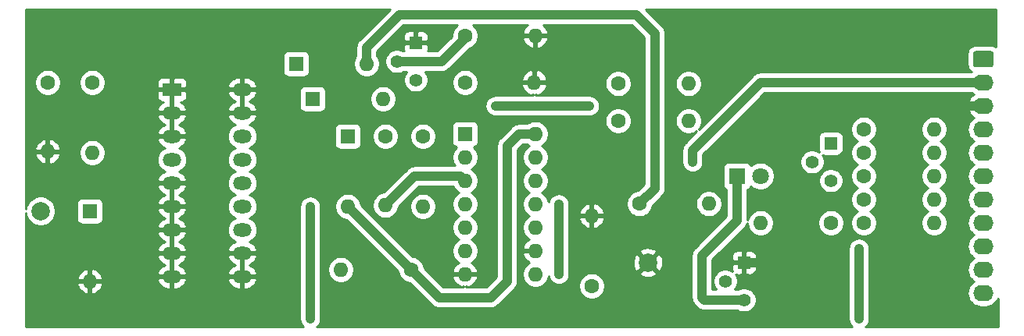
<source format=gbr>
%TF.GenerationSoftware,KiCad,Pcbnew,5.1.5+dfsg1-2build2*%
%TF.CreationDate,2022-12-31T14:33:42+00:00*%
%TF.ProjectId,g850-pic-prog,67383530-2d70-4696-932d-70726f672e6b,rev?*%
%TF.SameCoordinates,Original*%
%TF.FileFunction,Copper,L1,Top*%
%TF.FilePolarity,Positive*%
%FSLAX46Y46*%
G04 Gerber Fmt 4.6, Leading zero omitted, Abs format (unit mm)*
G04 Created by KiCad (PCBNEW 5.1.5+dfsg1-2build2) date 2022-12-31 14:33:42*
%MOMM*%
%LPD*%
G04 APERTURE LIST*
%TA.AperFunction,ComponentPad*%
%ADD10O,2.000000X1.440000*%
%TD*%
%TA.AperFunction,ComponentPad*%
%ADD11R,2.000000X1.440000*%
%TD*%
%TA.AperFunction,ComponentPad*%
%ADD12C,1.397000*%
%TD*%
%TA.AperFunction,ComponentPad*%
%ADD13R,1.397000X1.397000*%
%TD*%
%TA.AperFunction,ComponentPad*%
%ADD14O,1.600000X1.600000*%
%TD*%
%TA.AperFunction,ComponentPad*%
%ADD15R,1.600000X1.600000*%
%TD*%
%TA.AperFunction,ComponentPad*%
%ADD16C,2.000000*%
%TD*%
%TA.AperFunction,ComponentPad*%
%ADD17C,1.600000*%
%TD*%
%TA.AperFunction,ComponentPad*%
%ADD18O,2.190000X1.740000*%
%TD*%
%TA.AperFunction,ComponentPad*%
%ADD19C,0.100000*%
%TD*%
%TA.AperFunction,ComponentPad*%
%ADD20C,1.800000*%
%TD*%
%TA.AperFunction,ComponentPad*%
%ADD21R,1.800000X1.800000*%
%TD*%
%TA.AperFunction,ViaPad*%
%ADD22C,1.000000*%
%TD*%
%TA.AperFunction,Conductor*%
%ADD23C,1.000000*%
%TD*%
%TA.AperFunction,Conductor*%
%ADD24C,0.254000*%
%TD*%
G04 APERTURE END LIST*
D10*
%TO.P,U2,10*%
%TO.N,GND*%
X119634000Y-96520000D03*
%TO.P,U2,9*%
X112014000Y-96520000D03*
%TO.P,U2,11*%
X119634000Y-93980000D03*
%TO.P,U2,8*%
X112014000Y-93980000D03*
%TO.P,U2,12*%
%TO.N,Net-(Q1-Pad1)*%
X119634000Y-91440000D03*
%TO.P,U2,7*%
%TO.N,GND*%
X112014000Y-91440000D03*
%TO.P,U2,13*%
%TO.N,Net-(R8-Pad1)*%
X119634000Y-88900000D03*
%TO.P,U2,6*%
%TO.N,GND*%
X112014000Y-88900000D03*
%TO.P,U2,14*%
%TO.N,+5V*%
X119634000Y-86360000D03*
%TO.P,U2,5*%
%TO.N,GND*%
X112014000Y-86360000D03*
%TO.P,U2,15*%
%TO.N,N/C*%
X119634000Y-83820000D03*
%TO.P,U2,4*%
%TO.N,Net-(D4-Pad1)*%
X112014000Y-83820000D03*
%TO.P,U2,16*%
%TO.N,N/C*%
X119634000Y-81280000D03*
%TO.P,U2,3*%
%TO.N,GND*%
X112014000Y-81280000D03*
%TO.P,U2,17*%
X119634000Y-78740000D03*
%TO.P,U2,2*%
X112014000Y-78740000D03*
%TO.P,U2,18*%
X119634000Y-76200000D03*
D11*
%TO.P,U2,1*%
X112014000Y-76200000D03*
%TD*%
D12*
%TO.P,Q2,1*%
%TO.N,V+*%
X183388000Y-86106000D03*
%TO.P,Q2,2*%
%TO.N,Net-(Q2-Pad2)*%
X181356000Y-84074000D03*
D13*
%TO.P,Q2,3*%
%TO.N,+5V*%
X183388000Y-82042000D03*
%TD*%
D14*
%TO.P,U1,14*%
%TO.N,+5V*%
X151384000Y-81026000D03*
%TO.P,U1,7*%
%TO.N,GND*%
X143764000Y-96266000D03*
%TO.P,U1,13*%
%TO.N,Net-(U1-Pad10)*%
X151384000Y-83566000D03*
%TO.P,U1,6*%
%TO.N,Net-(R1-Pad2)*%
X143764000Y-93726000D03*
%TO.P,U1,12*%
%TO.N,N/C*%
X151384000Y-86106000D03*
%TO.P,U1,5*%
%TO.N,Net-(C3-Pad2)*%
X143764000Y-91186000D03*
%TO.P,U1,11*%
%TO.N,Net-(U1-Pad11)*%
X151384000Y-88646000D03*
%TO.P,U1,4*%
%TO.N,Net-(C3-Pad2)*%
X143764000Y-88646000D03*
%TO.P,U1,10*%
%TO.N,Net-(U1-Pad10)*%
X151384000Y-91186000D03*
%TO.P,U1,3*%
%TO.N,Net-(C1-Pad2)*%
X143764000Y-86106000D03*
%TO.P,U1,9*%
%TO.N,GND*%
X151384000Y-93726000D03*
%TO.P,U1,2*%
%TO.N,Net-(C1-Pad2)*%
X143764000Y-83566000D03*
%TO.P,U1,8*%
%TO.N,Net-(U1-Pad11)*%
X151384000Y-96266000D03*
D15*
%TO.P,U1,1*%
%TO.N,Net-(C2-Pad1)*%
X143764000Y-81026000D03*
%TD*%
D16*
%TO.P,TP2,1*%
%TO.N,Net-(D4-Pad1)*%
X97790000Y-89408000D03*
%TD*%
%TO.P,TP1,1*%
%TO.N,GND*%
X163576000Y-94996000D03*
%TD*%
D14*
%TO.P,R13,2*%
%TO.N,CP*%
X194564000Y-80518000D03*
D17*
%TO.P,R13,1*%
%TO.N,Net-(Q3-Pad2)*%
X186944000Y-80518000D03*
%TD*%
D14*
%TO.P,R12,2*%
%TO.N,LOW_BATT*%
X194564000Y-90678000D03*
D17*
%TO.P,R12,1*%
%TO.N,+5V*%
X186944000Y-90678000D03*
%TD*%
D14*
%TO.P,R11,2*%
%TO.N,Net-(Q2-Pad2)*%
X167962000Y-79614000D03*
D17*
%TO.P,R11,1*%
%TO.N,V+*%
X160342000Y-79614000D03*
%TD*%
D14*
%TO.P,R10,2*%
%TO.N,GND*%
X157480000Y-89916000D03*
D17*
%TO.P,R10,1*%
%TO.N,Net-(Q3-Pad2)*%
X157480000Y-97536000D03*
%TD*%
D14*
%TO.P,R9,2*%
%TO.N,DATA_OUT*%
X194564000Y-88138000D03*
D17*
%TO.P,R9,1*%
%TO.N,Net-(R8-Pad1)*%
X186944000Y-88138000D03*
%TD*%
D14*
%TO.P,R8,2*%
%TO.N,DATA_IN*%
X194564000Y-85598000D03*
D17*
%TO.P,R8,1*%
%TO.N,Net-(R8-Pad1)*%
X186944000Y-85598000D03*
%TD*%
D14*
%TO.P,R7,2*%
%TO.N,Net-(D5-Pad1)*%
X167962000Y-75564000D03*
D17*
%TO.P,R7,1*%
%TO.N,Net-(Q2-Pad2)*%
X160342000Y-75564000D03*
%TD*%
D14*
%TO.P,R6,2*%
%TO.N,CLOCK*%
X194564000Y-83058000D03*
D17*
%TO.P,R6,1*%
%TO.N,Net-(Q1-Pad2)*%
X186944000Y-83058000D03*
%TD*%
D14*
%TO.P,R5,2*%
%TO.N,GND*%
X151384000Y-70358000D03*
D17*
%TO.P,R5,1*%
%TO.N,Net-(Q1-Pad2)*%
X143764000Y-70358000D03*
%TD*%
D14*
%TO.P,R4,2*%
%TO.N,Net-(Q1-Pad1)*%
X130302000Y-95758000D03*
D17*
%TO.P,R4,1*%
%TO.N,+5V*%
X137922000Y-95758000D03*
%TD*%
D14*
%TO.P,R3,2*%
%TO.N,Net-(D5-Pad2)*%
X175768000Y-90678000D03*
D17*
%TO.P,R3,1*%
%TO.N,+5V*%
X183388000Y-90678000D03*
%TD*%
D14*
%TO.P,R2,2*%
%TO.N,Net-(D4-Pad1)*%
X103378000Y-83058000D03*
D17*
%TO.P,R2,1*%
%TO.N,Net-(C4-Pad1)*%
X103378000Y-75438000D03*
%TD*%
D14*
%TO.P,R1,2*%
%TO.N,Net-(R1-Pad2)*%
X139192000Y-88900000D03*
D17*
%TO.P,R1,1*%
%TO.N,Net-(C2-Pad1)*%
X139192000Y-81280000D03*
%TD*%
D12*
%TO.P,Q3,1*%
%TO.N,Net-(D5-Pad1)*%
X173990000Y-99060000D03*
%TO.P,Q3,2*%
%TO.N,Net-(Q3-Pad2)*%
X171958000Y-97028000D03*
D13*
%TO.P,Q3,3*%
%TO.N,GND*%
X173990000Y-94996000D03*
%TD*%
D12*
%TO.P,Q1,1*%
%TO.N,Net-(Q1-Pad1)*%
X138430000Y-75184000D03*
%TO.P,Q1,2*%
%TO.N,Net-(Q1-Pad2)*%
X136398000Y-73152000D03*
D13*
%TO.P,Q1,3*%
%TO.N,GND*%
X138430000Y-71120000D03*
%TD*%
D18*
%TO.P,J1,11*%
%TO.N,N/C*%
X199898000Y-98298000D03*
%TO.P,J1,10*%
X199898000Y-95758000D03*
%TO.P,J1,9*%
X199898000Y-93218000D03*
%TO.P,J1,8*%
%TO.N,LOW_BATT*%
X199898000Y-90678000D03*
%TO.P,J1,7*%
%TO.N,DATA_OUT*%
X199898000Y-88138000D03*
%TO.P,J1,6*%
%TO.N,DATA_IN*%
X199898000Y-85598000D03*
%TO.P,J1,5*%
%TO.N,CLOCK*%
X199898000Y-83058000D03*
%TO.P,J1,4*%
%TO.N,CP*%
X199898000Y-80518000D03*
%TO.P,J1,3*%
%TO.N,GND*%
X199898000Y-77978000D03*
%TO.P,J1,2*%
%TO.N,V+*%
X199898000Y-75438000D03*
%TA.AperFunction,ComponentPad*%
D19*
%TO.P,J1,1*%
%TO.N,N/C*%
G36*
X200767505Y-72029204D02*
G01*
X200791773Y-72032804D01*
X200815572Y-72038765D01*
X200838671Y-72047030D01*
X200860850Y-72057520D01*
X200881893Y-72070132D01*
X200901599Y-72084747D01*
X200919777Y-72101223D01*
X200936253Y-72119401D01*
X200950868Y-72139107D01*
X200963480Y-72160150D01*
X200973970Y-72182329D01*
X200982235Y-72205428D01*
X200988196Y-72229227D01*
X200991796Y-72253495D01*
X200993000Y-72277999D01*
X200993000Y-73518001D01*
X200991796Y-73542505D01*
X200988196Y-73566773D01*
X200982235Y-73590572D01*
X200973970Y-73613671D01*
X200963480Y-73635850D01*
X200950868Y-73656893D01*
X200936253Y-73676599D01*
X200919777Y-73694777D01*
X200901599Y-73711253D01*
X200881893Y-73725868D01*
X200860850Y-73738480D01*
X200838671Y-73748970D01*
X200815572Y-73757235D01*
X200791773Y-73763196D01*
X200767505Y-73766796D01*
X200743001Y-73768000D01*
X199052999Y-73768000D01*
X199028495Y-73766796D01*
X199004227Y-73763196D01*
X198980428Y-73757235D01*
X198957329Y-73748970D01*
X198935150Y-73738480D01*
X198914107Y-73725868D01*
X198894401Y-73711253D01*
X198876223Y-73694777D01*
X198859747Y-73676599D01*
X198845132Y-73656893D01*
X198832520Y-73635850D01*
X198822030Y-73613671D01*
X198813765Y-73590572D01*
X198807804Y-73566773D01*
X198804204Y-73542505D01*
X198803000Y-73518001D01*
X198803000Y-72277999D01*
X198804204Y-72253495D01*
X198807804Y-72229227D01*
X198813765Y-72205428D01*
X198822030Y-72182329D01*
X198832520Y-72160150D01*
X198845132Y-72139107D01*
X198859747Y-72119401D01*
X198876223Y-72101223D01*
X198894401Y-72084747D01*
X198914107Y-72070132D01*
X198935150Y-72057520D01*
X198957329Y-72047030D01*
X198980428Y-72038765D01*
X199004227Y-72032804D01*
X199028495Y-72029204D01*
X199052999Y-72028000D01*
X200743001Y-72028000D01*
X200767505Y-72029204D01*
G37*
%TD.AperFunction*%
%TD*%
D20*
%TO.P,D5,2*%
%TO.N,Net-(D5-Pad2)*%
X175768000Y-85598000D03*
D21*
%TO.P,D5,1*%
%TO.N,Net-(D5-Pad1)*%
X173228000Y-85598000D03*
%TD*%
D14*
%TO.P,D4,2*%
%TO.N,GND*%
X103124000Y-97028000D03*
D15*
%TO.P,D4,1*%
%TO.N,Net-(D4-Pad1)*%
X103124000Y-89408000D03*
%TD*%
D14*
%TO.P,D3,2*%
%TO.N,Net-(C3-Pad1)*%
X133096000Y-73406000D03*
D15*
%TO.P,D3,1*%
%TO.N,Net-(C4-Pad1)*%
X125476000Y-73406000D03*
%TD*%
D14*
%TO.P,D2,2*%
%TO.N,Net-(C1-Pad1)*%
X134874000Y-77216000D03*
D15*
%TO.P,D2,1*%
%TO.N,Net-(C3-Pad1)*%
X127254000Y-77216000D03*
%TD*%
D14*
%TO.P,D1,2*%
%TO.N,+5V*%
X131064000Y-88900000D03*
D15*
%TO.P,D1,1*%
%TO.N,Net-(C1-Pad1)*%
X131064000Y-81280000D03*
%TD*%
D14*
%TO.P,C4,2*%
%TO.N,GND*%
X98552000Y-82938000D03*
D17*
%TO.P,C4,1*%
%TO.N,Net-(C4-Pad1)*%
X98552000Y-75438000D03*
%TD*%
D14*
%TO.P,C3,2*%
%TO.N,Net-(C3-Pad2)*%
X170162000Y-88614000D03*
D17*
%TO.P,C3,1*%
%TO.N,Net-(C3-Pad1)*%
X162662000Y-88614000D03*
%TD*%
D14*
%TO.P,C2,2*%
%TO.N,GND*%
X151264000Y-75438000D03*
D17*
%TO.P,C2,1*%
%TO.N,Net-(C2-Pad1)*%
X143764000Y-75438000D03*
%TD*%
D14*
%TO.P,C1,2*%
%TO.N,Net-(C1-Pad2)*%
X135128000Y-88780000D03*
D17*
%TO.P,C1,1*%
%TO.N,Net-(C1-Pad1)*%
X135128000Y-81280000D03*
%TD*%
D22*
%TO.N,Net-(C3-Pad2)*%
X157226000Y-77978000D03*
X147066000Y-77978000D03*
%TO.N,Net-(R8-Pad1)*%
X186436000Y-93472000D03*
X186436000Y-101092000D03*
X127000000Y-88900000D03*
X127000000Y-101092000D03*
%TO.N,V+*%
X168402000Y-84074000D03*
%TO.N,Net-(U1-Pad11)*%
X153924000Y-96266000D03*
X153924000Y-88646000D03*
%TD*%
D23*
%TO.N,Net-(C1-Pad2)*%
X135128000Y-88780000D02*
X138310000Y-85598000D01*
X143256000Y-85598000D02*
X143764000Y-86106000D01*
X138310000Y-85598000D02*
X143256000Y-85598000D01*
%TO.N,GND*%
X173990000Y-94996000D02*
X177546000Y-94996000D01*
X177546000Y-94996000D02*
X178816000Y-93726000D01*
X178816000Y-93726000D02*
X178816000Y-80772000D01*
X181610000Y-77978000D02*
X199898000Y-77978000D01*
X178816000Y-80772000D02*
X181610000Y-77978000D01*
%TO.N,Net-(C3-Pad2)*%
X157226000Y-77978000D02*
X147066000Y-77978000D01*
%TO.N,Net-(C3-Pad1)*%
X133096000Y-73406000D02*
X133096000Y-71628000D01*
X133096000Y-71628000D02*
X136652000Y-68072000D01*
X136652000Y-68072000D02*
X162306000Y-68072000D01*
X162306000Y-68072000D02*
X164338000Y-70104000D01*
X164338000Y-86938000D02*
X162662000Y-88614000D01*
X164338000Y-70104000D02*
X164338000Y-86938000D01*
%TO.N,+5V*%
X131064000Y-88900000D02*
X137922000Y-95758000D01*
X137922000Y-95758000D02*
X140970000Y-98806000D01*
X140970000Y-98806000D02*
X146558000Y-98806000D01*
X146558000Y-98806000D02*
X148336000Y-97028000D01*
X148336000Y-97028000D02*
X148336000Y-82296000D01*
X149606000Y-81026000D02*
X151384000Y-81026000D01*
X148336000Y-82296000D02*
X149606000Y-81026000D01*
%TO.N,Net-(D5-Pad1)*%
X173228000Y-85598000D02*
X173228000Y-90424000D01*
X173228000Y-90424000D02*
X169418000Y-94234000D01*
X169418000Y-94234000D02*
X169418000Y-98806000D01*
X169672000Y-99060000D02*
X173990000Y-99060000D01*
X169418000Y-98806000D02*
X169672000Y-99060000D01*
%TO.N,Net-(Q1-Pad2)*%
X136398000Y-73152000D02*
X141224000Y-73152000D01*
X143764000Y-70612000D02*
X143764000Y-70358000D01*
X141224000Y-73152000D02*
X143764000Y-70612000D01*
%TO.N,Net-(R8-Pad1)*%
X186436000Y-101092000D02*
X186436000Y-101092000D01*
X186436000Y-93472000D02*
X186436000Y-93472000D01*
X186436000Y-101092000D02*
X186436000Y-93472000D01*
X127000000Y-88900000D02*
X127000000Y-101092000D01*
%TO.N,V+*%
X199898000Y-75438000D02*
X175768000Y-75438000D01*
X175768000Y-75438000D02*
X168402000Y-82804000D01*
X168402000Y-82804000D02*
X168402000Y-84074000D01*
%TO.N,Net-(U1-Pad11)*%
X153924000Y-96266000D02*
X153924000Y-88646000D01*
%TD*%
D24*
%TO.N,GND*%
G36*
X132332860Y-70786009D02*
G01*
X132289552Y-70821551D01*
X132147717Y-70994377D01*
X132124546Y-71037727D01*
X132042324Y-71191554D01*
X131977423Y-71405502D01*
X131955509Y-71628000D01*
X131961000Y-71683751D01*
X131961000Y-72521716D01*
X131824320Y-72726273D01*
X131716147Y-72987426D01*
X131661000Y-73264665D01*
X131661000Y-73547335D01*
X131716147Y-73824574D01*
X131824320Y-74085727D01*
X131981363Y-74320759D01*
X132181241Y-74520637D01*
X132416273Y-74677680D01*
X132677426Y-74785853D01*
X132954665Y-74841000D01*
X133237335Y-74841000D01*
X133514574Y-74785853D01*
X133775727Y-74677680D01*
X134010759Y-74520637D01*
X134210637Y-74320759D01*
X134367680Y-74085727D01*
X134475853Y-73824574D01*
X134531000Y-73547335D01*
X134531000Y-73264665D01*
X134475853Y-72987426D01*
X134367680Y-72726273D01*
X134231000Y-72521716D01*
X134231000Y-72098131D01*
X135907631Y-70421500D01*
X137093428Y-70421500D01*
X137096500Y-70834250D01*
X137255250Y-70993000D01*
X138303000Y-70993000D01*
X138303000Y-69945250D01*
X138557000Y-69945250D01*
X138557000Y-70993000D01*
X139604750Y-70993000D01*
X139763500Y-70834250D01*
X139766572Y-70421500D01*
X139754312Y-70297018D01*
X139718002Y-70177320D01*
X139659037Y-70067006D01*
X139579685Y-69970315D01*
X139482994Y-69890963D01*
X139372680Y-69831998D01*
X139252982Y-69795688D01*
X139128500Y-69783428D01*
X138715750Y-69786500D01*
X138557000Y-69945250D01*
X138303000Y-69945250D01*
X138144250Y-69786500D01*
X137731500Y-69783428D01*
X137607018Y-69795688D01*
X137487320Y-69831998D01*
X137377006Y-69890963D01*
X137280315Y-69970315D01*
X137200963Y-70067006D01*
X137141998Y-70177320D01*
X137105688Y-70297018D01*
X137093428Y-70421500D01*
X135907631Y-70421500D01*
X137122132Y-69207000D01*
X142903662Y-69207000D01*
X142849241Y-69243363D01*
X142649363Y-69443241D01*
X142492320Y-69678273D01*
X142384147Y-69939426D01*
X142329000Y-70216665D01*
X142329000Y-70441868D01*
X140753869Y-72017000D01*
X139731859Y-72017000D01*
X139754312Y-71942982D01*
X139766572Y-71818500D01*
X139763500Y-71405750D01*
X139604750Y-71247000D01*
X138557000Y-71247000D01*
X138557000Y-71267000D01*
X138303000Y-71267000D01*
X138303000Y-71247000D01*
X137255250Y-71247000D01*
X137096500Y-71405750D01*
X137093428Y-71818500D01*
X137105688Y-71942982D01*
X137128141Y-72017000D01*
X137099589Y-72017000D01*
X137029649Y-71970268D01*
X136786968Y-71869746D01*
X136529338Y-71818500D01*
X136266662Y-71818500D01*
X136009032Y-71869746D01*
X135766351Y-71970268D01*
X135547943Y-72116203D01*
X135362203Y-72301943D01*
X135216268Y-72520351D01*
X135115746Y-72763032D01*
X135064500Y-73020662D01*
X135064500Y-73283338D01*
X135115746Y-73540968D01*
X135216268Y-73783649D01*
X135362203Y-74002057D01*
X135547943Y-74187797D01*
X135766351Y-74333732D01*
X136009032Y-74434254D01*
X136266662Y-74485500D01*
X136529338Y-74485500D01*
X136786968Y-74434254D01*
X137029649Y-74333732D01*
X137099589Y-74287000D01*
X137441146Y-74287000D01*
X137394203Y-74333943D01*
X137248268Y-74552351D01*
X137147746Y-74795032D01*
X137096500Y-75052662D01*
X137096500Y-75315338D01*
X137147746Y-75572968D01*
X137248268Y-75815649D01*
X137394203Y-76034057D01*
X137579943Y-76219797D01*
X137798351Y-76365732D01*
X138041032Y-76466254D01*
X138298662Y-76517500D01*
X138561338Y-76517500D01*
X138818968Y-76466254D01*
X139061649Y-76365732D01*
X139280057Y-76219797D01*
X139465797Y-76034057D01*
X139611732Y-75815649D01*
X139712254Y-75572968D01*
X139763500Y-75315338D01*
X139763500Y-75296665D01*
X142329000Y-75296665D01*
X142329000Y-75579335D01*
X142384147Y-75856574D01*
X142492320Y-76117727D01*
X142649363Y-76352759D01*
X142849241Y-76552637D01*
X143084273Y-76709680D01*
X143345426Y-76817853D01*
X143622665Y-76873000D01*
X143905335Y-76873000D01*
X144182574Y-76817853D01*
X144443727Y-76709680D01*
X144678759Y-76552637D01*
X144878637Y-76352759D01*
X145035680Y-76117727D01*
X145143853Y-75856574D01*
X145199000Y-75579335D01*
X145199000Y-75422665D01*
X158907000Y-75422665D01*
X158907000Y-75705335D01*
X158962147Y-75982574D01*
X159070320Y-76243727D01*
X159227363Y-76478759D01*
X159427241Y-76678637D01*
X159662273Y-76835680D01*
X159923426Y-76943853D01*
X160200665Y-76999000D01*
X160483335Y-76999000D01*
X160760574Y-76943853D01*
X161021727Y-76835680D01*
X161256759Y-76678637D01*
X161456637Y-76478759D01*
X161613680Y-76243727D01*
X161721853Y-75982574D01*
X161777000Y-75705335D01*
X161777000Y-75422665D01*
X161721853Y-75145426D01*
X161613680Y-74884273D01*
X161456637Y-74649241D01*
X161256759Y-74449363D01*
X161021727Y-74292320D01*
X160760574Y-74184147D01*
X160483335Y-74129000D01*
X160200665Y-74129000D01*
X159923426Y-74184147D01*
X159662273Y-74292320D01*
X159427241Y-74449363D01*
X159227363Y-74649241D01*
X159070320Y-74884273D01*
X158962147Y-75145426D01*
X158907000Y-75422665D01*
X145199000Y-75422665D01*
X145199000Y-75296665D01*
X145157685Y-75088961D01*
X149872096Y-75088961D01*
X149994085Y-75311000D01*
X151137000Y-75311000D01*
X151137000Y-74167376D01*
X151391000Y-74167376D01*
X151391000Y-75311000D01*
X152533915Y-75311000D01*
X152655904Y-75088961D01*
X152615246Y-74954913D01*
X152495037Y-74700580D01*
X152327519Y-74474586D01*
X152119131Y-74285615D01*
X151877881Y-74140930D01*
X151613040Y-74046091D01*
X151391000Y-74167376D01*
X151137000Y-74167376D01*
X150914960Y-74046091D01*
X150650119Y-74140930D01*
X150408869Y-74285615D01*
X150200481Y-74474586D01*
X150032963Y-74700580D01*
X149912754Y-74954913D01*
X149872096Y-75088961D01*
X145157685Y-75088961D01*
X145143853Y-75019426D01*
X145035680Y-74758273D01*
X144878637Y-74523241D01*
X144678759Y-74323363D01*
X144443727Y-74166320D01*
X144182574Y-74058147D01*
X143905335Y-74003000D01*
X143622665Y-74003000D01*
X143345426Y-74058147D01*
X143084273Y-74166320D01*
X142849241Y-74323363D01*
X142649363Y-74523241D01*
X142492320Y-74758273D01*
X142384147Y-75019426D01*
X142329000Y-75296665D01*
X139763500Y-75296665D01*
X139763500Y-75052662D01*
X139712254Y-74795032D01*
X139611732Y-74552351D01*
X139465797Y-74333943D01*
X139418854Y-74287000D01*
X141168249Y-74287000D01*
X141224000Y-74292491D01*
X141279751Y-74287000D01*
X141279752Y-74287000D01*
X141446499Y-74270577D01*
X141660447Y-74205676D01*
X141857623Y-74100284D01*
X142030449Y-73958449D01*
X142065996Y-73915135D01*
X144286204Y-71694928D01*
X144443727Y-71629680D01*
X144678759Y-71472637D01*
X144878637Y-71272759D01*
X145035680Y-71037727D01*
X145143853Y-70776574D01*
X145157684Y-70707039D01*
X149992096Y-70707039D01*
X150032754Y-70841087D01*
X150152963Y-71095420D01*
X150320481Y-71321414D01*
X150528869Y-71510385D01*
X150770119Y-71655070D01*
X151034960Y-71749909D01*
X151257000Y-71628624D01*
X151257000Y-70485000D01*
X151511000Y-70485000D01*
X151511000Y-71628624D01*
X151733040Y-71749909D01*
X151997881Y-71655070D01*
X152239131Y-71510385D01*
X152447519Y-71321414D01*
X152615037Y-71095420D01*
X152735246Y-70841087D01*
X152775904Y-70707039D01*
X152653915Y-70485000D01*
X151511000Y-70485000D01*
X151257000Y-70485000D01*
X150114085Y-70485000D01*
X149992096Y-70707039D01*
X145157684Y-70707039D01*
X145199000Y-70499335D01*
X145199000Y-70216665D01*
X145143853Y-69939426D01*
X145035680Y-69678273D01*
X144878637Y-69443241D01*
X144678759Y-69243363D01*
X144624338Y-69207000D01*
X150527342Y-69207000D01*
X150320481Y-69394586D01*
X150152963Y-69620580D01*
X150032754Y-69874913D01*
X149992096Y-70008961D01*
X150114085Y-70231000D01*
X151257000Y-70231000D01*
X151257000Y-70211000D01*
X151511000Y-70211000D01*
X151511000Y-70231000D01*
X152653915Y-70231000D01*
X152775904Y-70008961D01*
X152735246Y-69874913D01*
X152615037Y-69620580D01*
X152447519Y-69394586D01*
X152240658Y-69207000D01*
X161835869Y-69207000D01*
X163203000Y-70574132D01*
X163203001Y-86467867D01*
X162484718Y-87186150D01*
X162243426Y-87234147D01*
X161982273Y-87342320D01*
X161747241Y-87499363D01*
X161547363Y-87699241D01*
X161390320Y-87934273D01*
X161282147Y-88195426D01*
X161227000Y-88472665D01*
X161227000Y-88755335D01*
X161282147Y-89032574D01*
X161390320Y-89293727D01*
X161547363Y-89528759D01*
X161747241Y-89728637D01*
X161982273Y-89885680D01*
X162243426Y-89993853D01*
X162520665Y-90049000D01*
X162803335Y-90049000D01*
X163080574Y-89993853D01*
X163341727Y-89885680D01*
X163576759Y-89728637D01*
X163776637Y-89528759D01*
X163933680Y-89293727D01*
X164041853Y-89032574D01*
X164089850Y-88791282D01*
X164408466Y-88472665D01*
X168727000Y-88472665D01*
X168727000Y-88755335D01*
X168782147Y-89032574D01*
X168890320Y-89293727D01*
X169047363Y-89528759D01*
X169247241Y-89728637D01*
X169482273Y-89885680D01*
X169743426Y-89993853D01*
X170020665Y-90049000D01*
X170303335Y-90049000D01*
X170580574Y-89993853D01*
X170841727Y-89885680D01*
X171076759Y-89728637D01*
X171276637Y-89528759D01*
X171433680Y-89293727D01*
X171541853Y-89032574D01*
X171597000Y-88755335D01*
X171597000Y-88472665D01*
X171541853Y-88195426D01*
X171433680Y-87934273D01*
X171276637Y-87699241D01*
X171076759Y-87499363D01*
X170841727Y-87342320D01*
X170580574Y-87234147D01*
X170303335Y-87179000D01*
X170020665Y-87179000D01*
X169743426Y-87234147D01*
X169482273Y-87342320D01*
X169247241Y-87499363D01*
X169047363Y-87699241D01*
X168890320Y-87934273D01*
X168782147Y-88195426D01*
X168727000Y-88472665D01*
X164408466Y-88472665D01*
X165101140Y-87779991D01*
X165144449Y-87744449D01*
X165286284Y-87571623D01*
X165391676Y-87374447D01*
X165456577Y-87160499D01*
X165473000Y-86993752D01*
X165478491Y-86938000D01*
X165473000Y-86882249D01*
X165473000Y-75422665D01*
X166527000Y-75422665D01*
X166527000Y-75705335D01*
X166582147Y-75982574D01*
X166690320Y-76243727D01*
X166847363Y-76478759D01*
X167047241Y-76678637D01*
X167282273Y-76835680D01*
X167543426Y-76943853D01*
X167820665Y-76999000D01*
X168103335Y-76999000D01*
X168380574Y-76943853D01*
X168641727Y-76835680D01*
X168876759Y-76678637D01*
X169076637Y-76478759D01*
X169233680Y-76243727D01*
X169341853Y-75982574D01*
X169397000Y-75705335D01*
X169397000Y-75422665D01*
X169341853Y-75145426D01*
X169233680Y-74884273D01*
X169076637Y-74649241D01*
X168876759Y-74449363D01*
X168641727Y-74292320D01*
X168380574Y-74184147D01*
X168103335Y-74129000D01*
X167820665Y-74129000D01*
X167543426Y-74184147D01*
X167282273Y-74292320D01*
X167047241Y-74449363D01*
X166847363Y-74649241D01*
X166690320Y-74884273D01*
X166582147Y-75145426D01*
X166527000Y-75422665D01*
X165473000Y-75422665D01*
X165473000Y-70159751D01*
X165478491Y-70104000D01*
X165456577Y-69881501D01*
X165391676Y-69667553D01*
X165389626Y-69663717D01*
X165286284Y-69470377D01*
X165144449Y-69297551D01*
X165101141Y-69262009D01*
X163301131Y-67462000D01*
X201270000Y-67462000D01*
X201270001Y-69820124D01*
X201269771Y-69822659D01*
X201270001Y-69852558D01*
X201270001Y-69882419D01*
X201270250Y-69884949D01*
X201283274Y-71578074D01*
X201236387Y-71539595D01*
X201082851Y-71457528D01*
X200916255Y-71406992D01*
X200743001Y-71389928D01*
X199052999Y-71389928D01*
X198879745Y-71406992D01*
X198713149Y-71457528D01*
X198559613Y-71539595D01*
X198425038Y-71650038D01*
X198314595Y-71784613D01*
X198232528Y-71938149D01*
X198181992Y-72104745D01*
X198164928Y-72277999D01*
X198164928Y-73518001D01*
X198181992Y-73691255D01*
X198232528Y-73857851D01*
X198314595Y-74011387D01*
X198425038Y-74145962D01*
X198559613Y-74256405D01*
X198646786Y-74303000D01*
X175823751Y-74303000D01*
X175767999Y-74297509D01*
X175712248Y-74303000D01*
X175545501Y-74319423D01*
X175331553Y-74384324D01*
X175134377Y-74489716D01*
X174961551Y-74631551D01*
X174926009Y-74674859D01*
X169085753Y-80515116D01*
X169233680Y-80293727D01*
X169341853Y-80032574D01*
X169397000Y-79755335D01*
X169397000Y-79472665D01*
X169341853Y-79195426D01*
X169233680Y-78934273D01*
X169076637Y-78699241D01*
X168876759Y-78499363D01*
X168641727Y-78342320D01*
X168380574Y-78234147D01*
X168103335Y-78179000D01*
X167820665Y-78179000D01*
X167543426Y-78234147D01*
X167282273Y-78342320D01*
X167047241Y-78499363D01*
X166847363Y-78699241D01*
X166690320Y-78934273D01*
X166582147Y-79195426D01*
X166527000Y-79472665D01*
X166527000Y-79755335D01*
X166582147Y-80032574D01*
X166690320Y-80293727D01*
X166847363Y-80528759D01*
X167047241Y-80728637D01*
X167282273Y-80885680D01*
X167543426Y-80993853D01*
X167820665Y-81049000D01*
X168103335Y-81049000D01*
X168380574Y-80993853D01*
X168641727Y-80885680D01*
X168863116Y-80737753D01*
X167638865Y-81962004D01*
X167595551Y-81997551D01*
X167453716Y-82170377D01*
X167371508Y-82324180D01*
X167348324Y-82367554D01*
X167283423Y-82581502D01*
X167261509Y-82804000D01*
X167267000Y-82859751D01*
X167267000Y-84185788D01*
X167277932Y-84240747D01*
X167283423Y-84296499D01*
X167299685Y-84350106D01*
X167310617Y-84405067D01*
X167332063Y-84456842D01*
X167348324Y-84510447D01*
X167374730Y-84559849D01*
X167396176Y-84611624D01*
X167427310Y-84658220D01*
X167453717Y-84707623D01*
X167489254Y-84750925D01*
X167520388Y-84797520D01*
X167560014Y-84837146D01*
X167595552Y-84880449D01*
X167638855Y-84915987D01*
X167678480Y-84955612D01*
X167725074Y-84986745D01*
X167768378Y-85022284D01*
X167817782Y-85048691D01*
X167864376Y-85079824D01*
X167916153Y-85101271D01*
X167965554Y-85127676D01*
X168019155Y-85143936D01*
X168070933Y-85165383D01*
X168125897Y-85176316D01*
X168179502Y-85192577D01*
X168235252Y-85198068D01*
X168290212Y-85209000D01*
X168346249Y-85209000D01*
X168402000Y-85214491D01*
X168457752Y-85209000D01*
X168513788Y-85209000D01*
X168568747Y-85198068D01*
X168624499Y-85192577D01*
X168678106Y-85176315D01*
X168733067Y-85165383D01*
X168784842Y-85143937D01*
X168838447Y-85127676D01*
X168887851Y-85101269D01*
X168939624Y-85079824D01*
X168986214Y-85048693D01*
X169035623Y-85022284D01*
X169078932Y-84986741D01*
X169125520Y-84955612D01*
X169165141Y-84915991D01*
X169208449Y-84880449D01*
X169243991Y-84837141D01*
X169283612Y-84797520D01*
X169314741Y-84750932D01*
X169350284Y-84707623D01*
X169376693Y-84658214D01*
X169407824Y-84611624D01*
X169429269Y-84559851D01*
X169455676Y-84510447D01*
X169471937Y-84456842D01*
X169493383Y-84405067D01*
X169504315Y-84350106D01*
X169520577Y-84296499D01*
X169526068Y-84240747D01*
X169537000Y-84185788D01*
X169537000Y-83942662D01*
X180022500Y-83942662D01*
X180022500Y-84205338D01*
X180073746Y-84462968D01*
X180174268Y-84705649D01*
X180320203Y-84924057D01*
X180505943Y-85109797D01*
X180724351Y-85255732D01*
X180967032Y-85356254D01*
X181224662Y-85407500D01*
X181487338Y-85407500D01*
X181744968Y-85356254D01*
X181987649Y-85255732D01*
X182206057Y-85109797D01*
X182391797Y-84924057D01*
X182537732Y-84705649D01*
X182638254Y-84462968D01*
X182689500Y-84205338D01*
X182689500Y-83942662D01*
X182638254Y-83685032D01*
X182537732Y-83442351D01*
X182467072Y-83336600D01*
X182565018Y-83366312D01*
X182689500Y-83378572D01*
X184086500Y-83378572D01*
X184210982Y-83366312D01*
X184330680Y-83330002D01*
X184440994Y-83271037D01*
X184537685Y-83191685D01*
X184617037Y-83094994D01*
X184676002Y-82984680D01*
X184712312Y-82864982D01*
X184724572Y-82740500D01*
X184724572Y-81343500D01*
X184712312Y-81219018D01*
X184676002Y-81099320D01*
X184617037Y-80989006D01*
X184537685Y-80892315D01*
X184440994Y-80812963D01*
X184330680Y-80753998D01*
X184210982Y-80717688D01*
X184086500Y-80705428D01*
X182689500Y-80705428D01*
X182565018Y-80717688D01*
X182445320Y-80753998D01*
X182335006Y-80812963D01*
X182238315Y-80892315D01*
X182158963Y-80989006D01*
X182099998Y-81099320D01*
X182063688Y-81219018D01*
X182051428Y-81343500D01*
X182051428Y-82740500D01*
X182063688Y-82864982D01*
X182093400Y-82962928D01*
X181987649Y-82892268D01*
X181744968Y-82791746D01*
X181487338Y-82740500D01*
X181224662Y-82740500D01*
X180967032Y-82791746D01*
X180724351Y-82892268D01*
X180505943Y-83038203D01*
X180320203Y-83223943D01*
X180174268Y-83442351D01*
X180073746Y-83685032D01*
X180022500Y-83942662D01*
X169537000Y-83942662D01*
X169537000Y-83274131D01*
X172434466Y-80376665D01*
X185509000Y-80376665D01*
X185509000Y-80659335D01*
X185564147Y-80936574D01*
X185672320Y-81197727D01*
X185829363Y-81432759D01*
X186029241Y-81632637D01*
X186261759Y-81788000D01*
X186029241Y-81943363D01*
X185829363Y-82143241D01*
X185672320Y-82378273D01*
X185564147Y-82639426D01*
X185509000Y-82916665D01*
X185509000Y-83199335D01*
X185564147Y-83476574D01*
X185672320Y-83737727D01*
X185829363Y-83972759D01*
X186029241Y-84172637D01*
X186261759Y-84328000D01*
X186029241Y-84483363D01*
X185829363Y-84683241D01*
X185672320Y-84918273D01*
X185564147Y-85179426D01*
X185509000Y-85456665D01*
X185509000Y-85739335D01*
X185564147Y-86016574D01*
X185672320Y-86277727D01*
X185829363Y-86512759D01*
X186029241Y-86712637D01*
X186261759Y-86868000D01*
X186029241Y-87023363D01*
X185829363Y-87223241D01*
X185672320Y-87458273D01*
X185564147Y-87719426D01*
X185509000Y-87996665D01*
X185509000Y-88279335D01*
X185564147Y-88556574D01*
X185672320Y-88817727D01*
X185829363Y-89052759D01*
X186029241Y-89252637D01*
X186261759Y-89408000D01*
X186029241Y-89563363D01*
X185829363Y-89763241D01*
X185672320Y-89998273D01*
X185564147Y-90259426D01*
X185509000Y-90536665D01*
X185509000Y-90819335D01*
X185564147Y-91096574D01*
X185672320Y-91357727D01*
X185829363Y-91592759D01*
X186029241Y-91792637D01*
X186264273Y-91949680D01*
X186525426Y-92057853D01*
X186802665Y-92113000D01*
X187085335Y-92113000D01*
X187362574Y-92057853D01*
X187623727Y-91949680D01*
X187858759Y-91792637D01*
X188058637Y-91592759D01*
X188215680Y-91357727D01*
X188323853Y-91096574D01*
X188379000Y-90819335D01*
X188379000Y-90536665D01*
X188323853Y-90259426D01*
X188215680Y-89998273D01*
X188058637Y-89763241D01*
X187858759Y-89563363D01*
X187626241Y-89408000D01*
X187858759Y-89252637D01*
X188058637Y-89052759D01*
X188215680Y-88817727D01*
X188323853Y-88556574D01*
X188379000Y-88279335D01*
X188379000Y-87996665D01*
X188323853Y-87719426D01*
X188215680Y-87458273D01*
X188058637Y-87223241D01*
X187858759Y-87023363D01*
X187626241Y-86868000D01*
X187858759Y-86712637D01*
X188058637Y-86512759D01*
X188215680Y-86277727D01*
X188323853Y-86016574D01*
X188379000Y-85739335D01*
X188379000Y-85456665D01*
X188323853Y-85179426D01*
X188215680Y-84918273D01*
X188058637Y-84683241D01*
X187858759Y-84483363D01*
X187626241Y-84328000D01*
X187858759Y-84172637D01*
X188058637Y-83972759D01*
X188215680Y-83737727D01*
X188323853Y-83476574D01*
X188379000Y-83199335D01*
X188379000Y-82916665D01*
X188323853Y-82639426D01*
X188215680Y-82378273D01*
X188058637Y-82143241D01*
X187858759Y-81943363D01*
X187626241Y-81788000D01*
X187858759Y-81632637D01*
X188058637Y-81432759D01*
X188215680Y-81197727D01*
X188323853Y-80936574D01*
X188379000Y-80659335D01*
X188379000Y-80376665D01*
X193129000Y-80376665D01*
X193129000Y-80659335D01*
X193184147Y-80936574D01*
X193292320Y-81197727D01*
X193449363Y-81432759D01*
X193649241Y-81632637D01*
X193881759Y-81788000D01*
X193649241Y-81943363D01*
X193449363Y-82143241D01*
X193292320Y-82378273D01*
X193184147Y-82639426D01*
X193129000Y-82916665D01*
X193129000Y-83199335D01*
X193184147Y-83476574D01*
X193292320Y-83737727D01*
X193449363Y-83972759D01*
X193649241Y-84172637D01*
X193881759Y-84328000D01*
X193649241Y-84483363D01*
X193449363Y-84683241D01*
X193292320Y-84918273D01*
X193184147Y-85179426D01*
X193129000Y-85456665D01*
X193129000Y-85739335D01*
X193184147Y-86016574D01*
X193292320Y-86277727D01*
X193449363Y-86512759D01*
X193649241Y-86712637D01*
X193881759Y-86868000D01*
X193649241Y-87023363D01*
X193449363Y-87223241D01*
X193292320Y-87458273D01*
X193184147Y-87719426D01*
X193129000Y-87996665D01*
X193129000Y-88279335D01*
X193184147Y-88556574D01*
X193292320Y-88817727D01*
X193449363Y-89052759D01*
X193649241Y-89252637D01*
X193881759Y-89408000D01*
X193649241Y-89563363D01*
X193449363Y-89763241D01*
X193292320Y-89998273D01*
X193184147Y-90259426D01*
X193129000Y-90536665D01*
X193129000Y-90819335D01*
X193184147Y-91096574D01*
X193292320Y-91357727D01*
X193449363Y-91592759D01*
X193649241Y-91792637D01*
X193884273Y-91949680D01*
X194145426Y-92057853D01*
X194422665Y-92113000D01*
X194705335Y-92113000D01*
X194982574Y-92057853D01*
X195243727Y-91949680D01*
X195478759Y-91792637D01*
X195678637Y-91592759D01*
X195835680Y-91357727D01*
X195943853Y-91096574D01*
X195999000Y-90819335D01*
X195999000Y-90536665D01*
X195943853Y-90259426D01*
X195835680Y-89998273D01*
X195678637Y-89763241D01*
X195478759Y-89563363D01*
X195246241Y-89408000D01*
X195478759Y-89252637D01*
X195678637Y-89052759D01*
X195835680Y-88817727D01*
X195943853Y-88556574D01*
X195999000Y-88279335D01*
X195999000Y-87996665D01*
X195943853Y-87719426D01*
X195835680Y-87458273D01*
X195678637Y-87223241D01*
X195478759Y-87023363D01*
X195246241Y-86868000D01*
X195478759Y-86712637D01*
X195678637Y-86512759D01*
X195835680Y-86277727D01*
X195943853Y-86016574D01*
X195999000Y-85739335D01*
X195999000Y-85456665D01*
X195943853Y-85179426D01*
X195835680Y-84918273D01*
X195678637Y-84683241D01*
X195478759Y-84483363D01*
X195246241Y-84328000D01*
X195478759Y-84172637D01*
X195678637Y-83972759D01*
X195835680Y-83737727D01*
X195943853Y-83476574D01*
X195999000Y-83199335D01*
X195999000Y-82916665D01*
X195943853Y-82639426D01*
X195835680Y-82378273D01*
X195678637Y-82143241D01*
X195478759Y-81943363D01*
X195246241Y-81788000D01*
X195478759Y-81632637D01*
X195678637Y-81432759D01*
X195835680Y-81197727D01*
X195943853Y-80936574D01*
X195999000Y-80659335D01*
X195999000Y-80376665D01*
X195943853Y-80099426D01*
X195835680Y-79838273D01*
X195678637Y-79603241D01*
X195478759Y-79403363D01*
X195243727Y-79246320D01*
X194982574Y-79138147D01*
X194705335Y-79083000D01*
X194422665Y-79083000D01*
X194145426Y-79138147D01*
X193884273Y-79246320D01*
X193649241Y-79403363D01*
X193449363Y-79603241D01*
X193292320Y-79838273D01*
X193184147Y-80099426D01*
X193129000Y-80376665D01*
X188379000Y-80376665D01*
X188323853Y-80099426D01*
X188215680Y-79838273D01*
X188058637Y-79603241D01*
X187858759Y-79403363D01*
X187623727Y-79246320D01*
X187362574Y-79138147D01*
X187085335Y-79083000D01*
X186802665Y-79083000D01*
X186525426Y-79138147D01*
X186264273Y-79246320D01*
X186029241Y-79403363D01*
X185829363Y-79603241D01*
X185672320Y-79838273D01*
X185564147Y-80099426D01*
X185509000Y-80376665D01*
X172434466Y-80376665D01*
X176238132Y-76573000D01*
X198683656Y-76573000D01*
X198832821Y-76695417D01*
X198861152Y-76710560D01*
X198720567Y-76803292D01*
X198509694Y-77011674D01*
X198343526Y-77257191D01*
X198228449Y-77530409D01*
X198211698Y-77617969D01*
X198332754Y-77851000D01*
X199771000Y-77851000D01*
X199771000Y-77831000D01*
X200025000Y-77831000D01*
X200025000Y-77851000D01*
X200045000Y-77851000D01*
X200045000Y-78105000D01*
X200025000Y-78105000D01*
X200025000Y-78125000D01*
X199771000Y-78125000D01*
X199771000Y-78105000D01*
X198332754Y-78105000D01*
X198211698Y-78338031D01*
X198228449Y-78425591D01*
X198343526Y-78698809D01*
X198509694Y-78944326D01*
X198720567Y-79152708D01*
X198861152Y-79245440D01*
X198832821Y-79260583D01*
X198603655Y-79448655D01*
X198415583Y-79677821D01*
X198275834Y-79939275D01*
X198189776Y-80222968D01*
X198160718Y-80518000D01*
X198189776Y-80813032D01*
X198275834Y-81096725D01*
X198415583Y-81358179D01*
X198603655Y-81587345D01*
X198832821Y-81775417D01*
X198856362Y-81788000D01*
X198832821Y-81800583D01*
X198603655Y-81988655D01*
X198415583Y-82217821D01*
X198275834Y-82479275D01*
X198189776Y-82762968D01*
X198160718Y-83058000D01*
X198189776Y-83353032D01*
X198275834Y-83636725D01*
X198415583Y-83898179D01*
X198603655Y-84127345D01*
X198832821Y-84315417D01*
X198856362Y-84328000D01*
X198832821Y-84340583D01*
X198603655Y-84528655D01*
X198415583Y-84757821D01*
X198275834Y-85019275D01*
X198189776Y-85302968D01*
X198160718Y-85598000D01*
X198189776Y-85893032D01*
X198275834Y-86176725D01*
X198415583Y-86438179D01*
X198603655Y-86667345D01*
X198832821Y-86855417D01*
X198856362Y-86868000D01*
X198832821Y-86880583D01*
X198603655Y-87068655D01*
X198415583Y-87297821D01*
X198275834Y-87559275D01*
X198189776Y-87842968D01*
X198160718Y-88138000D01*
X198189776Y-88433032D01*
X198275834Y-88716725D01*
X198415583Y-88978179D01*
X198603655Y-89207345D01*
X198832821Y-89395417D01*
X198856362Y-89408000D01*
X198832821Y-89420583D01*
X198603655Y-89608655D01*
X198415583Y-89837821D01*
X198275834Y-90099275D01*
X198189776Y-90382968D01*
X198160718Y-90678000D01*
X198189776Y-90973032D01*
X198275834Y-91256725D01*
X198415583Y-91518179D01*
X198603655Y-91747345D01*
X198832821Y-91935417D01*
X198856362Y-91948000D01*
X198832821Y-91960583D01*
X198603655Y-92148655D01*
X198415583Y-92377821D01*
X198275834Y-92639275D01*
X198189776Y-92922968D01*
X198160718Y-93218000D01*
X198189776Y-93513032D01*
X198275834Y-93796725D01*
X198415583Y-94058179D01*
X198603655Y-94287345D01*
X198832821Y-94475417D01*
X198856362Y-94488000D01*
X198832821Y-94500583D01*
X198603655Y-94688655D01*
X198415583Y-94917821D01*
X198275834Y-95179275D01*
X198189776Y-95462968D01*
X198160718Y-95758000D01*
X198189776Y-96053032D01*
X198275834Y-96336725D01*
X198415583Y-96598179D01*
X198603655Y-96827345D01*
X198832821Y-97015417D01*
X198856362Y-97028000D01*
X198832821Y-97040583D01*
X198603655Y-97228655D01*
X198415583Y-97457821D01*
X198275834Y-97719275D01*
X198189776Y-98002968D01*
X198160718Y-98298000D01*
X198189776Y-98593032D01*
X198275834Y-98876725D01*
X198415583Y-99138179D01*
X198603655Y-99367345D01*
X198832821Y-99555417D01*
X199094275Y-99695166D01*
X199377968Y-99781224D01*
X199599064Y-99803000D01*
X200196936Y-99803000D01*
X200418032Y-99781224D01*
X200701725Y-99695166D01*
X200963179Y-99555417D01*
X201192345Y-99367345D01*
X201380417Y-99138179D01*
X201493645Y-98926343D01*
X201517142Y-101981000D01*
X187148463Y-101981000D01*
X187159520Y-101973612D01*
X187199141Y-101933991D01*
X187242449Y-101898449D01*
X187277991Y-101855141D01*
X187317612Y-101815520D01*
X187348741Y-101768932D01*
X187384284Y-101725623D01*
X187410693Y-101676214D01*
X187441824Y-101629624D01*
X187463269Y-101577851D01*
X187489676Y-101528447D01*
X187505937Y-101474842D01*
X187527383Y-101423067D01*
X187538315Y-101368106D01*
X187554577Y-101314499D01*
X187560068Y-101258747D01*
X187571000Y-101203788D01*
X187571000Y-101147751D01*
X187576491Y-101092000D01*
X187571000Y-101036248D01*
X187571000Y-93527752D01*
X187576491Y-93472000D01*
X187571000Y-93416248D01*
X187571000Y-93360212D01*
X187560068Y-93305253D01*
X187554577Y-93249501D01*
X187538315Y-93195894D01*
X187527383Y-93140933D01*
X187505937Y-93089158D01*
X187489676Y-93035553D01*
X187463269Y-92986149D01*
X187441824Y-92934376D01*
X187410693Y-92887786D01*
X187384284Y-92838377D01*
X187348741Y-92795068D01*
X187317612Y-92748480D01*
X187277991Y-92708859D01*
X187242449Y-92665551D01*
X187199141Y-92630009D01*
X187159520Y-92590388D01*
X187112932Y-92559259D01*
X187069623Y-92523716D01*
X187020214Y-92497307D01*
X186973624Y-92466176D01*
X186921851Y-92444731D01*
X186872447Y-92418324D01*
X186818842Y-92402063D01*
X186767067Y-92380617D01*
X186712106Y-92369685D01*
X186658499Y-92353423D01*
X186602747Y-92347932D01*
X186547788Y-92337000D01*
X186491752Y-92337000D01*
X186436000Y-92331509D01*
X186380249Y-92337000D01*
X186324212Y-92337000D01*
X186269253Y-92347932D01*
X186213501Y-92353423D01*
X186159894Y-92369685D01*
X186104933Y-92380617D01*
X186053158Y-92402063D01*
X185999553Y-92418324D01*
X185950149Y-92444731D01*
X185898376Y-92466176D01*
X185851786Y-92497307D01*
X185802377Y-92523716D01*
X185759068Y-92559259D01*
X185712480Y-92590388D01*
X185672859Y-92630009D01*
X185629551Y-92665551D01*
X185594009Y-92708859D01*
X185554388Y-92748480D01*
X185523259Y-92795068D01*
X185487716Y-92838377D01*
X185461307Y-92887786D01*
X185430176Y-92934376D01*
X185408731Y-92986149D01*
X185382324Y-93035553D01*
X185366063Y-93089158D01*
X185344617Y-93140933D01*
X185333685Y-93195894D01*
X185317423Y-93249501D01*
X185311932Y-93305253D01*
X185301000Y-93360212D01*
X185301000Y-93416248D01*
X185295509Y-93472000D01*
X185301000Y-93527752D01*
X185301000Y-93583788D01*
X185301001Y-93583793D01*
X185301000Y-100980212D01*
X185301000Y-101036248D01*
X185295509Y-101092000D01*
X185301000Y-101147751D01*
X185301000Y-101203788D01*
X185311932Y-101258747D01*
X185317423Y-101314499D01*
X185333685Y-101368106D01*
X185344617Y-101423067D01*
X185366063Y-101474842D01*
X185382324Y-101528447D01*
X185408731Y-101577851D01*
X185430176Y-101629624D01*
X185461307Y-101676215D01*
X185487716Y-101725623D01*
X185523259Y-101768932D01*
X185554388Y-101815520D01*
X185594009Y-101855141D01*
X185629551Y-101898449D01*
X185672859Y-101933991D01*
X185712480Y-101973612D01*
X185723537Y-101981000D01*
X127712463Y-101981000D01*
X127723520Y-101973612D01*
X127763141Y-101933991D01*
X127806449Y-101898449D01*
X127841991Y-101855141D01*
X127881612Y-101815520D01*
X127912741Y-101768932D01*
X127948284Y-101725623D01*
X127974693Y-101676214D01*
X128005824Y-101629624D01*
X128027269Y-101577851D01*
X128053676Y-101528447D01*
X128069937Y-101474842D01*
X128091383Y-101423067D01*
X128102315Y-101368106D01*
X128118577Y-101314499D01*
X128124068Y-101258747D01*
X128135000Y-101203788D01*
X128135000Y-95616665D01*
X128867000Y-95616665D01*
X128867000Y-95899335D01*
X128922147Y-96176574D01*
X129030320Y-96437727D01*
X129187363Y-96672759D01*
X129387241Y-96872637D01*
X129622273Y-97029680D01*
X129883426Y-97137853D01*
X130160665Y-97193000D01*
X130443335Y-97193000D01*
X130720574Y-97137853D01*
X130981727Y-97029680D01*
X131216759Y-96872637D01*
X131416637Y-96672759D01*
X131573680Y-96437727D01*
X131681853Y-96176574D01*
X131737000Y-95899335D01*
X131737000Y-95616665D01*
X131681853Y-95339426D01*
X131573680Y-95078273D01*
X131416637Y-94843241D01*
X131216759Y-94643363D01*
X130981727Y-94486320D01*
X130720574Y-94378147D01*
X130443335Y-94323000D01*
X130160665Y-94323000D01*
X129883426Y-94378147D01*
X129622273Y-94486320D01*
X129387241Y-94643363D01*
X129187363Y-94843241D01*
X129030320Y-95078273D01*
X128922147Y-95339426D01*
X128867000Y-95616665D01*
X128135000Y-95616665D01*
X128135000Y-88788212D01*
X128129123Y-88758665D01*
X129629000Y-88758665D01*
X129629000Y-89041335D01*
X129684147Y-89318574D01*
X129792320Y-89579727D01*
X129949363Y-89814759D01*
X130149241Y-90014637D01*
X130384273Y-90171680D01*
X130645426Y-90279853D01*
X130886719Y-90327850D01*
X136494151Y-95935284D01*
X136542147Y-96176574D01*
X136650320Y-96437727D01*
X136807363Y-96672759D01*
X137007241Y-96872637D01*
X137242273Y-97029680D01*
X137503426Y-97137853D01*
X137744718Y-97185850D01*
X140128009Y-99569141D01*
X140163551Y-99612449D01*
X140336377Y-99754284D01*
X140533553Y-99859676D01*
X140747501Y-99924577D01*
X140970000Y-99946491D01*
X141025751Y-99941000D01*
X146502249Y-99941000D01*
X146558000Y-99946491D01*
X146613751Y-99941000D01*
X146613752Y-99941000D01*
X146780499Y-99924577D01*
X146994447Y-99859676D01*
X147191623Y-99754284D01*
X147364449Y-99612449D01*
X147399995Y-99569136D01*
X149099146Y-97869987D01*
X149142449Y-97834449D01*
X149209848Y-97752324D01*
X149284284Y-97661623D01*
X149389676Y-97464447D01*
X149454577Y-97250499D01*
X149476491Y-97028000D01*
X149471000Y-96972248D01*
X149471000Y-82766131D01*
X150076132Y-82161000D01*
X150499716Y-82161000D01*
X150701759Y-82296000D01*
X150469241Y-82451363D01*
X150269363Y-82651241D01*
X150112320Y-82886273D01*
X150004147Y-83147426D01*
X149949000Y-83424665D01*
X149949000Y-83707335D01*
X150004147Y-83984574D01*
X150112320Y-84245727D01*
X150269363Y-84480759D01*
X150469241Y-84680637D01*
X150701759Y-84836000D01*
X150469241Y-84991363D01*
X150269363Y-85191241D01*
X150112320Y-85426273D01*
X150004147Y-85687426D01*
X149949000Y-85964665D01*
X149949000Y-86247335D01*
X150004147Y-86524574D01*
X150112320Y-86785727D01*
X150269363Y-87020759D01*
X150469241Y-87220637D01*
X150701759Y-87376000D01*
X150469241Y-87531363D01*
X150269363Y-87731241D01*
X150112320Y-87966273D01*
X150004147Y-88227426D01*
X149949000Y-88504665D01*
X149949000Y-88787335D01*
X150004147Y-89064574D01*
X150112320Y-89325727D01*
X150269363Y-89560759D01*
X150469241Y-89760637D01*
X150701759Y-89916000D01*
X150469241Y-90071363D01*
X150269363Y-90271241D01*
X150112320Y-90506273D01*
X150004147Y-90767426D01*
X149949000Y-91044665D01*
X149949000Y-91327335D01*
X150004147Y-91604574D01*
X150112320Y-91865727D01*
X150269363Y-92100759D01*
X150469241Y-92300637D01*
X150704273Y-92457680D01*
X150714865Y-92462067D01*
X150528869Y-92573615D01*
X150320481Y-92762586D01*
X150152963Y-92988580D01*
X150032754Y-93242913D01*
X149992096Y-93376961D01*
X150114085Y-93599000D01*
X151257000Y-93599000D01*
X151257000Y-93579000D01*
X151511000Y-93579000D01*
X151511000Y-93599000D01*
X151531000Y-93599000D01*
X151531000Y-93853000D01*
X151511000Y-93853000D01*
X151511000Y-93873000D01*
X151257000Y-93873000D01*
X151257000Y-93853000D01*
X150114085Y-93853000D01*
X149992096Y-94075039D01*
X150032754Y-94209087D01*
X150152963Y-94463420D01*
X150320481Y-94689414D01*
X150528869Y-94878385D01*
X150714865Y-94989933D01*
X150704273Y-94994320D01*
X150469241Y-95151363D01*
X150269363Y-95351241D01*
X150112320Y-95586273D01*
X150004147Y-95847426D01*
X149949000Y-96124665D01*
X149949000Y-96407335D01*
X150004147Y-96684574D01*
X150112320Y-96945727D01*
X150269363Y-97180759D01*
X150469241Y-97380637D01*
X150704273Y-97537680D01*
X150965426Y-97645853D01*
X151242665Y-97701000D01*
X151525335Y-97701000D01*
X151802574Y-97645853D01*
X152063727Y-97537680D01*
X152298759Y-97380637D01*
X152498637Y-97180759D01*
X152655680Y-96945727D01*
X152763853Y-96684574D01*
X152804573Y-96479865D01*
X152805423Y-96488498D01*
X152821684Y-96542103D01*
X152832617Y-96597067D01*
X152854064Y-96648845D01*
X152870324Y-96702446D01*
X152896730Y-96751848D01*
X152918176Y-96803624D01*
X152949307Y-96850215D01*
X152975716Y-96899623D01*
X153011259Y-96942932D01*
X153042388Y-96989520D01*
X153082009Y-97029141D01*
X153117551Y-97072449D01*
X153160859Y-97107991D01*
X153200480Y-97147612D01*
X153247068Y-97178741D01*
X153290377Y-97214284D01*
X153339786Y-97240693D01*
X153386376Y-97271824D01*
X153438149Y-97293269D01*
X153487553Y-97319676D01*
X153541158Y-97335937D01*
X153592933Y-97357383D01*
X153647894Y-97368315D01*
X153701501Y-97384577D01*
X153757253Y-97390068D01*
X153812212Y-97401000D01*
X153868248Y-97401000D01*
X153924000Y-97406491D01*
X153979751Y-97401000D01*
X154035788Y-97401000D01*
X154067636Y-97394665D01*
X156045000Y-97394665D01*
X156045000Y-97677335D01*
X156100147Y-97954574D01*
X156208320Y-98215727D01*
X156365363Y-98450759D01*
X156565241Y-98650637D01*
X156800273Y-98807680D01*
X157061426Y-98915853D01*
X157338665Y-98971000D01*
X157621335Y-98971000D01*
X157898574Y-98915853D01*
X158159727Y-98807680D01*
X158394759Y-98650637D01*
X158594637Y-98450759D01*
X158751680Y-98215727D01*
X158859853Y-97954574D01*
X158915000Y-97677335D01*
X158915000Y-97394665D01*
X158859853Y-97117426D01*
X158751680Y-96856273D01*
X158594637Y-96621241D01*
X158394759Y-96421363D01*
X158159727Y-96264320D01*
X157898574Y-96156147D01*
X157774230Y-96131413D01*
X162620192Y-96131413D01*
X162715956Y-96395814D01*
X163005571Y-96536704D01*
X163317108Y-96618384D01*
X163638595Y-96637718D01*
X163957675Y-96593961D01*
X164262088Y-96488795D01*
X164436044Y-96395814D01*
X164531808Y-96131413D01*
X163576000Y-95175605D01*
X162620192Y-96131413D01*
X157774230Y-96131413D01*
X157621335Y-96101000D01*
X157338665Y-96101000D01*
X157061426Y-96156147D01*
X156800273Y-96264320D01*
X156565241Y-96421363D01*
X156365363Y-96621241D01*
X156208320Y-96856273D01*
X156100147Y-97117426D01*
X156045000Y-97394665D01*
X154067636Y-97394665D01*
X154090748Y-97390068D01*
X154146498Y-97384577D01*
X154200103Y-97368316D01*
X154255067Y-97357383D01*
X154306845Y-97335936D01*
X154360446Y-97319676D01*
X154409848Y-97293270D01*
X154461624Y-97271824D01*
X154508215Y-97240693D01*
X154557623Y-97214284D01*
X154600932Y-97178741D01*
X154647520Y-97147612D01*
X154687141Y-97107991D01*
X154730449Y-97072449D01*
X154765991Y-97029141D01*
X154805612Y-96989520D01*
X154836741Y-96942932D01*
X154872284Y-96899623D01*
X154898693Y-96850214D01*
X154929824Y-96803624D01*
X154951269Y-96751851D01*
X154977676Y-96702447D01*
X154993937Y-96648842D01*
X155015383Y-96597067D01*
X155026315Y-96542106D01*
X155042577Y-96488499D01*
X155048068Y-96432747D01*
X155059000Y-96377788D01*
X155059000Y-95058595D01*
X161934282Y-95058595D01*
X161978039Y-95377675D01*
X162083205Y-95682088D01*
X162176186Y-95856044D01*
X162440587Y-95951808D01*
X163396395Y-94996000D01*
X163755605Y-94996000D01*
X164711413Y-95951808D01*
X164975814Y-95856044D01*
X165116704Y-95566429D01*
X165198384Y-95254892D01*
X165217718Y-94933405D01*
X165173961Y-94614325D01*
X165068795Y-94309912D01*
X165028220Y-94234000D01*
X168277509Y-94234000D01*
X168283000Y-94289752D01*
X168283001Y-98750239D01*
X168277509Y-98806000D01*
X168299423Y-99028498D01*
X168364324Y-99242446D01*
X168385733Y-99282499D01*
X168469717Y-99439623D01*
X168611552Y-99612449D01*
X168654860Y-99647991D01*
X168830004Y-99823135D01*
X168865551Y-99866449D01*
X169038377Y-100008284D01*
X169235553Y-100113676D01*
X169449501Y-100178577D01*
X169616248Y-100195000D01*
X169616257Y-100195000D01*
X169671999Y-100200490D01*
X169727741Y-100195000D01*
X173288411Y-100195000D01*
X173358351Y-100241732D01*
X173601032Y-100342254D01*
X173858662Y-100393500D01*
X174121338Y-100393500D01*
X174378968Y-100342254D01*
X174621649Y-100241732D01*
X174840057Y-100095797D01*
X175025797Y-99910057D01*
X175171732Y-99691649D01*
X175272254Y-99448968D01*
X175323500Y-99191338D01*
X175323500Y-98928662D01*
X175272254Y-98671032D01*
X175171732Y-98428351D01*
X175025797Y-98209943D01*
X174840057Y-98024203D01*
X174621649Y-97878268D01*
X174378968Y-97777746D01*
X174121338Y-97726500D01*
X173858662Y-97726500D01*
X173601032Y-97777746D01*
X173358351Y-97878268D01*
X173288411Y-97925000D01*
X172946854Y-97925000D01*
X172993797Y-97878057D01*
X173139732Y-97659649D01*
X173240254Y-97416968D01*
X173291500Y-97159338D01*
X173291500Y-96896662D01*
X173240254Y-96639032D01*
X173139732Y-96396351D01*
X173069072Y-96290600D01*
X173167018Y-96320312D01*
X173291500Y-96332572D01*
X173704250Y-96329500D01*
X173863000Y-96170750D01*
X173863000Y-95123000D01*
X174117000Y-95123000D01*
X174117000Y-96170750D01*
X174275750Y-96329500D01*
X174688500Y-96332572D01*
X174812982Y-96320312D01*
X174932680Y-96284002D01*
X175042994Y-96225037D01*
X175139685Y-96145685D01*
X175219037Y-96048994D01*
X175278002Y-95938680D01*
X175314312Y-95818982D01*
X175326572Y-95694500D01*
X175323500Y-95281750D01*
X175164750Y-95123000D01*
X174117000Y-95123000D01*
X173863000Y-95123000D01*
X172815250Y-95123000D01*
X172656500Y-95281750D01*
X172653428Y-95694500D01*
X172665688Y-95818982D01*
X172695400Y-95916928D01*
X172589649Y-95846268D01*
X172346968Y-95745746D01*
X172089338Y-95694500D01*
X171826662Y-95694500D01*
X171569032Y-95745746D01*
X171326351Y-95846268D01*
X171107943Y-95992203D01*
X170922203Y-96177943D01*
X170776268Y-96396351D01*
X170675746Y-96639032D01*
X170624500Y-96896662D01*
X170624500Y-97159338D01*
X170675746Y-97416968D01*
X170776268Y-97659649D01*
X170922203Y-97878057D01*
X170969146Y-97925000D01*
X170553000Y-97925000D01*
X170553000Y-94704131D01*
X170959631Y-94297500D01*
X172653428Y-94297500D01*
X172656500Y-94710250D01*
X172815250Y-94869000D01*
X173863000Y-94869000D01*
X173863000Y-93821250D01*
X174117000Y-93821250D01*
X174117000Y-94869000D01*
X175164750Y-94869000D01*
X175323500Y-94710250D01*
X175326572Y-94297500D01*
X175314312Y-94173018D01*
X175278002Y-94053320D01*
X175219037Y-93943006D01*
X175139685Y-93846315D01*
X175042994Y-93766963D01*
X174932680Y-93707998D01*
X174812982Y-93671688D01*
X174688500Y-93659428D01*
X174275750Y-93662500D01*
X174117000Y-93821250D01*
X173863000Y-93821250D01*
X173704250Y-93662500D01*
X173291500Y-93659428D01*
X173167018Y-93671688D01*
X173047320Y-93707998D01*
X172937006Y-93766963D01*
X172840315Y-93846315D01*
X172760963Y-93943006D01*
X172701998Y-94053320D01*
X172665688Y-94173018D01*
X172653428Y-94297500D01*
X170959631Y-94297500D01*
X173991146Y-91265987D01*
X174034449Y-91230449D01*
X174070998Y-91185915D01*
X174176284Y-91057623D01*
X174281676Y-90860447D01*
X174333000Y-90691256D01*
X174333000Y-90819335D01*
X174388147Y-91096574D01*
X174496320Y-91357727D01*
X174653363Y-91592759D01*
X174853241Y-91792637D01*
X175088273Y-91949680D01*
X175349426Y-92057853D01*
X175626665Y-92113000D01*
X175909335Y-92113000D01*
X176186574Y-92057853D01*
X176447727Y-91949680D01*
X176682759Y-91792637D01*
X176882637Y-91592759D01*
X177039680Y-91357727D01*
X177147853Y-91096574D01*
X177203000Y-90819335D01*
X177203000Y-90536665D01*
X181953000Y-90536665D01*
X181953000Y-90819335D01*
X182008147Y-91096574D01*
X182116320Y-91357727D01*
X182273363Y-91592759D01*
X182473241Y-91792637D01*
X182708273Y-91949680D01*
X182969426Y-92057853D01*
X183246665Y-92113000D01*
X183529335Y-92113000D01*
X183806574Y-92057853D01*
X184067727Y-91949680D01*
X184302759Y-91792637D01*
X184502637Y-91592759D01*
X184659680Y-91357727D01*
X184767853Y-91096574D01*
X184823000Y-90819335D01*
X184823000Y-90536665D01*
X184767853Y-90259426D01*
X184659680Y-89998273D01*
X184502637Y-89763241D01*
X184302759Y-89563363D01*
X184067727Y-89406320D01*
X183806574Y-89298147D01*
X183529335Y-89243000D01*
X183246665Y-89243000D01*
X182969426Y-89298147D01*
X182708273Y-89406320D01*
X182473241Y-89563363D01*
X182273363Y-89763241D01*
X182116320Y-89998273D01*
X182008147Y-90259426D01*
X181953000Y-90536665D01*
X177203000Y-90536665D01*
X177147853Y-90259426D01*
X177039680Y-89998273D01*
X176882637Y-89763241D01*
X176682759Y-89563363D01*
X176447727Y-89406320D01*
X176186574Y-89298147D01*
X175909335Y-89243000D01*
X175626665Y-89243000D01*
X175349426Y-89298147D01*
X175088273Y-89406320D01*
X174853241Y-89563363D01*
X174653363Y-89763241D01*
X174496320Y-89998273D01*
X174388147Y-90259426D01*
X174364159Y-90380019D01*
X174363000Y-90368248D01*
X174363000Y-87090287D01*
X174372180Y-87087502D01*
X174482494Y-87028537D01*
X174579185Y-86949185D01*
X174658537Y-86852494D01*
X174717502Y-86742180D01*
X174723056Y-86723873D01*
X174789495Y-86790312D01*
X175040905Y-86958299D01*
X175320257Y-87074011D01*
X175616816Y-87133000D01*
X175919184Y-87133000D01*
X176215743Y-87074011D01*
X176495095Y-86958299D01*
X176746505Y-86790312D01*
X176960312Y-86576505D01*
X177128299Y-86325095D01*
X177244011Y-86045743D01*
X177258149Y-85974662D01*
X182054500Y-85974662D01*
X182054500Y-86237338D01*
X182105746Y-86494968D01*
X182206268Y-86737649D01*
X182352203Y-86956057D01*
X182537943Y-87141797D01*
X182756351Y-87287732D01*
X182999032Y-87388254D01*
X183256662Y-87439500D01*
X183519338Y-87439500D01*
X183776968Y-87388254D01*
X184019649Y-87287732D01*
X184238057Y-87141797D01*
X184423797Y-86956057D01*
X184569732Y-86737649D01*
X184670254Y-86494968D01*
X184721500Y-86237338D01*
X184721500Y-85974662D01*
X184670254Y-85717032D01*
X184569732Y-85474351D01*
X184423797Y-85255943D01*
X184238057Y-85070203D01*
X184019649Y-84924268D01*
X183776968Y-84823746D01*
X183519338Y-84772500D01*
X183256662Y-84772500D01*
X182999032Y-84823746D01*
X182756351Y-84924268D01*
X182537943Y-85070203D01*
X182352203Y-85255943D01*
X182206268Y-85474351D01*
X182105746Y-85717032D01*
X182054500Y-85974662D01*
X177258149Y-85974662D01*
X177303000Y-85749184D01*
X177303000Y-85446816D01*
X177244011Y-85150257D01*
X177128299Y-84870905D01*
X176960312Y-84619495D01*
X176746505Y-84405688D01*
X176495095Y-84237701D01*
X176215743Y-84121989D01*
X175919184Y-84063000D01*
X175616816Y-84063000D01*
X175320257Y-84121989D01*
X175040905Y-84237701D01*
X174789495Y-84405688D01*
X174723056Y-84472127D01*
X174717502Y-84453820D01*
X174658537Y-84343506D01*
X174579185Y-84246815D01*
X174482494Y-84167463D01*
X174372180Y-84108498D01*
X174252482Y-84072188D01*
X174128000Y-84059928D01*
X172328000Y-84059928D01*
X172203518Y-84072188D01*
X172083820Y-84108498D01*
X171973506Y-84167463D01*
X171876815Y-84246815D01*
X171797463Y-84343506D01*
X171738498Y-84453820D01*
X171702188Y-84573518D01*
X171689928Y-84698000D01*
X171689928Y-86498000D01*
X171702188Y-86622482D01*
X171738498Y-86742180D01*
X171797463Y-86852494D01*
X171876815Y-86949185D01*
X171973506Y-87028537D01*
X172083820Y-87087502D01*
X172093000Y-87090287D01*
X172093001Y-89953866D01*
X168654865Y-93392004D01*
X168611551Y-93427551D01*
X168469716Y-93600377D01*
X168380675Y-93766963D01*
X168364324Y-93797554D01*
X168299423Y-94011502D01*
X168277509Y-94234000D01*
X165028220Y-94234000D01*
X164975814Y-94135956D01*
X164711413Y-94040192D01*
X163755605Y-94996000D01*
X163396395Y-94996000D01*
X162440587Y-94040192D01*
X162176186Y-94135956D01*
X162035296Y-94425571D01*
X161953616Y-94737108D01*
X161934282Y-95058595D01*
X155059000Y-95058595D01*
X155059000Y-93860587D01*
X162620192Y-93860587D01*
X163576000Y-94816395D01*
X164531808Y-93860587D01*
X164436044Y-93596186D01*
X164146429Y-93455296D01*
X163834892Y-93373616D01*
X163513405Y-93354282D01*
X163194325Y-93398039D01*
X162889912Y-93503205D01*
X162715956Y-93596186D01*
X162620192Y-93860587D01*
X155059000Y-93860587D01*
X155059000Y-90265040D01*
X156088091Y-90265040D01*
X156182930Y-90529881D01*
X156327615Y-90771131D01*
X156516586Y-90979519D01*
X156742580Y-91147037D01*
X156996913Y-91267246D01*
X157130961Y-91307904D01*
X157353000Y-91185915D01*
X157353000Y-90043000D01*
X157607000Y-90043000D01*
X157607000Y-91185915D01*
X157829039Y-91307904D01*
X157963087Y-91267246D01*
X158217420Y-91147037D01*
X158443414Y-90979519D01*
X158632385Y-90771131D01*
X158777070Y-90529881D01*
X158871909Y-90265040D01*
X158750624Y-90043000D01*
X157607000Y-90043000D01*
X157353000Y-90043000D01*
X156209376Y-90043000D01*
X156088091Y-90265040D01*
X155059000Y-90265040D01*
X155059000Y-89566960D01*
X156088091Y-89566960D01*
X156209376Y-89789000D01*
X157353000Y-89789000D01*
X157353000Y-88646085D01*
X157607000Y-88646085D01*
X157607000Y-89789000D01*
X158750624Y-89789000D01*
X158871909Y-89566960D01*
X158777070Y-89302119D01*
X158632385Y-89060869D01*
X158443414Y-88852481D01*
X158217420Y-88684963D01*
X157963087Y-88564754D01*
X157829039Y-88524096D01*
X157607000Y-88646085D01*
X157353000Y-88646085D01*
X157130961Y-88524096D01*
X156996913Y-88564754D01*
X156742580Y-88684963D01*
X156516586Y-88852481D01*
X156327615Y-89060869D01*
X156182930Y-89302119D01*
X156088091Y-89566960D01*
X155059000Y-89566960D01*
X155059000Y-88534212D01*
X155048068Y-88479253D01*
X155042577Y-88423501D01*
X155026315Y-88369894D01*
X155015383Y-88314933D01*
X154993937Y-88263158D01*
X154977676Y-88209553D01*
X154951269Y-88160149D01*
X154929824Y-88108376D01*
X154898693Y-88061786D01*
X154872284Y-88012377D01*
X154836741Y-87969068D01*
X154805612Y-87922480D01*
X154765991Y-87882859D01*
X154730449Y-87839551D01*
X154687141Y-87804009D01*
X154647520Y-87764388D01*
X154600932Y-87733259D01*
X154557623Y-87697716D01*
X154508214Y-87671307D01*
X154461624Y-87640176D01*
X154409851Y-87618731D01*
X154360447Y-87592324D01*
X154306842Y-87576063D01*
X154255067Y-87554617D01*
X154200106Y-87543685D01*
X154146499Y-87527423D01*
X154090747Y-87521932D01*
X154035788Y-87511000D01*
X153979752Y-87511000D01*
X153924000Y-87505509D01*
X153868249Y-87511000D01*
X153812212Y-87511000D01*
X153757252Y-87521932D01*
X153701502Y-87527423D01*
X153647897Y-87543684D01*
X153592933Y-87554617D01*
X153541155Y-87576064D01*
X153487554Y-87592324D01*
X153438153Y-87618729D01*
X153386376Y-87640176D01*
X153339782Y-87671309D01*
X153290378Y-87697716D01*
X153247074Y-87733255D01*
X153200480Y-87764388D01*
X153160855Y-87804013D01*
X153117552Y-87839551D01*
X153082014Y-87882854D01*
X153042388Y-87922480D01*
X153011254Y-87969075D01*
X152975717Y-88012377D01*
X152949312Y-88061778D01*
X152918176Y-88108376D01*
X152896728Y-88160157D01*
X152870325Y-88209553D01*
X152854067Y-88263149D01*
X152832617Y-88314933D01*
X152821683Y-88369904D01*
X152805424Y-88423501D01*
X152804573Y-88432138D01*
X152763853Y-88227426D01*
X152655680Y-87966273D01*
X152498637Y-87731241D01*
X152298759Y-87531363D01*
X152066241Y-87376000D01*
X152298759Y-87220637D01*
X152498637Y-87020759D01*
X152655680Y-86785727D01*
X152763853Y-86524574D01*
X152819000Y-86247335D01*
X152819000Y-85964665D01*
X152763853Y-85687426D01*
X152655680Y-85426273D01*
X152498637Y-85191241D01*
X152298759Y-84991363D01*
X152066241Y-84836000D01*
X152298759Y-84680637D01*
X152498637Y-84480759D01*
X152655680Y-84245727D01*
X152763853Y-83984574D01*
X152819000Y-83707335D01*
X152819000Y-83424665D01*
X152763853Y-83147426D01*
X152655680Y-82886273D01*
X152498637Y-82651241D01*
X152298759Y-82451363D01*
X152066241Y-82296000D01*
X152298759Y-82140637D01*
X152498637Y-81940759D01*
X152655680Y-81705727D01*
X152763853Y-81444574D01*
X152819000Y-81167335D01*
X152819000Y-80884665D01*
X152763853Y-80607426D01*
X152655680Y-80346273D01*
X152498637Y-80111241D01*
X152298759Y-79911363D01*
X152063727Y-79754320D01*
X151802574Y-79646147D01*
X151525335Y-79591000D01*
X151242665Y-79591000D01*
X150965426Y-79646147D01*
X150704273Y-79754320D01*
X150499716Y-79891000D01*
X149661743Y-79891000D01*
X149605999Y-79885510D01*
X149550255Y-79891000D01*
X149550248Y-79891000D01*
X149404493Y-79905356D01*
X149383500Y-79907423D01*
X149333705Y-79922529D01*
X149169553Y-79972324D01*
X148972377Y-80077716D01*
X148799551Y-80219551D01*
X148764008Y-80262860D01*
X147572860Y-81454009D01*
X147529552Y-81489551D01*
X147387717Y-81662377D01*
X147340709Y-81750324D01*
X147282324Y-81859554D01*
X147217423Y-82073502D01*
X147195509Y-82296000D01*
X147201001Y-82351761D01*
X147201000Y-96557867D01*
X146087869Y-97671000D01*
X143891002Y-97671000D01*
X143891002Y-97536625D01*
X144113040Y-97657909D01*
X144377881Y-97563070D01*
X144619131Y-97418385D01*
X144827519Y-97229414D01*
X144995037Y-97003420D01*
X145115246Y-96749087D01*
X145155904Y-96615039D01*
X145033915Y-96393000D01*
X143891000Y-96393000D01*
X143891000Y-96413000D01*
X143637000Y-96413000D01*
X143637000Y-96393000D01*
X142494085Y-96393000D01*
X142372096Y-96615039D01*
X142412754Y-96749087D01*
X142532963Y-97003420D01*
X142700481Y-97229414D01*
X142908869Y-97418385D01*
X143150119Y-97563070D01*
X143414960Y-97657909D01*
X143636998Y-97536625D01*
X143636998Y-97671000D01*
X141440132Y-97671000D01*
X139349850Y-95580718D01*
X139301853Y-95339426D01*
X139193680Y-95078273D01*
X139036637Y-94843241D01*
X138836759Y-94643363D01*
X138601727Y-94486320D01*
X138340574Y-94378147D01*
X138099284Y-94330151D01*
X132491850Y-88722719D01*
X132475131Y-88638665D01*
X133693000Y-88638665D01*
X133693000Y-88921335D01*
X133748147Y-89198574D01*
X133856320Y-89459727D01*
X134013363Y-89694759D01*
X134213241Y-89894637D01*
X134448273Y-90051680D01*
X134709426Y-90159853D01*
X134986665Y-90215000D01*
X135269335Y-90215000D01*
X135546574Y-90159853D01*
X135807727Y-90051680D01*
X136042759Y-89894637D01*
X136242637Y-89694759D01*
X136399680Y-89459727D01*
X136507853Y-89198574D01*
X136555850Y-88957282D01*
X136754467Y-88758665D01*
X137757000Y-88758665D01*
X137757000Y-89041335D01*
X137812147Y-89318574D01*
X137920320Y-89579727D01*
X138077363Y-89814759D01*
X138277241Y-90014637D01*
X138512273Y-90171680D01*
X138773426Y-90279853D01*
X139050665Y-90335000D01*
X139333335Y-90335000D01*
X139610574Y-90279853D01*
X139871727Y-90171680D01*
X140106759Y-90014637D01*
X140306637Y-89814759D01*
X140463680Y-89579727D01*
X140571853Y-89318574D01*
X140627000Y-89041335D01*
X140627000Y-88758665D01*
X140571853Y-88481426D01*
X140463680Y-88220273D01*
X140306637Y-87985241D01*
X140106759Y-87785363D01*
X139871727Y-87628320D01*
X139610574Y-87520147D01*
X139333335Y-87465000D01*
X139050665Y-87465000D01*
X138773426Y-87520147D01*
X138512273Y-87628320D01*
X138277241Y-87785363D01*
X138077363Y-87985241D01*
X137920320Y-88220273D01*
X137812147Y-88481426D01*
X137757000Y-88758665D01*
X136754467Y-88758665D01*
X138780133Y-86733000D01*
X142470480Y-86733000D01*
X142492320Y-86785727D01*
X142649363Y-87020759D01*
X142849241Y-87220637D01*
X143081759Y-87376000D01*
X142849241Y-87531363D01*
X142649363Y-87731241D01*
X142492320Y-87966273D01*
X142384147Y-88227426D01*
X142329000Y-88504665D01*
X142329000Y-88787335D01*
X142384147Y-89064574D01*
X142492320Y-89325727D01*
X142649363Y-89560759D01*
X142849241Y-89760637D01*
X143081759Y-89916000D01*
X142849241Y-90071363D01*
X142649363Y-90271241D01*
X142492320Y-90506273D01*
X142384147Y-90767426D01*
X142329000Y-91044665D01*
X142329000Y-91327335D01*
X142384147Y-91604574D01*
X142492320Y-91865727D01*
X142649363Y-92100759D01*
X142849241Y-92300637D01*
X143081759Y-92456000D01*
X142849241Y-92611363D01*
X142649363Y-92811241D01*
X142492320Y-93046273D01*
X142384147Y-93307426D01*
X142329000Y-93584665D01*
X142329000Y-93867335D01*
X142384147Y-94144574D01*
X142492320Y-94405727D01*
X142649363Y-94640759D01*
X142849241Y-94840637D01*
X143084273Y-94997680D01*
X143094865Y-95002067D01*
X142908869Y-95113615D01*
X142700481Y-95302586D01*
X142532963Y-95528580D01*
X142412754Y-95782913D01*
X142372096Y-95916961D01*
X142494085Y-96139000D01*
X143637000Y-96139000D01*
X143637000Y-96119000D01*
X143891000Y-96119000D01*
X143891000Y-96139000D01*
X145033915Y-96139000D01*
X145155904Y-95916961D01*
X145115246Y-95782913D01*
X144995037Y-95528580D01*
X144827519Y-95302586D01*
X144619131Y-95113615D01*
X144433135Y-95002067D01*
X144443727Y-94997680D01*
X144678759Y-94840637D01*
X144878637Y-94640759D01*
X145035680Y-94405727D01*
X145143853Y-94144574D01*
X145199000Y-93867335D01*
X145199000Y-93584665D01*
X145143853Y-93307426D01*
X145035680Y-93046273D01*
X144878637Y-92811241D01*
X144678759Y-92611363D01*
X144446241Y-92456000D01*
X144678759Y-92300637D01*
X144878637Y-92100759D01*
X145035680Y-91865727D01*
X145143853Y-91604574D01*
X145199000Y-91327335D01*
X145199000Y-91044665D01*
X145143853Y-90767426D01*
X145035680Y-90506273D01*
X144878637Y-90271241D01*
X144678759Y-90071363D01*
X144446241Y-89916000D01*
X144678759Y-89760637D01*
X144878637Y-89560759D01*
X145035680Y-89325727D01*
X145143853Y-89064574D01*
X145199000Y-88787335D01*
X145199000Y-88504665D01*
X145143853Y-88227426D01*
X145035680Y-87966273D01*
X144878637Y-87731241D01*
X144678759Y-87531363D01*
X144446241Y-87376000D01*
X144678759Y-87220637D01*
X144878637Y-87020759D01*
X145035680Y-86785727D01*
X145143853Y-86524574D01*
X145199000Y-86247335D01*
X145199000Y-85964665D01*
X145143853Y-85687426D01*
X145035680Y-85426273D01*
X144878637Y-85191241D01*
X144678759Y-84991363D01*
X144446241Y-84836000D01*
X144678759Y-84680637D01*
X144878637Y-84480759D01*
X145035680Y-84245727D01*
X145143853Y-83984574D01*
X145199000Y-83707335D01*
X145199000Y-83424665D01*
X145143853Y-83147426D01*
X145035680Y-82886273D01*
X144878637Y-82651241D01*
X144680039Y-82452643D01*
X144688482Y-82451812D01*
X144808180Y-82415502D01*
X144918494Y-82356537D01*
X145015185Y-82277185D01*
X145094537Y-82180494D01*
X145153502Y-82070180D01*
X145189812Y-81950482D01*
X145202072Y-81826000D01*
X145202072Y-80226000D01*
X145189812Y-80101518D01*
X145153502Y-79981820D01*
X145094537Y-79871506D01*
X145015185Y-79774815D01*
X144918494Y-79695463D01*
X144808180Y-79636498D01*
X144688482Y-79600188D01*
X144564000Y-79587928D01*
X142964000Y-79587928D01*
X142839518Y-79600188D01*
X142719820Y-79636498D01*
X142609506Y-79695463D01*
X142512815Y-79774815D01*
X142433463Y-79871506D01*
X142374498Y-79981820D01*
X142338188Y-80101518D01*
X142325928Y-80226000D01*
X142325928Y-81826000D01*
X142338188Y-81950482D01*
X142374498Y-82070180D01*
X142433463Y-82180494D01*
X142512815Y-82277185D01*
X142609506Y-82356537D01*
X142719820Y-82415502D01*
X142839518Y-82451812D01*
X142847961Y-82452643D01*
X142649363Y-82651241D01*
X142492320Y-82886273D01*
X142384147Y-83147426D01*
X142329000Y-83424665D01*
X142329000Y-83707335D01*
X142384147Y-83984574D01*
X142492320Y-84245727D01*
X142637497Y-84463000D01*
X138365752Y-84463000D01*
X138310000Y-84457509D01*
X138087501Y-84479423D01*
X137873553Y-84544324D01*
X137676377Y-84649716D01*
X137546856Y-84756011D01*
X137546855Y-84756012D01*
X137503551Y-84791551D01*
X137468013Y-84834854D01*
X134950718Y-87352150D01*
X134709426Y-87400147D01*
X134448273Y-87508320D01*
X134213241Y-87665363D01*
X134013363Y-87865241D01*
X133856320Y-88100273D01*
X133748147Y-88361426D01*
X133693000Y-88638665D01*
X132475131Y-88638665D01*
X132443853Y-88481426D01*
X132335680Y-88220273D01*
X132178637Y-87985241D01*
X131978759Y-87785363D01*
X131743727Y-87628320D01*
X131482574Y-87520147D01*
X131205335Y-87465000D01*
X130922665Y-87465000D01*
X130645426Y-87520147D01*
X130384273Y-87628320D01*
X130149241Y-87785363D01*
X129949363Y-87985241D01*
X129792320Y-88220273D01*
X129684147Y-88481426D01*
X129629000Y-88758665D01*
X128129123Y-88758665D01*
X128124068Y-88733253D01*
X128118577Y-88677501D01*
X128102315Y-88623894D01*
X128091383Y-88568933D01*
X128069937Y-88517158D01*
X128053676Y-88463553D01*
X128027269Y-88414149D01*
X128005824Y-88362376D01*
X127974693Y-88315786D01*
X127948284Y-88266377D01*
X127912741Y-88223068D01*
X127881612Y-88176480D01*
X127841991Y-88136859D01*
X127806449Y-88093551D01*
X127763141Y-88058009D01*
X127723520Y-88018388D01*
X127676932Y-87987259D01*
X127633623Y-87951716D01*
X127584215Y-87925307D01*
X127537624Y-87894176D01*
X127485848Y-87872730D01*
X127436446Y-87846324D01*
X127382845Y-87830064D01*
X127331067Y-87808617D01*
X127276103Y-87797684D01*
X127222498Y-87781423D01*
X127166748Y-87775932D01*
X127111788Y-87765000D01*
X127055751Y-87765000D01*
X127000000Y-87759509D01*
X126944248Y-87765000D01*
X126888212Y-87765000D01*
X126833253Y-87775932D01*
X126777501Y-87781423D01*
X126723894Y-87797685D01*
X126668933Y-87808617D01*
X126617158Y-87830063D01*
X126563553Y-87846324D01*
X126514149Y-87872731D01*
X126462376Y-87894176D01*
X126415786Y-87925307D01*
X126366377Y-87951716D01*
X126323068Y-87987259D01*
X126276480Y-88018388D01*
X126236859Y-88058009D01*
X126193551Y-88093551D01*
X126158009Y-88136859D01*
X126118388Y-88176480D01*
X126087259Y-88223068D01*
X126051716Y-88266377D01*
X126025307Y-88315785D01*
X125994176Y-88362376D01*
X125972730Y-88414152D01*
X125946324Y-88463554D01*
X125930064Y-88517155D01*
X125908617Y-88568933D01*
X125897684Y-88623897D01*
X125881423Y-88677502D01*
X125875932Y-88733252D01*
X125865000Y-88788212D01*
X125865000Y-88844249D01*
X125865001Y-100980207D01*
X125865000Y-100980212D01*
X125865000Y-101203788D01*
X125875934Y-101258757D01*
X125881424Y-101314499D01*
X125897683Y-101368096D01*
X125908617Y-101423067D01*
X125930067Y-101474851D01*
X125946325Y-101528447D01*
X125972728Y-101577843D01*
X125994176Y-101629624D01*
X126025312Y-101676222D01*
X126051717Y-101725623D01*
X126087254Y-101768925D01*
X126118388Y-101815520D01*
X126158014Y-101855146D01*
X126193552Y-101898449D01*
X126236855Y-101933987D01*
X126276480Y-101973612D01*
X126287537Y-101981000D01*
X96164000Y-101981000D01*
X96164000Y-97377040D01*
X101732091Y-97377040D01*
X101826930Y-97641881D01*
X101971615Y-97883131D01*
X102160586Y-98091519D01*
X102386580Y-98259037D01*
X102640913Y-98379246D01*
X102774961Y-98419904D01*
X102997000Y-98297915D01*
X102997000Y-97155000D01*
X103251000Y-97155000D01*
X103251000Y-98297915D01*
X103473039Y-98419904D01*
X103607087Y-98379246D01*
X103861420Y-98259037D01*
X104087414Y-98091519D01*
X104276385Y-97883131D01*
X104421070Y-97641881D01*
X104515909Y-97377040D01*
X104394624Y-97155000D01*
X103251000Y-97155000D01*
X102997000Y-97155000D01*
X101853376Y-97155000D01*
X101732091Y-97377040D01*
X96164000Y-97377040D01*
X96164000Y-96678960D01*
X101732091Y-96678960D01*
X101853376Y-96901000D01*
X102997000Y-96901000D01*
X102997000Y-95758085D01*
X103251000Y-95758085D01*
X103251000Y-96901000D01*
X104394624Y-96901000D01*
X104418946Y-96856472D01*
X110421441Y-96856472D01*
X110433542Y-96921203D01*
X110536801Y-97167201D01*
X110686067Y-97388327D01*
X110875605Y-97576084D01*
X111098131Y-97723256D01*
X111345093Y-97824188D01*
X111607000Y-97875000D01*
X111887000Y-97875000D01*
X111887000Y-96647000D01*
X112141000Y-96647000D01*
X112141000Y-97875000D01*
X112421000Y-97875000D01*
X112682907Y-97824188D01*
X112929869Y-97723256D01*
X113152395Y-97576084D01*
X113341933Y-97388327D01*
X113491199Y-97167201D01*
X113594458Y-96921203D01*
X113606559Y-96856472D01*
X118041441Y-96856472D01*
X118053542Y-96921203D01*
X118156801Y-97167201D01*
X118306067Y-97388327D01*
X118495605Y-97576084D01*
X118718131Y-97723256D01*
X118965093Y-97824188D01*
X119227000Y-97875000D01*
X119507000Y-97875000D01*
X119507000Y-96647000D01*
X119761000Y-96647000D01*
X119761000Y-97875000D01*
X120041000Y-97875000D01*
X120302907Y-97824188D01*
X120549869Y-97723256D01*
X120772395Y-97576084D01*
X120961933Y-97388327D01*
X121111199Y-97167201D01*
X121214458Y-96921203D01*
X121226559Y-96856472D01*
X121103489Y-96647000D01*
X119761000Y-96647000D01*
X119507000Y-96647000D01*
X118164511Y-96647000D01*
X118041441Y-96856472D01*
X113606559Y-96856472D01*
X113483489Y-96647000D01*
X112141000Y-96647000D01*
X111887000Y-96647000D01*
X110544511Y-96647000D01*
X110421441Y-96856472D01*
X104418946Y-96856472D01*
X104515909Y-96678960D01*
X104421070Y-96414119D01*
X104276385Y-96172869D01*
X104087414Y-95964481D01*
X103861420Y-95796963D01*
X103607087Y-95676754D01*
X103473039Y-95636096D01*
X103251000Y-95758085D01*
X102997000Y-95758085D01*
X102774961Y-95636096D01*
X102640913Y-95676754D01*
X102386580Y-95796963D01*
X102160586Y-95964481D01*
X101971615Y-96172869D01*
X101826930Y-96414119D01*
X101732091Y-96678960D01*
X96164000Y-96678960D01*
X96164000Y-94316472D01*
X110421441Y-94316472D01*
X110433542Y-94381203D01*
X110536801Y-94627201D01*
X110686067Y-94848327D01*
X110875605Y-95036084D01*
X111098131Y-95183256D01*
X111261441Y-95250000D01*
X111098131Y-95316744D01*
X110875605Y-95463916D01*
X110686067Y-95651673D01*
X110536801Y-95872799D01*
X110433542Y-96118797D01*
X110421441Y-96183528D01*
X110544511Y-96393000D01*
X111887000Y-96393000D01*
X111887000Y-94107000D01*
X112141000Y-94107000D01*
X112141000Y-96393000D01*
X113483489Y-96393000D01*
X113606559Y-96183528D01*
X113594458Y-96118797D01*
X113491199Y-95872799D01*
X113341933Y-95651673D01*
X113152395Y-95463916D01*
X112929869Y-95316744D01*
X112766559Y-95250000D01*
X112929869Y-95183256D01*
X113152395Y-95036084D01*
X113341933Y-94848327D01*
X113491199Y-94627201D01*
X113594458Y-94381203D01*
X113606559Y-94316472D01*
X118041441Y-94316472D01*
X118053542Y-94381203D01*
X118156801Y-94627201D01*
X118306067Y-94848327D01*
X118495605Y-95036084D01*
X118718131Y-95183256D01*
X118881441Y-95250000D01*
X118718131Y-95316744D01*
X118495605Y-95463916D01*
X118306067Y-95651673D01*
X118156801Y-95872799D01*
X118053542Y-96118797D01*
X118041441Y-96183528D01*
X118164511Y-96393000D01*
X119507000Y-96393000D01*
X119507000Y-94107000D01*
X119761000Y-94107000D01*
X119761000Y-96393000D01*
X121103489Y-96393000D01*
X121226559Y-96183528D01*
X121214458Y-96118797D01*
X121111199Y-95872799D01*
X120961933Y-95651673D01*
X120772395Y-95463916D01*
X120549869Y-95316744D01*
X120386559Y-95250000D01*
X120549869Y-95183256D01*
X120772395Y-95036084D01*
X120961933Y-94848327D01*
X121111199Y-94627201D01*
X121214458Y-94381203D01*
X121226559Y-94316472D01*
X121103489Y-94107000D01*
X119761000Y-94107000D01*
X119507000Y-94107000D01*
X118164511Y-94107000D01*
X118041441Y-94316472D01*
X113606559Y-94316472D01*
X113483489Y-94107000D01*
X112141000Y-94107000D01*
X111887000Y-94107000D01*
X110544511Y-94107000D01*
X110421441Y-94316472D01*
X96164000Y-94316472D01*
X96164000Y-91776472D01*
X110421441Y-91776472D01*
X110433542Y-91841203D01*
X110536801Y-92087201D01*
X110686067Y-92308327D01*
X110875605Y-92496084D01*
X111098131Y-92643256D01*
X111261441Y-92710000D01*
X111098131Y-92776744D01*
X110875605Y-92923916D01*
X110686067Y-93111673D01*
X110536801Y-93332799D01*
X110433542Y-93578797D01*
X110421441Y-93643528D01*
X110544511Y-93853000D01*
X111887000Y-93853000D01*
X111887000Y-91567000D01*
X112141000Y-91567000D01*
X112141000Y-93853000D01*
X113483489Y-93853000D01*
X113606559Y-93643528D01*
X113594458Y-93578797D01*
X113491199Y-93332799D01*
X113341933Y-93111673D01*
X113152395Y-92923916D01*
X112929869Y-92776744D01*
X112766559Y-92710000D01*
X112929869Y-92643256D01*
X113152395Y-92496084D01*
X113341933Y-92308327D01*
X113491199Y-92087201D01*
X113594458Y-91841203D01*
X113606559Y-91776472D01*
X113483489Y-91567000D01*
X112141000Y-91567000D01*
X111887000Y-91567000D01*
X110544511Y-91567000D01*
X110421441Y-91776472D01*
X96164000Y-91776472D01*
X96164000Y-89614279D01*
X96217832Y-89884912D01*
X96341082Y-90182463D01*
X96520013Y-90450252D01*
X96747748Y-90677987D01*
X97015537Y-90856918D01*
X97313088Y-90980168D01*
X97628967Y-91043000D01*
X97951033Y-91043000D01*
X98266912Y-90980168D01*
X98564463Y-90856918D01*
X98832252Y-90677987D01*
X99059987Y-90450252D01*
X99238918Y-90182463D01*
X99362168Y-89884912D01*
X99425000Y-89569033D01*
X99425000Y-89246967D01*
X99362168Y-88931088D01*
X99238918Y-88633537D01*
X99221855Y-88608000D01*
X101685928Y-88608000D01*
X101685928Y-90208000D01*
X101698188Y-90332482D01*
X101734498Y-90452180D01*
X101793463Y-90562494D01*
X101872815Y-90659185D01*
X101969506Y-90738537D01*
X102079820Y-90797502D01*
X102199518Y-90833812D01*
X102324000Y-90846072D01*
X103924000Y-90846072D01*
X104048482Y-90833812D01*
X104168180Y-90797502D01*
X104278494Y-90738537D01*
X104375185Y-90659185D01*
X104454537Y-90562494D01*
X104513502Y-90452180D01*
X104549812Y-90332482D01*
X104562072Y-90208000D01*
X104562072Y-89236472D01*
X110421441Y-89236472D01*
X110433542Y-89301203D01*
X110536801Y-89547201D01*
X110686067Y-89768327D01*
X110875605Y-89956084D01*
X111098131Y-90103256D01*
X111261441Y-90170000D01*
X111098131Y-90236744D01*
X110875605Y-90383916D01*
X110686067Y-90571673D01*
X110536801Y-90792799D01*
X110433542Y-91038797D01*
X110421441Y-91103528D01*
X110544511Y-91313000D01*
X111887000Y-91313000D01*
X111887000Y-89027000D01*
X112141000Y-89027000D01*
X112141000Y-91313000D01*
X113483489Y-91313000D01*
X113606559Y-91103528D01*
X113594458Y-91038797D01*
X113491199Y-90792799D01*
X113341933Y-90571673D01*
X113152395Y-90383916D01*
X112929869Y-90236744D01*
X112766559Y-90170000D01*
X112929869Y-90103256D01*
X113152395Y-89956084D01*
X113341933Y-89768327D01*
X113491199Y-89547201D01*
X113594458Y-89301203D01*
X113606559Y-89236472D01*
X113483489Y-89027000D01*
X112141000Y-89027000D01*
X111887000Y-89027000D01*
X110544511Y-89027000D01*
X110421441Y-89236472D01*
X104562072Y-89236472D01*
X104562072Y-88608000D01*
X104549812Y-88483518D01*
X104513502Y-88363820D01*
X104454537Y-88253506D01*
X104375185Y-88156815D01*
X104278494Y-88077463D01*
X104168180Y-88018498D01*
X104048482Y-87982188D01*
X103924000Y-87969928D01*
X102324000Y-87969928D01*
X102199518Y-87982188D01*
X102079820Y-88018498D01*
X101969506Y-88077463D01*
X101872815Y-88156815D01*
X101793463Y-88253506D01*
X101734498Y-88363820D01*
X101698188Y-88483518D01*
X101685928Y-88608000D01*
X99221855Y-88608000D01*
X99059987Y-88365748D01*
X98832252Y-88138013D01*
X98564463Y-87959082D01*
X98266912Y-87835832D01*
X97951033Y-87773000D01*
X97628967Y-87773000D01*
X97313088Y-87835832D01*
X97015537Y-87959082D01*
X96747748Y-88138013D01*
X96520013Y-88365748D01*
X96341082Y-88633537D01*
X96217832Y-88931088D01*
X96164000Y-89201721D01*
X96164000Y-86696472D01*
X110421441Y-86696472D01*
X110433542Y-86761203D01*
X110536801Y-87007201D01*
X110686067Y-87228327D01*
X110875605Y-87416084D01*
X111098131Y-87563256D01*
X111261441Y-87630000D01*
X111098131Y-87696744D01*
X110875605Y-87843916D01*
X110686067Y-88031673D01*
X110536801Y-88252799D01*
X110433542Y-88498797D01*
X110421441Y-88563528D01*
X110544511Y-88773000D01*
X111887000Y-88773000D01*
X111887000Y-86487000D01*
X112141000Y-86487000D01*
X112141000Y-88773000D01*
X113483489Y-88773000D01*
X113606559Y-88563528D01*
X113594458Y-88498797D01*
X113491199Y-88252799D01*
X113341933Y-88031673D01*
X113152395Y-87843916D01*
X112929869Y-87696744D01*
X112766559Y-87630000D01*
X112929869Y-87563256D01*
X113152395Y-87416084D01*
X113341933Y-87228327D01*
X113491199Y-87007201D01*
X113594458Y-86761203D01*
X113606559Y-86696472D01*
X113483489Y-86487000D01*
X112141000Y-86487000D01*
X111887000Y-86487000D01*
X110544511Y-86487000D01*
X110421441Y-86696472D01*
X96164000Y-86696472D01*
X96164000Y-83287040D01*
X97160091Y-83287040D01*
X97254930Y-83551881D01*
X97399615Y-83793131D01*
X97588586Y-84001519D01*
X97814580Y-84169037D01*
X98068913Y-84289246D01*
X98202961Y-84329904D01*
X98425000Y-84207915D01*
X98425000Y-83065000D01*
X98679000Y-83065000D01*
X98679000Y-84207915D01*
X98901039Y-84329904D01*
X99035087Y-84289246D01*
X99289420Y-84169037D01*
X99515414Y-84001519D01*
X99704385Y-83793131D01*
X99849070Y-83551881D01*
X99943909Y-83287040D01*
X99822624Y-83065000D01*
X98679000Y-83065000D01*
X98425000Y-83065000D01*
X97281376Y-83065000D01*
X97160091Y-83287040D01*
X96164000Y-83287040D01*
X96164000Y-82916665D01*
X101943000Y-82916665D01*
X101943000Y-83199335D01*
X101998147Y-83476574D01*
X102106320Y-83737727D01*
X102263363Y-83972759D01*
X102463241Y-84172637D01*
X102698273Y-84329680D01*
X102959426Y-84437853D01*
X103236665Y-84493000D01*
X103519335Y-84493000D01*
X103796574Y-84437853D01*
X104057727Y-84329680D01*
X104292759Y-84172637D01*
X104492637Y-83972759D01*
X104594707Y-83820000D01*
X110372444Y-83820000D01*
X110398606Y-84085626D01*
X110476086Y-84341045D01*
X110601908Y-84576440D01*
X110771235Y-84782765D01*
X110977560Y-84952092D01*
X111212955Y-85077914D01*
X111257759Y-85091505D01*
X111098131Y-85156744D01*
X110875605Y-85303916D01*
X110686067Y-85491673D01*
X110536801Y-85712799D01*
X110433542Y-85958797D01*
X110421441Y-86023528D01*
X110544511Y-86233000D01*
X111887000Y-86233000D01*
X111887000Y-86213000D01*
X112141000Y-86213000D01*
X112141000Y-86233000D01*
X113483489Y-86233000D01*
X113606559Y-86023528D01*
X113594458Y-85958797D01*
X113491199Y-85712799D01*
X113341933Y-85491673D01*
X113152395Y-85303916D01*
X112929869Y-85156744D01*
X112770241Y-85091505D01*
X112815045Y-85077914D01*
X113050440Y-84952092D01*
X113256765Y-84782765D01*
X113426092Y-84576440D01*
X113551914Y-84341045D01*
X113629394Y-84085626D01*
X113655556Y-83820000D01*
X113629394Y-83554374D01*
X113551914Y-83298955D01*
X113426092Y-83063560D01*
X113256765Y-82857235D01*
X113050440Y-82687908D01*
X112815045Y-82562086D01*
X112770241Y-82548495D01*
X112929869Y-82483256D01*
X113152395Y-82336084D01*
X113341933Y-82148327D01*
X113491199Y-81927201D01*
X113594458Y-81681203D01*
X113606559Y-81616472D01*
X113483489Y-81407000D01*
X112141000Y-81407000D01*
X112141000Y-81427000D01*
X111887000Y-81427000D01*
X111887000Y-81407000D01*
X110544511Y-81407000D01*
X110421441Y-81616472D01*
X110433542Y-81681203D01*
X110536801Y-81927201D01*
X110686067Y-82148327D01*
X110875605Y-82336084D01*
X111098131Y-82483256D01*
X111257759Y-82548495D01*
X111212955Y-82562086D01*
X110977560Y-82687908D01*
X110771235Y-82857235D01*
X110601908Y-83063560D01*
X110476086Y-83298955D01*
X110398606Y-83554374D01*
X110372444Y-83820000D01*
X104594707Y-83820000D01*
X104649680Y-83737727D01*
X104757853Y-83476574D01*
X104813000Y-83199335D01*
X104813000Y-82916665D01*
X104757853Y-82639426D01*
X104649680Y-82378273D01*
X104492637Y-82143241D01*
X104292759Y-81943363D01*
X104057727Y-81786320D01*
X103796574Y-81678147D01*
X103519335Y-81623000D01*
X103236665Y-81623000D01*
X102959426Y-81678147D01*
X102698273Y-81786320D01*
X102463241Y-81943363D01*
X102263363Y-82143241D01*
X102106320Y-82378273D01*
X101998147Y-82639426D01*
X101943000Y-82916665D01*
X96164000Y-82916665D01*
X96164000Y-82588960D01*
X97160091Y-82588960D01*
X97281376Y-82811000D01*
X98425000Y-82811000D01*
X98425000Y-81668085D01*
X98679000Y-81668085D01*
X98679000Y-82811000D01*
X99822624Y-82811000D01*
X99943909Y-82588960D01*
X99849070Y-82324119D01*
X99704385Y-82082869D01*
X99515414Y-81874481D01*
X99289420Y-81706963D01*
X99035087Y-81586754D01*
X98901039Y-81546096D01*
X98679000Y-81668085D01*
X98425000Y-81668085D01*
X98202961Y-81546096D01*
X98068913Y-81586754D01*
X97814580Y-81706963D01*
X97588586Y-81874481D01*
X97399615Y-82082869D01*
X97254930Y-82324119D01*
X97160091Y-82588960D01*
X96164000Y-82588960D01*
X96164000Y-81280000D01*
X117992444Y-81280000D01*
X118018606Y-81545626D01*
X118096086Y-81801045D01*
X118221908Y-82036440D01*
X118391235Y-82242765D01*
X118597560Y-82412092D01*
X118832955Y-82537914D01*
X118872797Y-82550000D01*
X118832955Y-82562086D01*
X118597560Y-82687908D01*
X118391235Y-82857235D01*
X118221908Y-83063560D01*
X118096086Y-83298955D01*
X118018606Y-83554374D01*
X117992444Y-83820000D01*
X118018606Y-84085626D01*
X118096086Y-84341045D01*
X118221908Y-84576440D01*
X118391235Y-84782765D01*
X118597560Y-84952092D01*
X118832955Y-85077914D01*
X118872797Y-85090000D01*
X118832955Y-85102086D01*
X118597560Y-85227908D01*
X118391235Y-85397235D01*
X118221908Y-85603560D01*
X118096086Y-85838955D01*
X118018606Y-86094374D01*
X117992444Y-86360000D01*
X118018606Y-86625626D01*
X118096086Y-86881045D01*
X118221908Y-87116440D01*
X118391235Y-87322765D01*
X118597560Y-87492092D01*
X118832955Y-87617914D01*
X118872797Y-87630000D01*
X118832955Y-87642086D01*
X118597560Y-87767908D01*
X118391235Y-87937235D01*
X118221908Y-88143560D01*
X118096086Y-88378955D01*
X118018606Y-88634374D01*
X117992444Y-88900000D01*
X118018606Y-89165626D01*
X118096086Y-89421045D01*
X118221908Y-89656440D01*
X118391235Y-89862765D01*
X118597560Y-90032092D01*
X118832955Y-90157914D01*
X118872797Y-90170000D01*
X118832955Y-90182086D01*
X118597560Y-90307908D01*
X118391235Y-90477235D01*
X118221908Y-90683560D01*
X118096086Y-90918955D01*
X118018606Y-91174374D01*
X117992444Y-91440000D01*
X118018606Y-91705626D01*
X118096086Y-91961045D01*
X118221908Y-92196440D01*
X118391235Y-92402765D01*
X118597560Y-92572092D01*
X118832955Y-92697914D01*
X118877759Y-92711505D01*
X118718131Y-92776744D01*
X118495605Y-92923916D01*
X118306067Y-93111673D01*
X118156801Y-93332799D01*
X118053542Y-93578797D01*
X118041441Y-93643528D01*
X118164511Y-93853000D01*
X119507000Y-93853000D01*
X119507000Y-93833000D01*
X119761000Y-93833000D01*
X119761000Y-93853000D01*
X121103489Y-93853000D01*
X121226559Y-93643528D01*
X121214458Y-93578797D01*
X121111199Y-93332799D01*
X120961933Y-93111673D01*
X120772395Y-92923916D01*
X120549869Y-92776744D01*
X120390241Y-92711505D01*
X120435045Y-92697914D01*
X120670440Y-92572092D01*
X120876765Y-92402765D01*
X121046092Y-92196440D01*
X121171914Y-91961045D01*
X121249394Y-91705626D01*
X121275556Y-91440000D01*
X121249394Y-91174374D01*
X121171914Y-90918955D01*
X121046092Y-90683560D01*
X120876765Y-90477235D01*
X120670440Y-90307908D01*
X120435045Y-90182086D01*
X120395203Y-90170000D01*
X120435045Y-90157914D01*
X120670440Y-90032092D01*
X120876765Y-89862765D01*
X121046092Y-89656440D01*
X121171914Y-89421045D01*
X121249394Y-89165626D01*
X121275556Y-88900000D01*
X121249394Y-88634374D01*
X121171914Y-88378955D01*
X121046092Y-88143560D01*
X120876765Y-87937235D01*
X120670440Y-87767908D01*
X120435045Y-87642086D01*
X120395203Y-87630000D01*
X120435045Y-87617914D01*
X120670440Y-87492092D01*
X120876765Y-87322765D01*
X121046092Y-87116440D01*
X121171914Y-86881045D01*
X121249394Y-86625626D01*
X121275556Y-86360000D01*
X121249394Y-86094374D01*
X121171914Y-85838955D01*
X121046092Y-85603560D01*
X120876765Y-85397235D01*
X120670440Y-85227908D01*
X120435045Y-85102086D01*
X120395203Y-85090000D01*
X120435045Y-85077914D01*
X120670440Y-84952092D01*
X120876765Y-84782765D01*
X121046092Y-84576440D01*
X121171914Y-84341045D01*
X121249394Y-84085626D01*
X121275556Y-83820000D01*
X121249394Y-83554374D01*
X121171914Y-83298955D01*
X121046092Y-83063560D01*
X120876765Y-82857235D01*
X120670440Y-82687908D01*
X120435045Y-82562086D01*
X120395203Y-82550000D01*
X120435045Y-82537914D01*
X120670440Y-82412092D01*
X120876765Y-82242765D01*
X121046092Y-82036440D01*
X121171914Y-81801045D01*
X121249394Y-81545626D01*
X121275556Y-81280000D01*
X121249394Y-81014374D01*
X121171914Y-80758955D01*
X121046092Y-80523560D01*
X121010344Y-80480000D01*
X129625928Y-80480000D01*
X129625928Y-82080000D01*
X129638188Y-82204482D01*
X129674498Y-82324180D01*
X129733463Y-82434494D01*
X129812815Y-82531185D01*
X129909506Y-82610537D01*
X130019820Y-82669502D01*
X130139518Y-82705812D01*
X130264000Y-82718072D01*
X131864000Y-82718072D01*
X131988482Y-82705812D01*
X132108180Y-82669502D01*
X132218494Y-82610537D01*
X132315185Y-82531185D01*
X132394537Y-82434494D01*
X132453502Y-82324180D01*
X132489812Y-82204482D01*
X132502072Y-82080000D01*
X132502072Y-81138665D01*
X133693000Y-81138665D01*
X133693000Y-81421335D01*
X133748147Y-81698574D01*
X133856320Y-81959727D01*
X134013363Y-82194759D01*
X134213241Y-82394637D01*
X134448273Y-82551680D01*
X134709426Y-82659853D01*
X134986665Y-82715000D01*
X135269335Y-82715000D01*
X135546574Y-82659853D01*
X135807727Y-82551680D01*
X136042759Y-82394637D01*
X136242637Y-82194759D01*
X136399680Y-81959727D01*
X136507853Y-81698574D01*
X136563000Y-81421335D01*
X136563000Y-81138665D01*
X137757000Y-81138665D01*
X137757000Y-81421335D01*
X137812147Y-81698574D01*
X137920320Y-81959727D01*
X138077363Y-82194759D01*
X138277241Y-82394637D01*
X138512273Y-82551680D01*
X138773426Y-82659853D01*
X139050665Y-82715000D01*
X139333335Y-82715000D01*
X139610574Y-82659853D01*
X139871727Y-82551680D01*
X140106759Y-82394637D01*
X140306637Y-82194759D01*
X140463680Y-81959727D01*
X140571853Y-81698574D01*
X140627000Y-81421335D01*
X140627000Y-81138665D01*
X140571853Y-80861426D01*
X140463680Y-80600273D01*
X140306637Y-80365241D01*
X140106759Y-80165363D01*
X139871727Y-80008320D01*
X139610574Y-79900147D01*
X139333335Y-79845000D01*
X139050665Y-79845000D01*
X138773426Y-79900147D01*
X138512273Y-80008320D01*
X138277241Y-80165363D01*
X138077363Y-80365241D01*
X137920320Y-80600273D01*
X137812147Y-80861426D01*
X137757000Y-81138665D01*
X136563000Y-81138665D01*
X136507853Y-80861426D01*
X136399680Y-80600273D01*
X136242637Y-80365241D01*
X136042759Y-80165363D01*
X135807727Y-80008320D01*
X135546574Y-79900147D01*
X135269335Y-79845000D01*
X134986665Y-79845000D01*
X134709426Y-79900147D01*
X134448273Y-80008320D01*
X134213241Y-80165363D01*
X134013363Y-80365241D01*
X133856320Y-80600273D01*
X133748147Y-80861426D01*
X133693000Y-81138665D01*
X132502072Y-81138665D01*
X132502072Y-80480000D01*
X132489812Y-80355518D01*
X132453502Y-80235820D01*
X132394537Y-80125506D01*
X132315185Y-80028815D01*
X132218494Y-79949463D01*
X132108180Y-79890498D01*
X131988482Y-79854188D01*
X131864000Y-79841928D01*
X130264000Y-79841928D01*
X130139518Y-79854188D01*
X130019820Y-79890498D01*
X129909506Y-79949463D01*
X129812815Y-80028815D01*
X129733463Y-80125506D01*
X129674498Y-80235820D01*
X129638188Y-80355518D01*
X129625928Y-80480000D01*
X121010344Y-80480000D01*
X120876765Y-80317235D01*
X120670440Y-80147908D01*
X120435045Y-80022086D01*
X120390241Y-80008495D01*
X120549869Y-79943256D01*
X120772395Y-79796084D01*
X120961933Y-79608327D01*
X121053508Y-79472665D01*
X158907000Y-79472665D01*
X158907000Y-79755335D01*
X158962147Y-80032574D01*
X159070320Y-80293727D01*
X159227363Y-80528759D01*
X159427241Y-80728637D01*
X159662273Y-80885680D01*
X159923426Y-80993853D01*
X160200665Y-81049000D01*
X160483335Y-81049000D01*
X160760574Y-80993853D01*
X161021727Y-80885680D01*
X161256759Y-80728637D01*
X161456637Y-80528759D01*
X161613680Y-80293727D01*
X161721853Y-80032574D01*
X161777000Y-79755335D01*
X161777000Y-79472665D01*
X161721853Y-79195426D01*
X161613680Y-78934273D01*
X161456637Y-78699241D01*
X161256759Y-78499363D01*
X161021727Y-78342320D01*
X160760574Y-78234147D01*
X160483335Y-78179000D01*
X160200665Y-78179000D01*
X159923426Y-78234147D01*
X159662273Y-78342320D01*
X159427241Y-78499363D01*
X159227363Y-78699241D01*
X159070320Y-78934273D01*
X158962147Y-79195426D01*
X158907000Y-79472665D01*
X121053508Y-79472665D01*
X121111199Y-79387201D01*
X121214458Y-79141203D01*
X121226559Y-79076472D01*
X121103489Y-78867000D01*
X119761000Y-78867000D01*
X119761000Y-78887000D01*
X119507000Y-78887000D01*
X119507000Y-78867000D01*
X118164511Y-78867000D01*
X118041441Y-79076472D01*
X118053542Y-79141203D01*
X118156801Y-79387201D01*
X118306067Y-79608327D01*
X118495605Y-79796084D01*
X118718131Y-79943256D01*
X118877759Y-80008495D01*
X118832955Y-80022086D01*
X118597560Y-80147908D01*
X118391235Y-80317235D01*
X118221908Y-80523560D01*
X118096086Y-80758955D01*
X118018606Y-81014374D01*
X117992444Y-81280000D01*
X96164000Y-81280000D01*
X96164000Y-79076472D01*
X110421441Y-79076472D01*
X110433542Y-79141203D01*
X110536801Y-79387201D01*
X110686067Y-79608327D01*
X110875605Y-79796084D01*
X111098131Y-79943256D01*
X111261441Y-80010000D01*
X111098131Y-80076744D01*
X110875605Y-80223916D01*
X110686067Y-80411673D01*
X110536801Y-80632799D01*
X110433542Y-80878797D01*
X110421441Y-80943528D01*
X110544511Y-81153000D01*
X111887000Y-81153000D01*
X111887000Y-78867000D01*
X112141000Y-78867000D01*
X112141000Y-81153000D01*
X113483489Y-81153000D01*
X113606559Y-80943528D01*
X113594458Y-80878797D01*
X113491199Y-80632799D01*
X113341933Y-80411673D01*
X113152395Y-80223916D01*
X112929869Y-80076744D01*
X112766559Y-80010000D01*
X112929869Y-79943256D01*
X113152395Y-79796084D01*
X113341933Y-79608327D01*
X113491199Y-79387201D01*
X113594458Y-79141203D01*
X113606559Y-79076472D01*
X113483489Y-78867000D01*
X112141000Y-78867000D01*
X111887000Y-78867000D01*
X110544511Y-78867000D01*
X110421441Y-79076472D01*
X96164000Y-79076472D01*
X96164000Y-76920000D01*
X110375928Y-76920000D01*
X110388188Y-77044482D01*
X110424498Y-77164180D01*
X110483463Y-77274494D01*
X110562815Y-77371185D01*
X110659506Y-77450537D01*
X110769820Y-77509502D01*
X110889518Y-77545812D01*
X111014000Y-77558072D01*
X111066222Y-77557847D01*
X110875605Y-77683916D01*
X110686067Y-77871673D01*
X110536801Y-78092799D01*
X110433542Y-78338797D01*
X110421441Y-78403528D01*
X110544511Y-78613000D01*
X111887000Y-78613000D01*
X111887000Y-76327000D01*
X112141000Y-76327000D01*
X112141000Y-78613000D01*
X113483489Y-78613000D01*
X113606559Y-78403528D01*
X113594458Y-78338797D01*
X113491199Y-78092799D01*
X113341933Y-77871673D01*
X113152395Y-77683916D01*
X112961778Y-77557847D01*
X113014000Y-77558072D01*
X113138482Y-77545812D01*
X113258180Y-77509502D01*
X113368494Y-77450537D01*
X113465185Y-77371185D01*
X113544537Y-77274494D01*
X113603502Y-77164180D01*
X113639812Y-77044482D01*
X113652072Y-76920000D01*
X113649359Y-76536472D01*
X118041441Y-76536472D01*
X118053542Y-76601203D01*
X118156801Y-76847201D01*
X118306067Y-77068327D01*
X118495605Y-77256084D01*
X118718131Y-77403256D01*
X118881441Y-77470000D01*
X118718131Y-77536744D01*
X118495605Y-77683916D01*
X118306067Y-77871673D01*
X118156801Y-78092799D01*
X118053542Y-78338797D01*
X118041441Y-78403528D01*
X118164511Y-78613000D01*
X119507000Y-78613000D01*
X119507000Y-76327000D01*
X119761000Y-76327000D01*
X119761000Y-78613000D01*
X121103489Y-78613000D01*
X121226559Y-78403528D01*
X121214458Y-78338797D01*
X121111199Y-78092799D01*
X120961933Y-77871673D01*
X120772395Y-77683916D01*
X120549869Y-77536744D01*
X120386559Y-77470000D01*
X120549869Y-77403256D01*
X120772395Y-77256084D01*
X120961933Y-77068327D01*
X121111199Y-76847201D01*
X121214458Y-76601203D01*
X121226559Y-76536472D01*
X121155779Y-76416000D01*
X125815928Y-76416000D01*
X125815928Y-78016000D01*
X125828188Y-78140482D01*
X125864498Y-78260180D01*
X125923463Y-78370494D01*
X126002815Y-78467185D01*
X126099506Y-78546537D01*
X126209820Y-78605502D01*
X126329518Y-78641812D01*
X126454000Y-78654072D01*
X128054000Y-78654072D01*
X128178482Y-78641812D01*
X128298180Y-78605502D01*
X128408494Y-78546537D01*
X128505185Y-78467185D01*
X128584537Y-78370494D01*
X128643502Y-78260180D01*
X128679812Y-78140482D01*
X128692072Y-78016000D01*
X128692072Y-77074665D01*
X133439000Y-77074665D01*
X133439000Y-77357335D01*
X133494147Y-77634574D01*
X133602320Y-77895727D01*
X133759363Y-78130759D01*
X133959241Y-78330637D01*
X134194273Y-78487680D01*
X134455426Y-78595853D01*
X134732665Y-78651000D01*
X135015335Y-78651000D01*
X135292574Y-78595853D01*
X135553727Y-78487680D01*
X135788759Y-78330637D01*
X135988637Y-78130759D01*
X136090707Y-77978000D01*
X145925509Y-77978000D01*
X145931000Y-78033752D01*
X145931000Y-78089788D01*
X145941932Y-78144747D01*
X145947423Y-78200499D01*
X145963685Y-78254106D01*
X145974617Y-78309067D01*
X145996063Y-78360842D01*
X146012324Y-78414447D01*
X146038731Y-78463851D01*
X146060176Y-78515624D01*
X146091307Y-78562214D01*
X146117716Y-78611623D01*
X146153259Y-78654932D01*
X146184388Y-78701520D01*
X146224009Y-78741141D01*
X146259551Y-78784449D01*
X146302859Y-78819991D01*
X146342480Y-78859612D01*
X146389068Y-78890741D01*
X146432377Y-78926284D01*
X146481786Y-78952693D01*
X146528376Y-78983824D01*
X146580149Y-79005269D01*
X146629553Y-79031676D01*
X146683158Y-79047937D01*
X146734933Y-79069383D01*
X146789894Y-79080315D01*
X146843501Y-79096577D01*
X146899253Y-79102068D01*
X146954212Y-79113000D01*
X157337788Y-79113000D01*
X157392747Y-79102068D01*
X157448499Y-79096577D01*
X157502106Y-79080315D01*
X157557067Y-79069383D01*
X157608842Y-79047937D01*
X157662447Y-79031676D01*
X157711851Y-79005269D01*
X157763624Y-78983824D01*
X157810214Y-78952693D01*
X157859623Y-78926284D01*
X157902932Y-78890741D01*
X157949520Y-78859612D01*
X157989141Y-78819991D01*
X158032449Y-78784449D01*
X158067991Y-78741141D01*
X158107612Y-78701520D01*
X158138741Y-78654932D01*
X158174284Y-78611623D01*
X158200693Y-78562214D01*
X158231824Y-78515624D01*
X158253269Y-78463851D01*
X158279676Y-78414447D01*
X158295937Y-78360842D01*
X158317383Y-78309067D01*
X158328315Y-78254106D01*
X158344577Y-78200499D01*
X158350068Y-78144747D01*
X158361000Y-78089788D01*
X158361000Y-78033752D01*
X158366491Y-77978000D01*
X158361000Y-77922248D01*
X158361000Y-77866212D01*
X158350068Y-77811253D01*
X158344577Y-77755501D01*
X158328315Y-77701894D01*
X158317383Y-77646933D01*
X158295937Y-77595158D01*
X158279676Y-77541553D01*
X158253269Y-77492149D01*
X158231824Y-77440376D01*
X158200693Y-77393786D01*
X158174284Y-77344377D01*
X158138741Y-77301068D01*
X158107612Y-77254480D01*
X158067991Y-77214859D01*
X158032449Y-77171551D01*
X157989141Y-77136009D01*
X157949520Y-77096388D01*
X157902932Y-77065259D01*
X157859623Y-77029716D01*
X157810214Y-77003307D01*
X157763624Y-76972176D01*
X157711851Y-76950731D01*
X157662447Y-76924324D01*
X157608842Y-76908063D01*
X157557067Y-76886617D01*
X157502106Y-76875685D01*
X157448499Y-76859423D01*
X157392747Y-76853932D01*
X157337788Y-76843000D01*
X151391002Y-76843000D01*
X151391002Y-76708625D01*
X151613040Y-76829909D01*
X151877881Y-76735070D01*
X152119131Y-76590385D01*
X152327519Y-76401414D01*
X152495037Y-76175420D01*
X152615246Y-75921087D01*
X152655904Y-75787039D01*
X152533915Y-75565000D01*
X151391000Y-75565000D01*
X151391000Y-75585000D01*
X151137000Y-75585000D01*
X151137000Y-75565000D01*
X149994085Y-75565000D01*
X149872096Y-75787039D01*
X149912754Y-75921087D01*
X150032963Y-76175420D01*
X150200481Y-76401414D01*
X150408869Y-76590385D01*
X150650119Y-76735070D01*
X150914960Y-76829909D01*
X151136998Y-76708625D01*
X151136998Y-76843000D01*
X146954212Y-76843000D01*
X146899253Y-76853932D01*
X146843501Y-76859423D01*
X146789894Y-76875685D01*
X146734933Y-76886617D01*
X146683158Y-76908063D01*
X146629553Y-76924324D01*
X146580149Y-76950731D01*
X146528376Y-76972176D01*
X146481786Y-77003307D01*
X146432377Y-77029716D01*
X146389068Y-77065259D01*
X146342480Y-77096388D01*
X146302859Y-77136009D01*
X146259551Y-77171551D01*
X146224009Y-77214859D01*
X146184388Y-77254480D01*
X146153259Y-77301068D01*
X146117716Y-77344377D01*
X146091307Y-77393786D01*
X146060176Y-77440376D01*
X146038731Y-77492149D01*
X146012324Y-77541553D01*
X145996063Y-77595158D01*
X145974617Y-77646933D01*
X145963685Y-77701894D01*
X145947423Y-77755501D01*
X145941932Y-77811253D01*
X145931000Y-77866212D01*
X145931000Y-77922248D01*
X145925509Y-77978000D01*
X136090707Y-77978000D01*
X136145680Y-77895727D01*
X136253853Y-77634574D01*
X136309000Y-77357335D01*
X136309000Y-77074665D01*
X136253853Y-76797426D01*
X136145680Y-76536273D01*
X135988637Y-76301241D01*
X135788759Y-76101363D01*
X135553727Y-75944320D01*
X135292574Y-75836147D01*
X135015335Y-75781000D01*
X134732665Y-75781000D01*
X134455426Y-75836147D01*
X134194273Y-75944320D01*
X133959241Y-76101363D01*
X133759363Y-76301241D01*
X133602320Y-76536273D01*
X133494147Y-76797426D01*
X133439000Y-77074665D01*
X128692072Y-77074665D01*
X128692072Y-76416000D01*
X128679812Y-76291518D01*
X128643502Y-76171820D01*
X128584537Y-76061506D01*
X128505185Y-75964815D01*
X128408494Y-75885463D01*
X128298180Y-75826498D01*
X128178482Y-75790188D01*
X128054000Y-75777928D01*
X126454000Y-75777928D01*
X126329518Y-75790188D01*
X126209820Y-75826498D01*
X126099506Y-75885463D01*
X126002815Y-75964815D01*
X125923463Y-76061506D01*
X125864498Y-76171820D01*
X125828188Y-76291518D01*
X125815928Y-76416000D01*
X121155779Y-76416000D01*
X121103489Y-76327000D01*
X119761000Y-76327000D01*
X119507000Y-76327000D01*
X118164511Y-76327000D01*
X118041441Y-76536472D01*
X113649359Y-76536472D01*
X113649000Y-76485750D01*
X113490250Y-76327000D01*
X112141000Y-76327000D01*
X111887000Y-76327000D01*
X110537750Y-76327000D01*
X110379000Y-76485750D01*
X110375928Y-76920000D01*
X96164000Y-76920000D01*
X96164000Y-75296665D01*
X97117000Y-75296665D01*
X97117000Y-75579335D01*
X97172147Y-75856574D01*
X97280320Y-76117727D01*
X97437363Y-76352759D01*
X97637241Y-76552637D01*
X97872273Y-76709680D01*
X98133426Y-76817853D01*
X98410665Y-76873000D01*
X98693335Y-76873000D01*
X98970574Y-76817853D01*
X99231727Y-76709680D01*
X99466759Y-76552637D01*
X99666637Y-76352759D01*
X99823680Y-76117727D01*
X99931853Y-75856574D01*
X99987000Y-75579335D01*
X99987000Y-75296665D01*
X101943000Y-75296665D01*
X101943000Y-75579335D01*
X101998147Y-75856574D01*
X102106320Y-76117727D01*
X102263363Y-76352759D01*
X102463241Y-76552637D01*
X102698273Y-76709680D01*
X102959426Y-76817853D01*
X103236665Y-76873000D01*
X103519335Y-76873000D01*
X103796574Y-76817853D01*
X104057727Y-76709680D01*
X104292759Y-76552637D01*
X104492637Y-76352759D01*
X104649680Y-76117727D01*
X104757853Y-75856574D01*
X104813000Y-75579335D01*
X104813000Y-75480000D01*
X110375928Y-75480000D01*
X110379000Y-75914250D01*
X110537750Y-76073000D01*
X111887000Y-76073000D01*
X111887000Y-75003750D01*
X112141000Y-75003750D01*
X112141000Y-76073000D01*
X113490250Y-76073000D01*
X113649000Y-75914250D01*
X113649358Y-75863528D01*
X118041441Y-75863528D01*
X118164511Y-76073000D01*
X119507000Y-76073000D01*
X119507000Y-74845000D01*
X119761000Y-74845000D01*
X119761000Y-76073000D01*
X121103489Y-76073000D01*
X121226559Y-75863528D01*
X121214458Y-75798797D01*
X121111199Y-75552799D01*
X120961933Y-75331673D01*
X120772395Y-75143916D01*
X120549869Y-74996744D01*
X120302907Y-74895812D01*
X120041000Y-74845000D01*
X119761000Y-74845000D01*
X119507000Y-74845000D01*
X119227000Y-74845000D01*
X118965093Y-74895812D01*
X118718131Y-74996744D01*
X118495605Y-75143916D01*
X118306067Y-75331673D01*
X118156801Y-75552799D01*
X118053542Y-75798797D01*
X118041441Y-75863528D01*
X113649358Y-75863528D01*
X113652072Y-75480000D01*
X113639812Y-75355518D01*
X113603502Y-75235820D01*
X113544537Y-75125506D01*
X113465185Y-75028815D01*
X113368494Y-74949463D01*
X113258180Y-74890498D01*
X113138482Y-74854188D01*
X113014000Y-74841928D01*
X112299750Y-74845000D01*
X112141000Y-75003750D01*
X111887000Y-75003750D01*
X111728250Y-74845000D01*
X111014000Y-74841928D01*
X110889518Y-74854188D01*
X110769820Y-74890498D01*
X110659506Y-74949463D01*
X110562815Y-75028815D01*
X110483463Y-75125506D01*
X110424498Y-75235820D01*
X110388188Y-75355518D01*
X110375928Y-75480000D01*
X104813000Y-75480000D01*
X104813000Y-75296665D01*
X104757853Y-75019426D01*
X104649680Y-74758273D01*
X104492637Y-74523241D01*
X104292759Y-74323363D01*
X104057727Y-74166320D01*
X103796574Y-74058147D01*
X103519335Y-74003000D01*
X103236665Y-74003000D01*
X102959426Y-74058147D01*
X102698273Y-74166320D01*
X102463241Y-74323363D01*
X102263363Y-74523241D01*
X102106320Y-74758273D01*
X101998147Y-75019426D01*
X101943000Y-75296665D01*
X99987000Y-75296665D01*
X99931853Y-75019426D01*
X99823680Y-74758273D01*
X99666637Y-74523241D01*
X99466759Y-74323363D01*
X99231727Y-74166320D01*
X98970574Y-74058147D01*
X98693335Y-74003000D01*
X98410665Y-74003000D01*
X98133426Y-74058147D01*
X97872273Y-74166320D01*
X97637241Y-74323363D01*
X97437363Y-74523241D01*
X97280320Y-74758273D01*
X97172147Y-75019426D01*
X97117000Y-75296665D01*
X96164000Y-75296665D01*
X96164000Y-72606000D01*
X124037928Y-72606000D01*
X124037928Y-74206000D01*
X124050188Y-74330482D01*
X124086498Y-74450180D01*
X124145463Y-74560494D01*
X124224815Y-74657185D01*
X124321506Y-74736537D01*
X124431820Y-74795502D01*
X124551518Y-74831812D01*
X124676000Y-74844072D01*
X126276000Y-74844072D01*
X126400482Y-74831812D01*
X126520180Y-74795502D01*
X126630494Y-74736537D01*
X126727185Y-74657185D01*
X126806537Y-74560494D01*
X126865502Y-74450180D01*
X126901812Y-74330482D01*
X126914072Y-74206000D01*
X126914072Y-72606000D01*
X126901812Y-72481518D01*
X126865502Y-72361820D01*
X126806537Y-72251506D01*
X126727185Y-72154815D01*
X126630494Y-72075463D01*
X126520180Y-72016498D01*
X126400482Y-71980188D01*
X126276000Y-71967928D01*
X124676000Y-71967928D01*
X124551518Y-71980188D01*
X124431820Y-72016498D01*
X124321506Y-72075463D01*
X124224815Y-72154815D01*
X124145463Y-72251506D01*
X124086498Y-72361820D01*
X124050188Y-72481518D01*
X124037928Y-72606000D01*
X96164000Y-72606000D01*
X96164000Y-67462000D01*
X135656868Y-67462000D01*
X132332860Y-70786009D01*
G37*
X132332860Y-70786009D02*
X132289552Y-70821551D01*
X132147717Y-70994377D01*
X132124546Y-71037727D01*
X132042324Y-71191554D01*
X131977423Y-71405502D01*
X131955509Y-71628000D01*
X131961000Y-71683751D01*
X131961000Y-72521716D01*
X131824320Y-72726273D01*
X131716147Y-72987426D01*
X131661000Y-73264665D01*
X131661000Y-73547335D01*
X131716147Y-73824574D01*
X131824320Y-74085727D01*
X131981363Y-74320759D01*
X132181241Y-74520637D01*
X132416273Y-74677680D01*
X132677426Y-74785853D01*
X132954665Y-74841000D01*
X133237335Y-74841000D01*
X133514574Y-74785853D01*
X133775727Y-74677680D01*
X134010759Y-74520637D01*
X134210637Y-74320759D01*
X134367680Y-74085727D01*
X134475853Y-73824574D01*
X134531000Y-73547335D01*
X134531000Y-73264665D01*
X134475853Y-72987426D01*
X134367680Y-72726273D01*
X134231000Y-72521716D01*
X134231000Y-72098131D01*
X135907631Y-70421500D01*
X137093428Y-70421500D01*
X137096500Y-70834250D01*
X137255250Y-70993000D01*
X138303000Y-70993000D01*
X138303000Y-69945250D01*
X138557000Y-69945250D01*
X138557000Y-70993000D01*
X139604750Y-70993000D01*
X139763500Y-70834250D01*
X139766572Y-70421500D01*
X139754312Y-70297018D01*
X139718002Y-70177320D01*
X139659037Y-70067006D01*
X139579685Y-69970315D01*
X139482994Y-69890963D01*
X139372680Y-69831998D01*
X139252982Y-69795688D01*
X139128500Y-69783428D01*
X138715750Y-69786500D01*
X138557000Y-69945250D01*
X138303000Y-69945250D01*
X138144250Y-69786500D01*
X137731500Y-69783428D01*
X137607018Y-69795688D01*
X137487320Y-69831998D01*
X137377006Y-69890963D01*
X137280315Y-69970315D01*
X137200963Y-70067006D01*
X137141998Y-70177320D01*
X137105688Y-70297018D01*
X137093428Y-70421500D01*
X135907631Y-70421500D01*
X137122132Y-69207000D01*
X142903662Y-69207000D01*
X142849241Y-69243363D01*
X142649363Y-69443241D01*
X142492320Y-69678273D01*
X142384147Y-69939426D01*
X142329000Y-70216665D01*
X142329000Y-70441868D01*
X140753869Y-72017000D01*
X139731859Y-72017000D01*
X139754312Y-71942982D01*
X139766572Y-71818500D01*
X139763500Y-71405750D01*
X139604750Y-71247000D01*
X138557000Y-71247000D01*
X138557000Y-71267000D01*
X138303000Y-71267000D01*
X138303000Y-71247000D01*
X137255250Y-71247000D01*
X137096500Y-71405750D01*
X137093428Y-71818500D01*
X137105688Y-71942982D01*
X137128141Y-72017000D01*
X137099589Y-72017000D01*
X137029649Y-71970268D01*
X136786968Y-71869746D01*
X136529338Y-71818500D01*
X136266662Y-71818500D01*
X136009032Y-71869746D01*
X135766351Y-71970268D01*
X135547943Y-72116203D01*
X135362203Y-72301943D01*
X135216268Y-72520351D01*
X135115746Y-72763032D01*
X135064500Y-73020662D01*
X135064500Y-73283338D01*
X135115746Y-73540968D01*
X135216268Y-73783649D01*
X135362203Y-74002057D01*
X135547943Y-74187797D01*
X135766351Y-74333732D01*
X136009032Y-74434254D01*
X136266662Y-74485500D01*
X136529338Y-74485500D01*
X136786968Y-74434254D01*
X137029649Y-74333732D01*
X137099589Y-74287000D01*
X137441146Y-74287000D01*
X137394203Y-74333943D01*
X137248268Y-74552351D01*
X137147746Y-74795032D01*
X137096500Y-75052662D01*
X137096500Y-75315338D01*
X137147746Y-75572968D01*
X137248268Y-75815649D01*
X137394203Y-76034057D01*
X137579943Y-76219797D01*
X137798351Y-76365732D01*
X138041032Y-76466254D01*
X138298662Y-76517500D01*
X138561338Y-76517500D01*
X138818968Y-76466254D01*
X139061649Y-76365732D01*
X139280057Y-76219797D01*
X139465797Y-76034057D01*
X139611732Y-75815649D01*
X139712254Y-75572968D01*
X139763500Y-75315338D01*
X139763500Y-75296665D01*
X142329000Y-75296665D01*
X142329000Y-75579335D01*
X142384147Y-75856574D01*
X142492320Y-76117727D01*
X142649363Y-76352759D01*
X142849241Y-76552637D01*
X143084273Y-76709680D01*
X143345426Y-76817853D01*
X143622665Y-76873000D01*
X143905335Y-76873000D01*
X144182574Y-76817853D01*
X144443727Y-76709680D01*
X144678759Y-76552637D01*
X144878637Y-76352759D01*
X145035680Y-76117727D01*
X145143853Y-75856574D01*
X145199000Y-75579335D01*
X145199000Y-75422665D01*
X158907000Y-75422665D01*
X158907000Y-75705335D01*
X158962147Y-75982574D01*
X159070320Y-76243727D01*
X159227363Y-76478759D01*
X159427241Y-76678637D01*
X159662273Y-76835680D01*
X159923426Y-76943853D01*
X160200665Y-76999000D01*
X160483335Y-76999000D01*
X160760574Y-76943853D01*
X161021727Y-76835680D01*
X161256759Y-76678637D01*
X161456637Y-76478759D01*
X161613680Y-76243727D01*
X161721853Y-75982574D01*
X161777000Y-75705335D01*
X161777000Y-75422665D01*
X161721853Y-75145426D01*
X161613680Y-74884273D01*
X161456637Y-74649241D01*
X161256759Y-74449363D01*
X161021727Y-74292320D01*
X160760574Y-74184147D01*
X160483335Y-74129000D01*
X160200665Y-74129000D01*
X159923426Y-74184147D01*
X159662273Y-74292320D01*
X159427241Y-74449363D01*
X159227363Y-74649241D01*
X159070320Y-74884273D01*
X158962147Y-75145426D01*
X158907000Y-75422665D01*
X145199000Y-75422665D01*
X145199000Y-75296665D01*
X145157685Y-75088961D01*
X149872096Y-75088961D01*
X149994085Y-75311000D01*
X151137000Y-75311000D01*
X151137000Y-74167376D01*
X151391000Y-74167376D01*
X151391000Y-75311000D01*
X152533915Y-75311000D01*
X152655904Y-75088961D01*
X152615246Y-74954913D01*
X152495037Y-74700580D01*
X152327519Y-74474586D01*
X152119131Y-74285615D01*
X151877881Y-74140930D01*
X151613040Y-74046091D01*
X151391000Y-74167376D01*
X151137000Y-74167376D01*
X150914960Y-74046091D01*
X150650119Y-74140930D01*
X150408869Y-74285615D01*
X150200481Y-74474586D01*
X150032963Y-74700580D01*
X149912754Y-74954913D01*
X149872096Y-75088961D01*
X145157685Y-75088961D01*
X145143853Y-75019426D01*
X145035680Y-74758273D01*
X144878637Y-74523241D01*
X144678759Y-74323363D01*
X144443727Y-74166320D01*
X144182574Y-74058147D01*
X143905335Y-74003000D01*
X143622665Y-74003000D01*
X143345426Y-74058147D01*
X143084273Y-74166320D01*
X142849241Y-74323363D01*
X142649363Y-74523241D01*
X142492320Y-74758273D01*
X142384147Y-75019426D01*
X142329000Y-75296665D01*
X139763500Y-75296665D01*
X139763500Y-75052662D01*
X139712254Y-74795032D01*
X139611732Y-74552351D01*
X139465797Y-74333943D01*
X139418854Y-74287000D01*
X141168249Y-74287000D01*
X141224000Y-74292491D01*
X141279751Y-74287000D01*
X141279752Y-74287000D01*
X141446499Y-74270577D01*
X141660447Y-74205676D01*
X141857623Y-74100284D01*
X142030449Y-73958449D01*
X142065996Y-73915135D01*
X144286204Y-71694928D01*
X144443727Y-71629680D01*
X144678759Y-71472637D01*
X144878637Y-71272759D01*
X145035680Y-71037727D01*
X145143853Y-70776574D01*
X145157684Y-70707039D01*
X149992096Y-70707039D01*
X150032754Y-70841087D01*
X150152963Y-71095420D01*
X150320481Y-71321414D01*
X150528869Y-71510385D01*
X150770119Y-71655070D01*
X151034960Y-71749909D01*
X151257000Y-71628624D01*
X151257000Y-70485000D01*
X151511000Y-70485000D01*
X151511000Y-71628624D01*
X151733040Y-71749909D01*
X151997881Y-71655070D01*
X152239131Y-71510385D01*
X152447519Y-71321414D01*
X152615037Y-71095420D01*
X152735246Y-70841087D01*
X152775904Y-70707039D01*
X152653915Y-70485000D01*
X151511000Y-70485000D01*
X151257000Y-70485000D01*
X150114085Y-70485000D01*
X149992096Y-70707039D01*
X145157684Y-70707039D01*
X145199000Y-70499335D01*
X145199000Y-70216665D01*
X145143853Y-69939426D01*
X145035680Y-69678273D01*
X144878637Y-69443241D01*
X144678759Y-69243363D01*
X144624338Y-69207000D01*
X150527342Y-69207000D01*
X150320481Y-69394586D01*
X150152963Y-69620580D01*
X150032754Y-69874913D01*
X149992096Y-70008961D01*
X150114085Y-70231000D01*
X151257000Y-70231000D01*
X151257000Y-70211000D01*
X151511000Y-70211000D01*
X151511000Y-70231000D01*
X152653915Y-70231000D01*
X152775904Y-70008961D01*
X152735246Y-69874913D01*
X152615037Y-69620580D01*
X152447519Y-69394586D01*
X152240658Y-69207000D01*
X161835869Y-69207000D01*
X163203000Y-70574132D01*
X163203001Y-86467867D01*
X162484718Y-87186150D01*
X162243426Y-87234147D01*
X161982273Y-87342320D01*
X161747241Y-87499363D01*
X161547363Y-87699241D01*
X161390320Y-87934273D01*
X161282147Y-88195426D01*
X161227000Y-88472665D01*
X161227000Y-88755335D01*
X161282147Y-89032574D01*
X161390320Y-89293727D01*
X161547363Y-89528759D01*
X161747241Y-89728637D01*
X161982273Y-89885680D01*
X162243426Y-89993853D01*
X162520665Y-90049000D01*
X162803335Y-90049000D01*
X163080574Y-89993853D01*
X163341727Y-89885680D01*
X163576759Y-89728637D01*
X163776637Y-89528759D01*
X163933680Y-89293727D01*
X164041853Y-89032574D01*
X164089850Y-88791282D01*
X164408466Y-88472665D01*
X168727000Y-88472665D01*
X168727000Y-88755335D01*
X168782147Y-89032574D01*
X168890320Y-89293727D01*
X169047363Y-89528759D01*
X169247241Y-89728637D01*
X169482273Y-89885680D01*
X169743426Y-89993853D01*
X170020665Y-90049000D01*
X170303335Y-90049000D01*
X170580574Y-89993853D01*
X170841727Y-89885680D01*
X171076759Y-89728637D01*
X171276637Y-89528759D01*
X171433680Y-89293727D01*
X171541853Y-89032574D01*
X171597000Y-88755335D01*
X171597000Y-88472665D01*
X171541853Y-88195426D01*
X171433680Y-87934273D01*
X171276637Y-87699241D01*
X171076759Y-87499363D01*
X170841727Y-87342320D01*
X170580574Y-87234147D01*
X170303335Y-87179000D01*
X170020665Y-87179000D01*
X169743426Y-87234147D01*
X169482273Y-87342320D01*
X169247241Y-87499363D01*
X169047363Y-87699241D01*
X168890320Y-87934273D01*
X168782147Y-88195426D01*
X168727000Y-88472665D01*
X164408466Y-88472665D01*
X165101140Y-87779991D01*
X165144449Y-87744449D01*
X165286284Y-87571623D01*
X165391676Y-87374447D01*
X165456577Y-87160499D01*
X165473000Y-86993752D01*
X165478491Y-86938000D01*
X165473000Y-86882249D01*
X165473000Y-75422665D01*
X166527000Y-75422665D01*
X166527000Y-75705335D01*
X166582147Y-75982574D01*
X166690320Y-76243727D01*
X166847363Y-76478759D01*
X167047241Y-76678637D01*
X167282273Y-76835680D01*
X167543426Y-76943853D01*
X167820665Y-76999000D01*
X168103335Y-76999000D01*
X168380574Y-76943853D01*
X168641727Y-76835680D01*
X168876759Y-76678637D01*
X169076637Y-76478759D01*
X169233680Y-76243727D01*
X169341853Y-75982574D01*
X169397000Y-75705335D01*
X169397000Y-75422665D01*
X169341853Y-75145426D01*
X169233680Y-74884273D01*
X169076637Y-74649241D01*
X168876759Y-74449363D01*
X168641727Y-74292320D01*
X168380574Y-74184147D01*
X168103335Y-74129000D01*
X167820665Y-74129000D01*
X167543426Y-74184147D01*
X167282273Y-74292320D01*
X167047241Y-74449363D01*
X166847363Y-74649241D01*
X166690320Y-74884273D01*
X166582147Y-75145426D01*
X166527000Y-75422665D01*
X165473000Y-75422665D01*
X165473000Y-70159751D01*
X165478491Y-70104000D01*
X165456577Y-69881501D01*
X165391676Y-69667553D01*
X165389626Y-69663717D01*
X165286284Y-69470377D01*
X165144449Y-69297551D01*
X165101141Y-69262009D01*
X163301131Y-67462000D01*
X201270000Y-67462000D01*
X201270001Y-69820124D01*
X201269771Y-69822659D01*
X201270001Y-69852558D01*
X201270001Y-69882419D01*
X201270250Y-69884949D01*
X201283274Y-71578074D01*
X201236387Y-71539595D01*
X201082851Y-71457528D01*
X200916255Y-71406992D01*
X200743001Y-71389928D01*
X199052999Y-71389928D01*
X198879745Y-71406992D01*
X198713149Y-71457528D01*
X198559613Y-71539595D01*
X198425038Y-71650038D01*
X198314595Y-71784613D01*
X198232528Y-71938149D01*
X198181992Y-72104745D01*
X198164928Y-72277999D01*
X198164928Y-73518001D01*
X198181992Y-73691255D01*
X198232528Y-73857851D01*
X198314595Y-74011387D01*
X198425038Y-74145962D01*
X198559613Y-74256405D01*
X198646786Y-74303000D01*
X175823751Y-74303000D01*
X175767999Y-74297509D01*
X175712248Y-74303000D01*
X175545501Y-74319423D01*
X175331553Y-74384324D01*
X175134377Y-74489716D01*
X174961551Y-74631551D01*
X174926009Y-74674859D01*
X169085753Y-80515116D01*
X169233680Y-80293727D01*
X169341853Y-80032574D01*
X169397000Y-79755335D01*
X169397000Y-79472665D01*
X169341853Y-79195426D01*
X169233680Y-78934273D01*
X169076637Y-78699241D01*
X168876759Y-78499363D01*
X168641727Y-78342320D01*
X168380574Y-78234147D01*
X168103335Y-78179000D01*
X167820665Y-78179000D01*
X167543426Y-78234147D01*
X167282273Y-78342320D01*
X167047241Y-78499363D01*
X166847363Y-78699241D01*
X166690320Y-78934273D01*
X166582147Y-79195426D01*
X166527000Y-79472665D01*
X166527000Y-79755335D01*
X166582147Y-80032574D01*
X166690320Y-80293727D01*
X166847363Y-80528759D01*
X167047241Y-80728637D01*
X167282273Y-80885680D01*
X167543426Y-80993853D01*
X167820665Y-81049000D01*
X168103335Y-81049000D01*
X168380574Y-80993853D01*
X168641727Y-80885680D01*
X168863116Y-80737753D01*
X167638865Y-81962004D01*
X167595551Y-81997551D01*
X167453716Y-82170377D01*
X167371508Y-82324180D01*
X167348324Y-82367554D01*
X167283423Y-82581502D01*
X167261509Y-82804000D01*
X167267000Y-82859751D01*
X167267000Y-84185788D01*
X167277932Y-84240747D01*
X167283423Y-84296499D01*
X167299685Y-84350106D01*
X167310617Y-84405067D01*
X167332063Y-84456842D01*
X167348324Y-84510447D01*
X167374730Y-84559849D01*
X167396176Y-84611624D01*
X167427310Y-84658220D01*
X167453717Y-84707623D01*
X167489254Y-84750925D01*
X167520388Y-84797520D01*
X167560014Y-84837146D01*
X167595552Y-84880449D01*
X167638855Y-84915987D01*
X167678480Y-84955612D01*
X167725074Y-84986745D01*
X167768378Y-85022284D01*
X167817782Y-85048691D01*
X167864376Y-85079824D01*
X167916153Y-85101271D01*
X167965554Y-85127676D01*
X168019155Y-85143936D01*
X168070933Y-85165383D01*
X168125897Y-85176316D01*
X168179502Y-85192577D01*
X168235252Y-85198068D01*
X168290212Y-85209000D01*
X168346249Y-85209000D01*
X168402000Y-85214491D01*
X168457752Y-85209000D01*
X168513788Y-85209000D01*
X168568747Y-85198068D01*
X168624499Y-85192577D01*
X168678106Y-85176315D01*
X168733067Y-85165383D01*
X168784842Y-85143937D01*
X168838447Y-85127676D01*
X168887851Y-85101269D01*
X168939624Y-85079824D01*
X168986214Y-85048693D01*
X169035623Y-85022284D01*
X169078932Y-84986741D01*
X169125520Y-84955612D01*
X169165141Y-84915991D01*
X169208449Y-84880449D01*
X169243991Y-84837141D01*
X169283612Y-84797520D01*
X169314741Y-84750932D01*
X169350284Y-84707623D01*
X169376693Y-84658214D01*
X169407824Y-84611624D01*
X169429269Y-84559851D01*
X169455676Y-84510447D01*
X169471937Y-84456842D01*
X169493383Y-84405067D01*
X169504315Y-84350106D01*
X169520577Y-84296499D01*
X169526068Y-84240747D01*
X169537000Y-84185788D01*
X169537000Y-83942662D01*
X180022500Y-83942662D01*
X180022500Y-84205338D01*
X180073746Y-84462968D01*
X180174268Y-84705649D01*
X180320203Y-84924057D01*
X180505943Y-85109797D01*
X180724351Y-85255732D01*
X180967032Y-85356254D01*
X181224662Y-85407500D01*
X181487338Y-85407500D01*
X181744968Y-85356254D01*
X181987649Y-85255732D01*
X182206057Y-85109797D01*
X182391797Y-84924057D01*
X182537732Y-84705649D01*
X182638254Y-84462968D01*
X182689500Y-84205338D01*
X182689500Y-83942662D01*
X182638254Y-83685032D01*
X182537732Y-83442351D01*
X182467072Y-83336600D01*
X182565018Y-83366312D01*
X182689500Y-83378572D01*
X184086500Y-83378572D01*
X184210982Y-83366312D01*
X184330680Y-83330002D01*
X184440994Y-83271037D01*
X184537685Y-83191685D01*
X184617037Y-83094994D01*
X184676002Y-82984680D01*
X184712312Y-82864982D01*
X184724572Y-82740500D01*
X184724572Y-81343500D01*
X184712312Y-81219018D01*
X184676002Y-81099320D01*
X184617037Y-80989006D01*
X184537685Y-80892315D01*
X184440994Y-80812963D01*
X184330680Y-80753998D01*
X184210982Y-80717688D01*
X184086500Y-80705428D01*
X182689500Y-80705428D01*
X182565018Y-80717688D01*
X182445320Y-80753998D01*
X182335006Y-80812963D01*
X182238315Y-80892315D01*
X182158963Y-80989006D01*
X182099998Y-81099320D01*
X182063688Y-81219018D01*
X182051428Y-81343500D01*
X182051428Y-82740500D01*
X182063688Y-82864982D01*
X182093400Y-82962928D01*
X181987649Y-82892268D01*
X181744968Y-82791746D01*
X181487338Y-82740500D01*
X181224662Y-82740500D01*
X180967032Y-82791746D01*
X180724351Y-82892268D01*
X180505943Y-83038203D01*
X180320203Y-83223943D01*
X180174268Y-83442351D01*
X180073746Y-83685032D01*
X180022500Y-83942662D01*
X169537000Y-83942662D01*
X169537000Y-83274131D01*
X172434466Y-80376665D01*
X185509000Y-80376665D01*
X185509000Y-80659335D01*
X185564147Y-80936574D01*
X185672320Y-81197727D01*
X185829363Y-81432759D01*
X186029241Y-81632637D01*
X186261759Y-81788000D01*
X186029241Y-81943363D01*
X185829363Y-82143241D01*
X185672320Y-82378273D01*
X185564147Y-82639426D01*
X185509000Y-82916665D01*
X185509000Y-83199335D01*
X185564147Y-83476574D01*
X185672320Y-83737727D01*
X185829363Y-83972759D01*
X186029241Y-84172637D01*
X186261759Y-84328000D01*
X186029241Y-84483363D01*
X185829363Y-84683241D01*
X185672320Y-84918273D01*
X185564147Y-85179426D01*
X185509000Y-85456665D01*
X185509000Y-85739335D01*
X185564147Y-86016574D01*
X185672320Y-86277727D01*
X185829363Y-86512759D01*
X186029241Y-86712637D01*
X186261759Y-86868000D01*
X186029241Y-87023363D01*
X185829363Y-87223241D01*
X185672320Y-87458273D01*
X185564147Y-87719426D01*
X185509000Y-87996665D01*
X185509000Y-88279335D01*
X185564147Y-88556574D01*
X185672320Y-88817727D01*
X185829363Y-89052759D01*
X186029241Y-89252637D01*
X186261759Y-89408000D01*
X186029241Y-89563363D01*
X185829363Y-89763241D01*
X185672320Y-89998273D01*
X185564147Y-90259426D01*
X185509000Y-90536665D01*
X185509000Y-90819335D01*
X185564147Y-91096574D01*
X185672320Y-91357727D01*
X185829363Y-91592759D01*
X186029241Y-91792637D01*
X186264273Y-91949680D01*
X186525426Y-92057853D01*
X186802665Y-92113000D01*
X187085335Y-92113000D01*
X187362574Y-92057853D01*
X187623727Y-91949680D01*
X187858759Y-91792637D01*
X188058637Y-91592759D01*
X188215680Y-91357727D01*
X188323853Y-91096574D01*
X188379000Y-90819335D01*
X188379000Y-90536665D01*
X188323853Y-90259426D01*
X188215680Y-89998273D01*
X188058637Y-89763241D01*
X187858759Y-89563363D01*
X187626241Y-89408000D01*
X187858759Y-89252637D01*
X188058637Y-89052759D01*
X188215680Y-88817727D01*
X188323853Y-88556574D01*
X188379000Y-88279335D01*
X188379000Y-87996665D01*
X188323853Y-87719426D01*
X188215680Y-87458273D01*
X188058637Y-87223241D01*
X187858759Y-87023363D01*
X187626241Y-86868000D01*
X187858759Y-86712637D01*
X188058637Y-86512759D01*
X188215680Y-86277727D01*
X188323853Y-86016574D01*
X188379000Y-85739335D01*
X188379000Y-85456665D01*
X188323853Y-85179426D01*
X188215680Y-84918273D01*
X188058637Y-84683241D01*
X187858759Y-84483363D01*
X187626241Y-84328000D01*
X187858759Y-84172637D01*
X188058637Y-83972759D01*
X188215680Y-83737727D01*
X188323853Y-83476574D01*
X188379000Y-83199335D01*
X188379000Y-82916665D01*
X188323853Y-82639426D01*
X188215680Y-82378273D01*
X188058637Y-82143241D01*
X187858759Y-81943363D01*
X187626241Y-81788000D01*
X187858759Y-81632637D01*
X188058637Y-81432759D01*
X188215680Y-81197727D01*
X188323853Y-80936574D01*
X188379000Y-80659335D01*
X188379000Y-80376665D01*
X193129000Y-80376665D01*
X193129000Y-80659335D01*
X193184147Y-80936574D01*
X193292320Y-81197727D01*
X193449363Y-81432759D01*
X193649241Y-81632637D01*
X193881759Y-81788000D01*
X193649241Y-81943363D01*
X193449363Y-82143241D01*
X193292320Y-82378273D01*
X193184147Y-82639426D01*
X193129000Y-82916665D01*
X193129000Y-83199335D01*
X193184147Y-83476574D01*
X193292320Y-83737727D01*
X193449363Y-83972759D01*
X193649241Y-84172637D01*
X193881759Y-84328000D01*
X193649241Y-84483363D01*
X193449363Y-84683241D01*
X193292320Y-84918273D01*
X193184147Y-85179426D01*
X193129000Y-85456665D01*
X193129000Y-85739335D01*
X193184147Y-86016574D01*
X193292320Y-86277727D01*
X193449363Y-86512759D01*
X193649241Y-86712637D01*
X193881759Y-86868000D01*
X193649241Y-87023363D01*
X193449363Y-87223241D01*
X193292320Y-87458273D01*
X193184147Y-87719426D01*
X193129000Y-87996665D01*
X193129000Y-88279335D01*
X193184147Y-88556574D01*
X193292320Y-88817727D01*
X193449363Y-89052759D01*
X193649241Y-89252637D01*
X193881759Y-89408000D01*
X193649241Y-89563363D01*
X193449363Y-89763241D01*
X193292320Y-89998273D01*
X193184147Y-90259426D01*
X193129000Y-90536665D01*
X193129000Y-90819335D01*
X193184147Y-91096574D01*
X193292320Y-91357727D01*
X193449363Y-91592759D01*
X193649241Y-91792637D01*
X193884273Y-91949680D01*
X194145426Y-92057853D01*
X194422665Y-92113000D01*
X194705335Y-92113000D01*
X194982574Y-92057853D01*
X195243727Y-91949680D01*
X195478759Y-91792637D01*
X195678637Y-91592759D01*
X195835680Y-91357727D01*
X195943853Y-91096574D01*
X195999000Y-90819335D01*
X195999000Y-90536665D01*
X195943853Y-90259426D01*
X195835680Y-89998273D01*
X195678637Y-89763241D01*
X195478759Y-89563363D01*
X195246241Y-89408000D01*
X195478759Y-89252637D01*
X195678637Y-89052759D01*
X195835680Y-88817727D01*
X195943853Y-88556574D01*
X195999000Y-88279335D01*
X195999000Y-87996665D01*
X195943853Y-87719426D01*
X195835680Y-87458273D01*
X195678637Y-87223241D01*
X195478759Y-87023363D01*
X195246241Y-86868000D01*
X195478759Y-86712637D01*
X195678637Y-86512759D01*
X195835680Y-86277727D01*
X195943853Y-86016574D01*
X195999000Y-85739335D01*
X195999000Y-85456665D01*
X195943853Y-85179426D01*
X195835680Y-84918273D01*
X195678637Y-84683241D01*
X195478759Y-84483363D01*
X195246241Y-84328000D01*
X195478759Y-84172637D01*
X195678637Y-83972759D01*
X195835680Y-83737727D01*
X195943853Y-83476574D01*
X195999000Y-83199335D01*
X195999000Y-82916665D01*
X195943853Y-82639426D01*
X195835680Y-82378273D01*
X195678637Y-82143241D01*
X195478759Y-81943363D01*
X195246241Y-81788000D01*
X195478759Y-81632637D01*
X195678637Y-81432759D01*
X195835680Y-81197727D01*
X195943853Y-80936574D01*
X195999000Y-80659335D01*
X195999000Y-80376665D01*
X195943853Y-80099426D01*
X195835680Y-79838273D01*
X195678637Y-79603241D01*
X195478759Y-79403363D01*
X195243727Y-79246320D01*
X194982574Y-79138147D01*
X194705335Y-79083000D01*
X194422665Y-79083000D01*
X194145426Y-79138147D01*
X193884273Y-79246320D01*
X193649241Y-79403363D01*
X193449363Y-79603241D01*
X193292320Y-79838273D01*
X193184147Y-80099426D01*
X193129000Y-80376665D01*
X188379000Y-80376665D01*
X188323853Y-80099426D01*
X188215680Y-79838273D01*
X188058637Y-79603241D01*
X187858759Y-79403363D01*
X187623727Y-79246320D01*
X187362574Y-79138147D01*
X187085335Y-79083000D01*
X186802665Y-79083000D01*
X186525426Y-79138147D01*
X186264273Y-79246320D01*
X186029241Y-79403363D01*
X185829363Y-79603241D01*
X185672320Y-79838273D01*
X185564147Y-80099426D01*
X185509000Y-80376665D01*
X172434466Y-80376665D01*
X176238132Y-76573000D01*
X198683656Y-76573000D01*
X198832821Y-76695417D01*
X198861152Y-76710560D01*
X198720567Y-76803292D01*
X198509694Y-77011674D01*
X198343526Y-77257191D01*
X198228449Y-77530409D01*
X198211698Y-77617969D01*
X198332754Y-77851000D01*
X199771000Y-77851000D01*
X199771000Y-77831000D01*
X200025000Y-77831000D01*
X200025000Y-77851000D01*
X200045000Y-77851000D01*
X200045000Y-78105000D01*
X200025000Y-78105000D01*
X200025000Y-78125000D01*
X199771000Y-78125000D01*
X199771000Y-78105000D01*
X198332754Y-78105000D01*
X198211698Y-78338031D01*
X198228449Y-78425591D01*
X198343526Y-78698809D01*
X198509694Y-78944326D01*
X198720567Y-79152708D01*
X198861152Y-79245440D01*
X198832821Y-79260583D01*
X198603655Y-79448655D01*
X198415583Y-79677821D01*
X198275834Y-79939275D01*
X198189776Y-80222968D01*
X198160718Y-80518000D01*
X198189776Y-80813032D01*
X198275834Y-81096725D01*
X198415583Y-81358179D01*
X198603655Y-81587345D01*
X198832821Y-81775417D01*
X198856362Y-81788000D01*
X198832821Y-81800583D01*
X198603655Y-81988655D01*
X198415583Y-82217821D01*
X198275834Y-82479275D01*
X198189776Y-82762968D01*
X198160718Y-83058000D01*
X198189776Y-83353032D01*
X198275834Y-83636725D01*
X198415583Y-83898179D01*
X198603655Y-84127345D01*
X198832821Y-84315417D01*
X198856362Y-84328000D01*
X198832821Y-84340583D01*
X198603655Y-84528655D01*
X198415583Y-84757821D01*
X198275834Y-85019275D01*
X198189776Y-85302968D01*
X198160718Y-85598000D01*
X198189776Y-85893032D01*
X198275834Y-86176725D01*
X198415583Y-86438179D01*
X198603655Y-86667345D01*
X198832821Y-86855417D01*
X198856362Y-86868000D01*
X198832821Y-86880583D01*
X198603655Y-87068655D01*
X198415583Y-87297821D01*
X198275834Y-87559275D01*
X198189776Y-87842968D01*
X198160718Y-88138000D01*
X198189776Y-88433032D01*
X198275834Y-88716725D01*
X198415583Y-88978179D01*
X198603655Y-89207345D01*
X198832821Y-89395417D01*
X198856362Y-89408000D01*
X198832821Y-89420583D01*
X198603655Y-89608655D01*
X198415583Y-89837821D01*
X198275834Y-90099275D01*
X198189776Y-90382968D01*
X198160718Y-90678000D01*
X198189776Y-90973032D01*
X198275834Y-91256725D01*
X198415583Y-91518179D01*
X198603655Y-91747345D01*
X198832821Y-91935417D01*
X198856362Y-91948000D01*
X198832821Y-91960583D01*
X198603655Y-92148655D01*
X198415583Y-92377821D01*
X198275834Y-92639275D01*
X198189776Y-92922968D01*
X198160718Y-93218000D01*
X198189776Y-93513032D01*
X198275834Y-93796725D01*
X198415583Y-94058179D01*
X198603655Y-94287345D01*
X198832821Y-94475417D01*
X198856362Y-94488000D01*
X198832821Y-94500583D01*
X198603655Y-94688655D01*
X198415583Y-94917821D01*
X198275834Y-95179275D01*
X198189776Y-95462968D01*
X198160718Y-95758000D01*
X198189776Y-96053032D01*
X198275834Y-96336725D01*
X198415583Y-96598179D01*
X198603655Y-96827345D01*
X198832821Y-97015417D01*
X198856362Y-97028000D01*
X198832821Y-97040583D01*
X198603655Y-97228655D01*
X198415583Y-97457821D01*
X198275834Y-97719275D01*
X198189776Y-98002968D01*
X198160718Y-98298000D01*
X198189776Y-98593032D01*
X198275834Y-98876725D01*
X198415583Y-99138179D01*
X198603655Y-99367345D01*
X198832821Y-99555417D01*
X199094275Y-99695166D01*
X199377968Y-99781224D01*
X199599064Y-99803000D01*
X200196936Y-99803000D01*
X200418032Y-99781224D01*
X200701725Y-99695166D01*
X200963179Y-99555417D01*
X201192345Y-99367345D01*
X201380417Y-99138179D01*
X201493645Y-98926343D01*
X201517142Y-101981000D01*
X187148463Y-101981000D01*
X187159520Y-101973612D01*
X187199141Y-101933991D01*
X187242449Y-101898449D01*
X187277991Y-101855141D01*
X187317612Y-101815520D01*
X187348741Y-101768932D01*
X187384284Y-101725623D01*
X187410693Y-101676214D01*
X187441824Y-101629624D01*
X187463269Y-101577851D01*
X187489676Y-101528447D01*
X187505937Y-101474842D01*
X187527383Y-101423067D01*
X187538315Y-101368106D01*
X187554577Y-101314499D01*
X187560068Y-101258747D01*
X187571000Y-101203788D01*
X187571000Y-101147751D01*
X187576491Y-101092000D01*
X187571000Y-101036248D01*
X187571000Y-93527752D01*
X187576491Y-93472000D01*
X187571000Y-93416248D01*
X187571000Y-93360212D01*
X187560068Y-93305253D01*
X187554577Y-93249501D01*
X187538315Y-93195894D01*
X187527383Y-93140933D01*
X187505937Y-93089158D01*
X187489676Y-93035553D01*
X187463269Y-92986149D01*
X187441824Y-92934376D01*
X187410693Y-92887786D01*
X187384284Y-92838377D01*
X187348741Y-92795068D01*
X187317612Y-92748480D01*
X187277991Y-92708859D01*
X187242449Y-92665551D01*
X187199141Y-92630009D01*
X187159520Y-92590388D01*
X187112932Y-92559259D01*
X187069623Y-92523716D01*
X187020214Y-92497307D01*
X186973624Y-92466176D01*
X186921851Y-92444731D01*
X186872447Y-92418324D01*
X186818842Y-92402063D01*
X186767067Y-92380617D01*
X186712106Y-92369685D01*
X186658499Y-92353423D01*
X186602747Y-92347932D01*
X186547788Y-92337000D01*
X186491752Y-92337000D01*
X186436000Y-92331509D01*
X186380249Y-92337000D01*
X186324212Y-92337000D01*
X186269253Y-92347932D01*
X186213501Y-92353423D01*
X186159894Y-92369685D01*
X186104933Y-92380617D01*
X186053158Y-92402063D01*
X185999553Y-92418324D01*
X185950149Y-92444731D01*
X185898376Y-92466176D01*
X185851786Y-92497307D01*
X185802377Y-92523716D01*
X185759068Y-92559259D01*
X185712480Y-92590388D01*
X185672859Y-92630009D01*
X185629551Y-92665551D01*
X185594009Y-92708859D01*
X185554388Y-92748480D01*
X185523259Y-92795068D01*
X185487716Y-92838377D01*
X185461307Y-92887786D01*
X185430176Y-92934376D01*
X185408731Y-92986149D01*
X185382324Y-93035553D01*
X185366063Y-93089158D01*
X185344617Y-93140933D01*
X185333685Y-93195894D01*
X185317423Y-93249501D01*
X185311932Y-93305253D01*
X185301000Y-93360212D01*
X185301000Y-93416248D01*
X185295509Y-93472000D01*
X185301000Y-93527752D01*
X185301000Y-93583788D01*
X185301001Y-93583793D01*
X185301000Y-100980212D01*
X185301000Y-101036248D01*
X185295509Y-101092000D01*
X185301000Y-101147751D01*
X185301000Y-101203788D01*
X185311932Y-101258747D01*
X185317423Y-101314499D01*
X185333685Y-101368106D01*
X185344617Y-101423067D01*
X185366063Y-101474842D01*
X185382324Y-101528447D01*
X185408731Y-101577851D01*
X185430176Y-101629624D01*
X185461307Y-101676215D01*
X185487716Y-101725623D01*
X185523259Y-101768932D01*
X185554388Y-101815520D01*
X185594009Y-101855141D01*
X185629551Y-101898449D01*
X185672859Y-101933991D01*
X185712480Y-101973612D01*
X185723537Y-101981000D01*
X127712463Y-101981000D01*
X127723520Y-101973612D01*
X127763141Y-101933991D01*
X127806449Y-101898449D01*
X127841991Y-101855141D01*
X127881612Y-101815520D01*
X127912741Y-101768932D01*
X127948284Y-101725623D01*
X127974693Y-101676214D01*
X128005824Y-101629624D01*
X128027269Y-101577851D01*
X128053676Y-101528447D01*
X128069937Y-101474842D01*
X128091383Y-101423067D01*
X128102315Y-101368106D01*
X128118577Y-101314499D01*
X128124068Y-101258747D01*
X128135000Y-101203788D01*
X128135000Y-95616665D01*
X128867000Y-95616665D01*
X128867000Y-95899335D01*
X128922147Y-96176574D01*
X129030320Y-96437727D01*
X129187363Y-96672759D01*
X129387241Y-96872637D01*
X129622273Y-97029680D01*
X129883426Y-97137853D01*
X130160665Y-97193000D01*
X130443335Y-97193000D01*
X130720574Y-97137853D01*
X130981727Y-97029680D01*
X131216759Y-96872637D01*
X131416637Y-96672759D01*
X131573680Y-96437727D01*
X131681853Y-96176574D01*
X131737000Y-95899335D01*
X131737000Y-95616665D01*
X131681853Y-95339426D01*
X131573680Y-95078273D01*
X131416637Y-94843241D01*
X131216759Y-94643363D01*
X130981727Y-94486320D01*
X130720574Y-94378147D01*
X130443335Y-94323000D01*
X130160665Y-94323000D01*
X129883426Y-94378147D01*
X129622273Y-94486320D01*
X129387241Y-94643363D01*
X129187363Y-94843241D01*
X129030320Y-95078273D01*
X128922147Y-95339426D01*
X128867000Y-95616665D01*
X128135000Y-95616665D01*
X128135000Y-88788212D01*
X128129123Y-88758665D01*
X129629000Y-88758665D01*
X129629000Y-89041335D01*
X129684147Y-89318574D01*
X129792320Y-89579727D01*
X129949363Y-89814759D01*
X130149241Y-90014637D01*
X130384273Y-90171680D01*
X130645426Y-90279853D01*
X130886719Y-90327850D01*
X136494151Y-95935284D01*
X136542147Y-96176574D01*
X136650320Y-96437727D01*
X136807363Y-96672759D01*
X137007241Y-96872637D01*
X137242273Y-97029680D01*
X137503426Y-97137853D01*
X137744718Y-97185850D01*
X140128009Y-99569141D01*
X140163551Y-99612449D01*
X140336377Y-99754284D01*
X140533553Y-99859676D01*
X140747501Y-99924577D01*
X140970000Y-99946491D01*
X141025751Y-99941000D01*
X146502249Y-99941000D01*
X146558000Y-99946491D01*
X146613751Y-99941000D01*
X146613752Y-99941000D01*
X146780499Y-99924577D01*
X146994447Y-99859676D01*
X147191623Y-99754284D01*
X147364449Y-99612449D01*
X147399995Y-99569136D01*
X149099146Y-97869987D01*
X149142449Y-97834449D01*
X149209848Y-97752324D01*
X149284284Y-97661623D01*
X149389676Y-97464447D01*
X149454577Y-97250499D01*
X149476491Y-97028000D01*
X149471000Y-96972248D01*
X149471000Y-82766131D01*
X150076132Y-82161000D01*
X150499716Y-82161000D01*
X150701759Y-82296000D01*
X150469241Y-82451363D01*
X150269363Y-82651241D01*
X150112320Y-82886273D01*
X150004147Y-83147426D01*
X149949000Y-83424665D01*
X149949000Y-83707335D01*
X150004147Y-83984574D01*
X150112320Y-84245727D01*
X150269363Y-84480759D01*
X150469241Y-84680637D01*
X150701759Y-84836000D01*
X150469241Y-84991363D01*
X150269363Y-85191241D01*
X150112320Y-85426273D01*
X150004147Y-85687426D01*
X149949000Y-85964665D01*
X149949000Y-86247335D01*
X150004147Y-86524574D01*
X150112320Y-86785727D01*
X150269363Y-87020759D01*
X150469241Y-87220637D01*
X150701759Y-87376000D01*
X150469241Y-87531363D01*
X150269363Y-87731241D01*
X150112320Y-87966273D01*
X150004147Y-88227426D01*
X149949000Y-88504665D01*
X149949000Y-88787335D01*
X150004147Y-89064574D01*
X150112320Y-89325727D01*
X150269363Y-89560759D01*
X150469241Y-89760637D01*
X150701759Y-89916000D01*
X150469241Y-90071363D01*
X150269363Y-90271241D01*
X150112320Y-90506273D01*
X150004147Y-90767426D01*
X149949000Y-91044665D01*
X149949000Y-91327335D01*
X150004147Y-91604574D01*
X150112320Y-91865727D01*
X150269363Y-92100759D01*
X150469241Y-92300637D01*
X150704273Y-92457680D01*
X150714865Y-92462067D01*
X150528869Y-92573615D01*
X150320481Y-92762586D01*
X150152963Y-92988580D01*
X150032754Y-93242913D01*
X149992096Y-93376961D01*
X150114085Y-93599000D01*
X151257000Y-93599000D01*
X151257000Y-93579000D01*
X151511000Y-93579000D01*
X151511000Y-93599000D01*
X151531000Y-93599000D01*
X151531000Y-93853000D01*
X151511000Y-93853000D01*
X151511000Y-93873000D01*
X151257000Y-93873000D01*
X151257000Y-93853000D01*
X150114085Y-93853000D01*
X149992096Y-94075039D01*
X150032754Y-94209087D01*
X150152963Y-94463420D01*
X150320481Y-94689414D01*
X150528869Y-94878385D01*
X150714865Y-94989933D01*
X150704273Y-94994320D01*
X150469241Y-95151363D01*
X150269363Y-95351241D01*
X150112320Y-95586273D01*
X150004147Y-95847426D01*
X149949000Y-96124665D01*
X149949000Y-96407335D01*
X150004147Y-96684574D01*
X150112320Y-96945727D01*
X150269363Y-97180759D01*
X150469241Y-97380637D01*
X150704273Y-97537680D01*
X150965426Y-97645853D01*
X151242665Y-97701000D01*
X151525335Y-97701000D01*
X151802574Y-97645853D01*
X152063727Y-97537680D01*
X152298759Y-97380637D01*
X152498637Y-97180759D01*
X152655680Y-96945727D01*
X152763853Y-96684574D01*
X152804573Y-96479865D01*
X152805423Y-96488498D01*
X152821684Y-96542103D01*
X152832617Y-96597067D01*
X152854064Y-96648845D01*
X152870324Y-96702446D01*
X152896730Y-96751848D01*
X152918176Y-96803624D01*
X152949307Y-96850215D01*
X152975716Y-96899623D01*
X153011259Y-96942932D01*
X153042388Y-96989520D01*
X153082009Y-97029141D01*
X153117551Y-97072449D01*
X153160859Y-97107991D01*
X153200480Y-97147612D01*
X153247068Y-97178741D01*
X153290377Y-97214284D01*
X153339786Y-97240693D01*
X153386376Y-97271824D01*
X153438149Y-97293269D01*
X153487553Y-97319676D01*
X153541158Y-97335937D01*
X153592933Y-97357383D01*
X153647894Y-97368315D01*
X153701501Y-97384577D01*
X153757253Y-97390068D01*
X153812212Y-97401000D01*
X153868248Y-97401000D01*
X153924000Y-97406491D01*
X153979751Y-97401000D01*
X154035788Y-97401000D01*
X154067636Y-97394665D01*
X156045000Y-97394665D01*
X156045000Y-97677335D01*
X156100147Y-97954574D01*
X156208320Y-98215727D01*
X156365363Y-98450759D01*
X156565241Y-98650637D01*
X156800273Y-98807680D01*
X157061426Y-98915853D01*
X157338665Y-98971000D01*
X157621335Y-98971000D01*
X157898574Y-98915853D01*
X158159727Y-98807680D01*
X158394759Y-98650637D01*
X158594637Y-98450759D01*
X158751680Y-98215727D01*
X158859853Y-97954574D01*
X158915000Y-97677335D01*
X158915000Y-97394665D01*
X158859853Y-97117426D01*
X158751680Y-96856273D01*
X158594637Y-96621241D01*
X158394759Y-96421363D01*
X158159727Y-96264320D01*
X157898574Y-96156147D01*
X157774230Y-96131413D01*
X162620192Y-96131413D01*
X162715956Y-96395814D01*
X163005571Y-96536704D01*
X163317108Y-96618384D01*
X163638595Y-96637718D01*
X163957675Y-96593961D01*
X164262088Y-96488795D01*
X164436044Y-96395814D01*
X164531808Y-96131413D01*
X163576000Y-95175605D01*
X162620192Y-96131413D01*
X157774230Y-96131413D01*
X157621335Y-96101000D01*
X157338665Y-96101000D01*
X157061426Y-96156147D01*
X156800273Y-96264320D01*
X156565241Y-96421363D01*
X156365363Y-96621241D01*
X156208320Y-96856273D01*
X156100147Y-97117426D01*
X156045000Y-97394665D01*
X154067636Y-97394665D01*
X154090748Y-97390068D01*
X154146498Y-97384577D01*
X154200103Y-97368316D01*
X154255067Y-97357383D01*
X154306845Y-97335936D01*
X154360446Y-97319676D01*
X154409848Y-97293270D01*
X154461624Y-97271824D01*
X154508215Y-97240693D01*
X154557623Y-97214284D01*
X154600932Y-97178741D01*
X154647520Y-97147612D01*
X154687141Y-97107991D01*
X154730449Y-97072449D01*
X154765991Y-97029141D01*
X154805612Y-96989520D01*
X154836741Y-96942932D01*
X154872284Y-96899623D01*
X154898693Y-96850214D01*
X154929824Y-96803624D01*
X154951269Y-96751851D01*
X154977676Y-96702447D01*
X154993937Y-96648842D01*
X155015383Y-96597067D01*
X155026315Y-96542106D01*
X155042577Y-96488499D01*
X155048068Y-96432747D01*
X155059000Y-96377788D01*
X155059000Y-95058595D01*
X161934282Y-95058595D01*
X161978039Y-95377675D01*
X162083205Y-95682088D01*
X162176186Y-95856044D01*
X162440587Y-95951808D01*
X163396395Y-94996000D01*
X163755605Y-94996000D01*
X164711413Y-95951808D01*
X164975814Y-95856044D01*
X165116704Y-95566429D01*
X165198384Y-95254892D01*
X165217718Y-94933405D01*
X165173961Y-94614325D01*
X165068795Y-94309912D01*
X165028220Y-94234000D01*
X168277509Y-94234000D01*
X168283000Y-94289752D01*
X168283001Y-98750239D01*
X168277509Y-98806000D01*
X168299423Y-99028498D01*
X168364324Y-99242446D01*
X168385733Y-99282499D01*
X168469717Y-99439623D01*
X168611552Y-99612449D01*
X168654860Y-99647991D01*
X168830004Y-99823135D01*
X168865551Y-99866449D01*
X169038377Y-100008284D01*
X169235553Y-100113676D01*
X169449501Y-100178577D01*
X169616248Y-100195000D01*
X169616257Y-100195000D01*
X169671999Y-100200490D01*
X169727741Y-100195000D01*
X173288411Y-100195000D01*
X173358351Y-100241732D01*
X173601032Y-100342254D01*
X173858662Y-100393500D01*
X174121338Y-100393500D01*
X174378968Y-100342254D01*
X174621649Y-100241732D01*
X174840057Y-100095797D01*
X175025797Y-99910057D01*
X175171732Y-99691649D01*
X175272254Y-99448968D01*
X175323500Y-99191338D01*
X175323500Y-98928662D01*
X175272254Y-98671032D01*
X175171732Y-98428351D01*
X175025797Y-98209943D01*
X174840057Y-98024203D01*
X174621649Y-97878268D01*
X174378968Y-97777746D01*
X174121338Y-97726500D01*
X173858662Y-97726500D01*
X173601032Y-97777746D01*
X173358351Y-97878268D01*
X173288411Y-97925000D01*
X172946854Y-97925000D01*
X172993797Y-97878057D01*
X173139732Y-97659649D01*
X173240254Y-97416968D01*
X173291500Y-97159338D01*
X173291500Y-96896662D01*
X173240254Y-96639032D01*
X173139732Y-96396351D01*
X173069072Y-96290600D01*
X173167018Y-96320312D01*
X173291500Y-96332572D01*
X173704250Y-96329500D01*
X173863000Y-96170750D01*
X173863000Y-95123000D01*
X174117000Y-95123000D01*
X174117000Y-96170750D01*
X174275750Y-96329500D01*
X174688500Y-96332572D01*
X174812982Y-96320312D01*
X174932680Y-96284002D01*
X175042994Y-96225037D01*
X175139685Y-96145685D01*
X175219037Y-96048994D01*
X175278002Y-95938680D01*
X175314312Y-95818982D01*
X175326572Y-95694500D01*
X175323500Y-95281750D01*
X175164750Y-95123000D01*
X174117000Y-95123000D01*
X173863000Y-95123000D01*
X172815250Y-95123000D01*
X172656500Y-95281750D01*
X172653428Y-95694500D01*
X172665688Y-95818982D01*
X172695400Y-95916928D01*
X172589649Y-95846268D01*
X172346968Y-95745746D01*
X172089338Y-95694500D01*
X171826662Y-95694500D01*
X171569032Y-95745746D01*
X171326351Y-95846268D01*
X171107943Y-95992203D01*
X170922203Y-96177943D01*
X170776268Y-96396351D01*
X170675746Y-96639032D01*
X170624500Y-96896662D01*
X170624500Y-97159338D01*
X170675746Y-97416968D01*
X170776268Y-97659649D01*
X170922203Y-97878057D01*
X170969146Y-97925000D01*
X170553000Y-97925000D01*
X170553000Y-94704131D01*
X170959631Y-94297500D01*
X172653428Y-94297500D01*
X172656500Y-94710250D01*
X172815250Y-94869000D01*
X173863000Y-94869000D01*
X173863000Y-93821250D01*
X174117000Y-93821250D01*
X174117000Y-94869000D01*
X175164750Y-94869000D01*
X175323500Y-94710250D01*
X175326572Y-94297500D01*
X175314312Y-94173018D01*
X175278002Y-94053320D01*
X175219037Y-93943006D01*
X175139685Y-93846315D01*
X175042994Y-93766963D01*
X174932680Y-93707998D01*
X174812982Y-93671688D01*
X174688500Y-93659428D01*
X174275750Y-93662500D01*
X174117000Y-93821250D01*
X173863000Y-93821250D01*
X173704250Y-93662500D01*
X173291500Y-93659428D01*
X173167018Y-93671688D01*
X173047320Y-93707998D01*
X172937006Y-93766963D01*
X172840315Y-93846315D01*
X172760963Y-93943006D01*
X172701998Y-94053320D01*
X172665688Y-94173018D01*
X172653428Y-94297500D01*
X170959631Y-94297500D01*
X173991146Y-91265987D01*
X174034449Y-91230449D01*
X174070998Y-91185915D01*
X174176284Y-91057623D01*
X174281676Y-90860447D01*
X174333000Y-90691256D01*
X174333000Y-90819335D01*
X174388147Y-91096574D01*
X174496320Y-91357727D01*
X174653363Y-91592759D01*
X174853241Y-91792637D01*
X175088273Y-91949680D01*
X175349426Y-92057853D01*
X175626665Y-92113000D01*
X175909335Y-92113000D01*
X176186574Y-92057853D01*
X176447727Y-91949680D01*
X176682759Y-91792637D01*
X176882637Y-91592759D01*
X177039680Y-91357727D01*
X177147853Y-91096574D01*
X177203000Y-90819335D01*
X177203000Y-90536665D01*
X181953000Y-90536665D01*
X181953000Y-90819335D01*
X182008147Y-91096574D01*
X182116320Y-91357727D01*
X182273363Y-91592759D01*
X182473241Y-91792637D01*
X182708273Y-91949680D01*
X182969426Y-92057853D01*
X183246665Y-92113000D01*
X183529335Y-92113000D01*
X183806574Y-92057853D01*
X184067727Y-91949680D01*
X184302759Y-91792637D01*
X184502637Y-91592759D01*
X184659680Y-91357727D01*
X184767853Y-91096574D01*
X184823000Y-90819335D01*
X184823000Y-90536665D01*
X184767853Y-90259426D01*
X184659680Y-89998273D01*
X184502637Y-89763241D01*
X184302759Y-89563363D01*
X184067727Y-89406320D01*
X183806574Y-89298147D01*
X183529335Y-89243000D01*
X183246665Y-89243000D01*
X182969426Y-89298147D01*
X182708273Y-89406320D01*
X182473241Y-89563363D01*
X182273363Y-89763241D01*
X182116320Y-89998273D01*
X182008147Y-90259426D01*
X181953000Y-90536665D01*
X177203000Y-90536665D01*
X177147853Y-90259426D01*
X177039680Y-89998273D01*
X176882637Y-89763241D01*
X176682759Y-89563363D01*
X176447727Y-89406320D01*
X176186574Y-89298147D01*
X175909335Y-89243000D01*
X175626665Y-89243000D01*
X175349426Y-89298147D01*
X175088273Y-89406320D01*
X174853241Y-89563363D01*
X174653363Y-89763241D01*
X174496320Y-89998273D01*
X174388147Y-90259426D01*
X174364159Y-90380019D01*
X174363000Y-90368248D01*
X174363000Y-87090287D01*
X174372180Y-87087502D01*
X174482494Y-87028537D01*
X174579185Y-86949185D01*
X174658537Y-86852494D01*
X174717502Y-86742180D01*
X174723056Y-86723873D01*
X174789495Y-86790312D01*
X175040905Y-86958299D01*
X175320257Y-87074011D01*
X175616816Y-87133000D01*
X175919184Y-87133000D01*
X176215743Y-87074011D01*
X176495095Y-86958299D01*
X176746505Y-86790312D01*
X176960312Y-86576505D01*
X177128299Y-86325095D01*
X177244011Y-86045743D01*
X177258149Y-85974662D01*
X182054500Y-85974662D01*
X182054500Y-86237338D01*
X182105746Y-86494968D01*
X182206268Y-86737649D01*
X182352203Y-86956057D01*
X182537943Y-87141797D01*
X182756351Y-87287732D01*
X182999032Y-87388254D01*
X183256662Y-87439500D01*
X183519338Y-87439500D01*
X183776968Y-87388254D01*
X184019649Y-87287732D01*
X184238057Y-87141797D01*
X184423797Y-86956057D01*
X184569732Y-86737649D01*
X184670254Y-86494968D01*
X184721500Y-86237338D01*
X184721500Y-85974662D01*
X184670254Y-85717032D01*
X184569732Y-85474351D01*
X184423797Y-85255943D01*
X184238057Y-85070203D01*
X184019649Y-84924268D01*
X183776968Y-84823746D01*
X183519338Y-84772500D01*
X183256662Y-84772500D01*
X182999032Y-84823746D01*
X182756351Y-84924268D01*
X182537943Y-85070203D01*
X182352203Y-85255943D01*
X182206268Y-85474351D01*
X182105746Y-85717032D01*
X182054500Y-85974662D01*
X177258149Y-85974662D01*
X177303000Y-85749184D01*
X177303000Y-85446816D01*
X177244011Y-85150257D01*
X177128299Y-84870905D01*
X176960312Y-84619495D01*
X176746505Y-84405688D01*
X176495095Y-84237701D01*
X176215743Y-84121989D01*
X175919184Y-84063000D01*
X175616816Y-84063000D01*
X175320257Y-84121989D01*
X175040905Y-84237701D01*
X174789495Y-84405688D01*
X174723056Y-84472127D01*
X174717502Y-84453820D01*
X174658537Y-84343506D01*
X174579185Y-84246815D01*
X174482494Y-84167463D01*
X174372180Y-84108498D01*
X174252482Y-84072188D01*
X174128000Y-84059928D01*
X172328000Y-84059928D01*
X172203518Y-84072188D01*
X172083820Y-84108498D01*
X171973506Y-84167463D01*
X171876815Y-84246815D01*
X171797463Y-84343506D01*
X171738498Y-84453820D01*
X171702188Y-84573518D01*
X171689928Y-84698000D01*
X171689928Y-86498000D01*
X171702188Y-86622482D01*
X171738498Y-86742180D01*
X171797463Y-86852494D01*
X171876815Y-86949185D01*
X171973506Y-87028537D01*
X172083820Y-87087502D01*
X172093000Y-87090287D01*
X172093001Y-89953866D01*
X168654865Y-93392004D01*
X168611551Y-93427551D01*
X168469716Y-93600377D01*
X168380675Y-93766963D01*
X168364324Y-93797554D01*
X168299423Y-94011502D01*
X168277509Y-94234000D01*
X165028220Y-94234000D01*
X164975814Y-94135956D01*
X164711413Y-94040192D01*
X163755605Y-94996000D01*
X163396395Y-94996000D01*
X162440587Y-94040192D01*
X162176186Y-94135956D01*
X162035296Y-94425571D01*
X161953616Y-94737108D01*
X161934282Y-95058595D01*
X155059000Y-95058595D01*
X155059000Y-93860587D01*
X162620192Y-93860587D01*
X163576000Y-94816395D01*
X164531808Y-93860587D01*
X164436044Y-93596186D01*
X164146429Y-93455296D01*
X163834892Y-93373616D01*
X163513405Y-93354282D01*
X163194325Y-93398039D01*
X162889912Y-93503205D01*
X162715956Y-93596186D01*
X162620192Y-93860587D01*
X155059000Y-93860587D01*
X155059000Y-90265040D01*
X156088091Y-90265040D01*
X156182930Y-90529881D01*
X156327615Y-90771131D01*
X156516586Y-90979519D01*
X156742580Y-91147037D01*
X156996913Y-91267246D01*
X157130961Y-91307904D01*
X157353000Y-91185915D01*
X157353000Y-90043000D01*
X157607000Y-90043000D01*
X157607000Y-91185915D01*
X157829039Y-91307904D01*
X157963087Y-91267246D01*
X158217420Y-91147037D01*
X158443414Y-90979519D01*
X158632385Y-90771131D01*
X158777070Y-90529881D01*
X158871909Y-90265040D01*
X158750624Y-90043000D01*
X157607000Y-90043000D01*
X157353000Y-90043000D01*
X156209376Y-90043000D01*
X156088091Y-90265040D01*
X155059000Y-90265040D01*
X155059000Y-89566960D01*
X156088091Y-89566960D01*
X156209376Y-89789000D01*
X157353000Y-89789000D01*
X157353000Y-88646085D01*
X157607000Y-88646085D01*
X157607000Y-89789000D01*
X158750624Y-89789000D01*
X158871909Y-89566960D01*
X158777070Y-89302119D01*
X158632385Y-89060869D01*
X158443414Y-88852481D01*
X158217420Y-88684963D01*
X157963087Y-88564754D01*
X157829039Y-88524096D01*
X157607000Y-88646085D01*
X157353000Y-88646085D01*
X157130961Y-88524096D01*
X156996913Y-88564754D01*
X156742580Y-88684963D01*
X156516586Y-88852481D01*
X156327615Y-89060869D01*
X156182930Y-89302119D01*
X156088091Y-89566960D01*
X155059000Y-89566960D01*
X155059000Y-88534212D01*
X155048068Y-88479253D01*
X155042577Y-88423501D01*
X155026315Y-88369894D01*
X155015383Y-88314933D01*
X154993937Y-88263158D01*
X154977676Y-88209553D01*
X154951269Y-88160149D01*
X154929824Y-88108376D01*
X154898693Y-88061786D01*
X154872284Y-88012377D01*
X154836741Y-87969068D01*
X154805612Y-87922480D01*
X154765991Y-87882859D01*
X154730449Y-87839551D01*
X154687141Y-87804009D01*
X154647520Y-87764388D01*
X154600932Y-87733259D01*
X154557623Y-87697716D01*
X154508214Y-87671307D01*
X154461624Y-87640176D01*
X154409851Y-87618731D01*
X154360447Y-87592324D01*
X154306842Y-87576063D01*
X154255067Y-87554617D01*
X154200106Y-87543685D01*
X154146499Y-87527423D01*
X154090747Y-87521932D01*
X154035788Y-87511000D01*
X153979752Y-87511000D01*
X153924000Y-87505509D01*
X153868249Y-87511000D01*
X153812212Y-87511000D01*
X153757252Y-87521932D01*
X153701502Y-87527423D01*
X153647897Y-87543684D01*
X153592933Y-87554617D01*
X153541155Y-87576064D01*
X153487554Y-87592324D01*
X153438153Y-87618729D01*
X153386376Y-87640176D01*
X153339782Y-87671309D01*
X153290378Y-87697716D01*
X153247074Y-87733255D01*
X153200480Y-87764388D01*
X153160855Y-87804013D01*
X153117552Y-87839551D01*
X153082014Y-87882854D01*
X153042388Y-87922480D01*
X153011254Y-87969075D01*
X152975717Y-88012377D01*
X152949312Y-88061778D01*
X152918176Y-88108376D01*
X152896728Y-88160157D01*
X152870325Y-88209553D01*
X152854067Y-88263149D01*
X152832617Y-88314933D01*
X152821683Y-88369904D01*
X152805424Y-88423501D01*
X152804573Y-88432138D01*
X152763853Y-88227426D01*
X152655680Y-87966273D01*
X152498637Y-87731241D01*
X152298759Y-87531363D01*
X152066241Y-87376000D01*
X152298759Y-87220637D01*
X152498637Y-87020759D01*
X152655680Y-86785727D01*
X152763853Y-86524574D01*
X152819000Y-86247335D01*
X152819000Y-85964665D01*
X152763853Y-85687426D01*
X152655680Y-85426273D01*
X152498637Y-85191241D01*
X152298759Y-84991363D01*
X152066241Y-84836000D01*
X152298759Y-84680637D01*
X152498637Y-84480759D01*
X152655680Y-84245727D01*
X152763853Y-83984574D01*
X152819000Y-83707335D01*
X152819000Y-83424665D01*
X152763853Y-83147426D01*
X152655680Y-82886273D01*
X152498637Y-82651241D01*
X152298759Y-82451363D01*
X152066241Y-82296000D01*
X152298759Y-82140637D01*
X152498637Y-81940759D01*
X152655680Y-81705727D01*
X152763853Y-81444574D01*
X152819000Y-81167335D01*
X152819000Y-80884665D01*
X152763853Y-80607426D01*
X152655680Y-80346273D01*
X152498637Y-80111241D01*
X152298759Y-79911363D01*
X152063727Y-79754320D01*
X151802574Y-79646147D01*
X151525335Y-79591000D01*
X151242665Y-79591000D01*
X150965426Y-79646147D01*
X150704273Y-79754320D01*
X150499716Y-79891000D01*
X149661743Y-79891000D01*
X149605999Y-79885510D01*
X149550255Y-79891000D01*
X149550248Y-79891000D01*
X149404493Y-79905356D01*
X149383500Y-79907423D01*
X149333705Y-79922529D01*
X149169553Y-79972324D01*
X148972377Y-80077716D01*
X148799551Y-80219551D01*
X148764008Y-80262860D01*
X147572860Y-81454009D01*
X147529552Y-81489551D01*
X147387717Y-81662377D01*
X147340709Y-81750324D01*
X147282324Y-81859554D01*
X147217423Y-82073502D01*
X147195509Y-82296000D01*
X147201001Y-82351761D01*
X147201000Y-96557867D01*
X146087869Y-97671000D01*
X143891002Y-97671000D01*
X143891002Y-97536625D01*
X144113040Y-97657909D01*
X144377881Y-97563070D01*
X144619131Y-97418385D01*
X144827519Y-97229414D01*
X144995037Y-97003420D01*
X145115246Y-96749087D01*
X145155904Y-96615039D01*
X145033915Y-96393000D01*
X143891000Y-96393000D01*
X143891000Y-96413000D01*
X143637000Y-96413000D01*
X143637000Y-96393000D01*
X142494085Y-96393000D01*
X142372096Y-96615039D01*
X142412754Y-96749087D01*
X142532963Y-97003420D01*
X142700481Y-97229414D01*
X142908869Y-97418385D01*
X143150119Y-97563070D01*
X143414960Y-97657909D01*
X143636998Y-97536625D01*
X143636998Y-97671000D01*
X141440132Y-97671000D01*
X139349850Y-95580718D01*
X139301853Y-95339426D01*
X139193680Y-95078273D01*
X139036637Y-94843241D01*
X138836759Y-94643363D01*
X138601727Y-94486320D01*
X138340574Y-94378147D01*
X138099284Y-94330151D01*
X132491850Y-88722719D01*
X132475131Y-88638665D01*
X133693000Y-88638665D01*
X133693000Y-88921335D01*
X133748147Y-89198574D01*
X133856320Y-89459727D01*
X134013363Y-89694759D01*
X134213241Y-89894637D01*
X134448273Y-90051680D01*
X134709426Y-90159853D01*
X134986665Y-90215000D01*
X135269335Y-90215000D01*
X135546574Y-90159853D01*
X135807727Y-90051680D01*
X136042759Y-89894637D01*
X136242637Y-89694759D01*
X136399680Y-89459727D01*
X136507853Y-89198574D01*
X136555850Y-88957282D01*
X136754467Y-88758665D01*
X137757000Y-88758665D01*
X137757000Y-89041335D01*
X137812147Y-89318574D01*
X137920320Y-89579727D01*
X138077363Y-89814759D01*
X138277241Y-90014637D01*
X138512273Y-90171680D01*
X138773426Y-90279853D01*
X139050665Y-90335000D01*
X139333335Y-90335000D01*
X139610574Y-90279853D01*
X139871727Y-90171680D01*
X140106759Y-90014637D01*
X140306637Y-89814759D01*
X140463680Y-89579727D01*
X140571853Y-89318574D01*
X140627000Y-89041335D01*
X140627000Y-88758665D01*
X140571853Y-88481426D01*
X140463680Y-88220273D01*
X140306637Y-87985241D01*
X140106759Y-87785363D01*
X139871727Y-87628320D01*
X139610574Y-87520147D01*
X139333335Y-87465000D01*
X139050665Y-87465000D01*
X138773426Y-87520147D01*
X138512273Y-87628320D01*
X138277241Y-87785363D01*
X138077363Y-87985241D01*
X137920320Y-88220273D01*
X137812147Y-88481426D01*
X137757000Y-88758665D01*
X136754467Y-88758665D01*
X138780133Y-86733000D01*
X142470480Y-86733000D01*
X142492320Y-86785727D01*
X142649363Y-87020759D01*
X142849241Y-87220637D01*
X143081759Y-87376000D01*
X142849241Y-87531363D01*
X142649363Y-87731241D01*
X142492320Y-87966273D01*
X142384147Y-88227426D01*
X142329000Y-88504665D01*
X142329000Y-88787335D01*
X142384147Y-89064574D01*
X142492320Y-89325727D01*
X142649363Y-89560759D01*
X142849241Y-89760637D01*
X143081759Y-89916000D01*
X142849241Y-90071363D01*
X142649363Y-90271241D01*
X142492320Y-90506273D01*
X142384147Y-90767426D01*
X142329000Y-91044665D01*
X142329000Y-91327335D01*
X142384147Y-91604574D01*
X142492320Y-91865727D01*
X142649363Y-92100759D01*
X142849241Y-92300637D01*
X143081759Y-92456000D01*
X142849241Y-92611363D01*
X142649363Y-92811241D01*
X142492320Y-93046273D01*
X142384147Y-93307426D01*
X142329000Y-93584665D01*
X142329000Y-93867335D01*
X142384147Y-94144574D01*
X142492320Y-94405727D01*
X142649363Y-94640759D01*
X142849241Y-94840637D01*
X143084273Y-94997680D01*
X143094865Y-95002067D01*
X142908869Y-95113615D01*
X142700481Y-95302586D01*
X142532963Y-95528580D01*
X142412754Y-95782913D01*
X142372096Y-95916961D01*
X142494085Y-96139000D01*
X143637000Y-96139000D01*
X143637000Y-96119000D01*
X143891000Y-96119000D01*
X143891000Y-96139000D01*
X145033915Y-96139000D01*
X145155904Y-95916961D01*
X145115246Y-95782913D01*
X144995037Y-95528580D01*
X144827519Y-95302586D01*
X144619131Y-95113615D01*
X144433135Y-95002067D01*
X144443727Y-94997680D01*
X144678759Y-94840637D01*
X144878637Y-94640759D01*
X145035680Y-94405727D01*
X145143853Y-94144574D01*
X145199000Y-93867335D01*
X145199000Y-93584665D01*
X145143853Y-93307426D01*
X145035680Y-93046273D01*
X144878637Y-92811241D01*
X144678759Y-92611363D01*
X144446241Y-92456000D01*
X144678759Y-92300637D01*
X144878637Y-92100759D01*
X145035680Y-91865727D01*
X145143853Y-91604574D01*
X145199000Y-91327335D01*
X145199000Y-91044665D01*
X145143853Y-90767426D01*
X145035680Y-90506273D01*
X144878637Y-90271241D01*
X144678759Y-90071363D01*
X144446241Y-89916000D01*
X144678759Y-89760637D01*
X144878637Y-89560759D01*
X145035680Y-89325727D01*
X145143853Y-89064574D01*
X145199000Y-88787335D01*
X145199000Y-88504665D01*
X145143853Y-88227426D01*
X145035680Y-87966273D01*
X144878637Y-87731241D01*
X144678759Y-87531363D01*
X144446241Y-87376000D01*
X144678759Y-87220637D01*
X144878637Y-87020759D01*
X145035680Y-86785727D01*
X145143853Y-86524574D01*
X145199000Y-86247335D01*
X145199000Y-85964665D01*
X145143853Y-85687426D01*
X145035680Y-85426273D01*
X144878637Y-85191241D01*
X144678759Y-84991363D01*
X144446241Y-84836000D01*
X144678759Y-84680637D01*
X144878637Y-84480759D01*
X145035680Y-84245727D01*
X145143853Y-83984574D01*
X145199000Y-83707335D01*
X145199000Y-83424665D01*
X145143853Y-83147426D01*
X145035680Y-82886273D01*
X144878637Y-82651241D01*
X144680039Y-82452643D01*
X144688482Y-82451812D01*
X144808180Y-82415502D01*
X144918494Y-82356537D01*
X145015185Y-82277185D01*
X145094537Y-82180494D01*
X145153502Y-82070180D01*
X145189812Y-81950482D01*
X145202072Y-81826000D01*
X145202072Y-80226000D01*
X145189812Y-80101518D01*
X145153502Y-79981820D01*
X145094537Y-79871506D01*
X145015185Y-79774815D01*
X144918494Y-79695463D01*
X144808180Y-79636498D01*
X144688482Y-79600188D01*
X144564000Y-79587928D01*
X142964000Y-79587928D01*
X142839518Y-79600188D01*
X142719820Y-79636498D01*
X142609506Y-79695463D01*
X142512815Y-79774815D01*
X142433463Y-79871506D01*
X142374498Y-79981820D01*
X142338188Y-80101518D01*
X142325928Y-80226000D01*
X142325928Y-81826000D01*
X142338188Y-81950482D01*
X142374498Y-82070180D01*
X142433463Y-82180494D01*
X142512815Y-82277185D01*
X142609506Y-82356537D01*
X142719820Y-82415502D01*
X142839518Y-82451812D01*
X142847961Y-82452643D01*
X142649363Y-82651241D01*
X142492320Y-82886273D01*
X142384147Y-83147426D01*
X142329000Y-83424665D01*
X142329000Y-83707335D01*
X142384147Y-83984574D01*
X142492320Y-84245727D01*
X142637497Y-84463000D01*
X138365752Y-84463000D01*
X138310000Y-84457509D01*
X138087501Y-84479423D01*
X137873553Y-84544324D01*
X137676377Y-84649716D01*
X137546856Y-84756011D01*
X137546855Y-84756012D01*
X137503551Y-84791551D01*
X137468013Y-84834854D01*
X134950718Y-87352150D01*
X134709426Y-87400147D01*
X134448273Y-87508320D01*
X134213241Y-87665363D01*
X134013363Y-87865241D01*
X133856320Y-88100273D01*
X133748147Y-88361426D01*
X133693000Y-88638665D01*
X132475131Y-88638665D01*
X132443853Y-88481426D01*
X132335680Y-88220273D01*
X132178637Y-87985241D01*
X131978759Y-87785363D01*
X131743727Y-87628320D01*
X131482574Y-87520147D01*
X131205335Y-87465000D01*
X130922665Y-87465000D01*
X130645426Y-87520147D01*
X130384273Y-87628320D01*
X130149241Y-87785363D01*
X129949363Y-87985241D01*
X129792320Y-88220273D01*
X129684147Y-88481426D01*
X129629000Y-88758665D01*
X128129123Y-88758665D01*
X128124068Y-88733253D01*
X128118577Y-88677501D01*
X128102315Y-88623894D01*
X128091383Y-88568933D01*
X128069937Y-88517158D01*
X128053676Y-88463553D01*
X128027269Y-88414149D01*
X128005824Y-88362376D01*
X127974693Y-88315786D01*
X127948284Y-88266377D01*
X127912741Y-88223068D01*
X127881612Y-88176480D01*
X127841991Y-88136859D01*
X127806449Y-88093551D01*
X127763141Y-88058009D01*
X127723520Y-88018388D01*
X127676932Y-87987259D01*
X127633623Y-87951716D01*
X127584215Y-87925307D01*
X127537624Y-87894176D01*
X127485848Y-87872730D01*
X127436446Y-87846324D01*
X127382845Y-87830064D01*
X127331067Y-87808617D01*
X127276103Y-87797684D01*
X127222498Y-87781423D01*
X127166748Y-87775932D01*
X127111788Y-87765000D01*
X127055751Y-87765000D01*
X127000000Y-87759509D01*
X126944248Y-87765000D01*
X126888212Y-87765000D01*
X126833253Y-87775932D01*
X126777501Y-87781423D01*
X126723894Y-87797685D01*
X126668933Y-87808617D01*
X126617158Y-87830063D01*
X126563553Y-87846324D01*
X126514149Y-87872731D01*
X126462376Y-87894176D01*
X126415786Y-87925307D01*
X126366377Y-87951716D01*
X126323068Y-87987259D01*
X126276480Y-88018388D01*
X126236859Y-88058009D01*
X126193551Y-88093551D01*
X126158009Y-88136859D01*
X126118388Y-88176480D01*
X126087259Y-88223068D01*
X126051716Y-88266377D01*
X126025307Y-88315785D01*
X125994176Y-88362376D01*
X125972730Y-88414152D01*
X125946324Y-88463554D01*
X125930064Y-88517155D01*
X125908617Y-88568933D01*
X125897684Y-88623897D01*
X125881423Y-88677502D01*
X125875932Y-88733252D01*
X125865000Y-88788212D01*
X125865000Y-88844249D01*
X125865001Y-100980207D01*
X125865000Y-100980212D01*
X125865000Y-101203788D01*
X125875934Y-101258757D01*
X125881424Y-101314499D01*
X125897683Y-101368096D01*
X125908617Y-101423067D01*
X125930067Y-101474851D01*
X125946325Y-101528447D01*
X125972728Y-101577843D01*
X125994176Y-101629624D01*
X126025312Y-101676222D01*
X126051717Y-101725623D01*
X126087254Y-101768925D01*
X126118388Y-101815520D01*
X126158014Y-101855146D01*
X126193552Y-101898449D01*
X126236855Y-101933987D01*
X126276480Y-101973612D01*
X126287537Y-101981000D01*
X96164000Y-101981000D01*
X96164000Y-97377040D01*
X101732091Y-97377040D01*
X101826930Y-97641881D01*
X101971615Y-97883131D01*
X102160586Y-98091519D01*
X102386580Y-98259037D01*
X102640913Y-98379246D01*
X102774961Y-98419904D01*
X102997000Y-98297915D01*
X102997000Y-97155000D01*
X103251000Y-97155000D01*
X103251000Y-98297915D01*
X103473039Y-98419904D01*
X103607087Y-98379246D01*
X103861420Y-98259037D01*
X104087414Y-98091519D01*
X104276385Y-97883131D01*
X104421070Y-97641881D01*
X104515909Y-97377040D01*
X104394624Y-97155000D01*
X103251000Y-97155000D01*
X102997000Y-97155000D01*
X101853376Y-97155000D01*
X101732091Y-97377040D01*
X96164000Y-97377040D01*
X96164000Y-96678960D01*
X101732091Y-96678960D01*
X101853376Y-96901000D01*
X102997000Y-96901000D01*
X102997000Y-95758085D01*
X103251000Y-95758085D01*
X103251000Y-96901000D01*
X104394624Y-96901000D01*
X104418946Y-96856472D01*
X110421441Y-96856472D01*
X110433542Y-96921203D01*
X110536801Y-97167201D01*
X110686067Y-97388327D01*
X110875605Y-97576084D01*
X111098131Y-97723256D01*
X111345093Y-97824188D01*
X111607000Y-97875000D01*
X111887000Y-97875000D01*
X111887000Y-96647000D01*
X112141000Y-96647000D01*
X112141000Y-97875000D01*
X112421000Y-97875000D01*
X112682907Y-97824188D01*
X112929869Y-97723256D01*
X113152395Y-97576084D01*
X113341933Y-97388327D01*
X113491199Y-97167201D01*
X113594458Y-96921203D01*
X113606559Y-96856472D01*
X118041441Y-96856472D01*
X118053542Y-96921203D01*
X118156801Y-97167201D01*
X118306067Y-97388327D01*
X118495605Y-97576084D01*
X118718131Y-97723256D01*
X118965093Y-97824188D01*
X119227000Y-97875000D01*
X119507000Y-97875000D01*
X119507000Y-96647000D01*
X119761000Y-96647000D01*
X119761000Y-97875000D01*
X120041000Y-97875000D01*
X120302907Y-97824188D01*
X120549869Y-97723256D01*
X120772395Y-97576084D01*
X120961933Y-97388327D01*
X121111199Y-97167201D01*
X121214458Y-96921203D01*
X121226559Y-96856472D01*
X121103489Y-96647000D01*
X119761000Y-96647000D01*
X119507000Y-96647000D01*
X118164511Y-96647000D01*
X118041441Y-96856472D01*
X113606559Y-96856472D01*
X113483489Y-96647000D01*
X112141000Y-96647000D01*
X111887000Y-96647000D01*
X110544511Y-96647000D01*
X110421441Y-96856472D01*
X104418946Y-96856472D01*
X104515909Y-96678960D01*
X104421070Y-96414119D01*
X104276385Y-96172869D01*
X104087414Y-95964481D01*
X103861420Y-95796963D01*
X103607087Y-95676754D01*
X103473039Y-95636096D01*
X103251000Y-95758085D01*
X102997000Y-95758085D01*
X102774961Y-95636096D01*
X102640913Y-95676754D01*
X102386580Y-95796963D01*
X102160586Y-95964481D01*
X101971615Y-96172869D01*
X101826930Y-96414119D01*
X101732091Y-96678960D01*
X96164000Y-96678960D01*
X96164000Y-94316472D01*
X110421441Y-94316472D01*
X110433542Y-94381203D01*
X110536801Y-94627201D01*
X110686067Y-94848327D01*
X110875605Y-95036084D01*
X111098131Y-95183256D01*
X111261441Y-95250000D01*
X111098131Y-95316744D01*
X110875605Y-95463916D01*
X110686067Y-95651673D01*
X110536801Y-95872799D01*
X110433542Y-96118797D01*
X110421441Y-96183528D01*
X110544511Y-96393000D01*
X111887000Y-96393000D01*
X111887000Y-94107000D01*
X112141000Y-94107000D01*
X112141000Y-96393000D01*
X113483489Y-96393000D01*
X113606559Y-96183528D01*
X113594458Y-96118797D01*
X113491199Y-95872799D01*
X113341933Y-95651673D01*
X113152395Y-95463916D01*
X112929869Y-95316744D01*
X112766559Y-95250000D01*
X112929869Y-95183256D01*
X113152395Y-95036084D01*
X113341933Y-94848327D01*
X113491199Y-94627201D01*
X113594458Y-94381203D01*
X113606559Y-94316472D01*
X118041441Y-94316472D01*
X118053542Y-94381203D01*
X118156801Y-94627201D01*
X118306067Y-94848327D01*
X118495605Y-95036084D01*
X118718131Y-95183256D01*
X118881441Y-95250000D01*
X118718131Y-95316744D01*
X118495605Y-95463916D01*
X118306067Y-95651673D01*
X118156801Y-95872799D01*
X118053542Y-96118797D01*
X118041441Y-96183528D01*
X118164511Y-96393000D01*
X119507000Y-96393000D01*
X119507000Y-94107000D01*
X119761000Y-94107000D01*
X119761000Y-96393000D01*
X121103489Y-96393000D01*
X121226559Y-96183528D01*
X121214458Y-96118797D01*
X121111199Y-95872799D01*
X120961933Y-95651673D01*
X120772395Y-95463916D01*
X120549869Y-95316744D01*
X120386559Y-95250000D01*
X120549869Y-95183256D01*
X120772395Y-95036084D01*
X120961933Y-94848327D01*
X121111199Y-94627201D01*
X121214458Y-94381203D01*
X121226559Y-94316472D01*
X121103489Y-94107000D01*
X119761000Y-94107000D01*
X119507000Y-94107000D01*
X118164511Y-94107000D01*
X118041441Y-94316472D01*
X113606559Y-94316472D01*
X113483489Y-94107000D01*
X112141000Y-94107000D01*
X111887000Y-94107000D01*
X110544511Y-94107000D01*
X110421441Y-94316472D01*
X96164000Y-94316472D01*
X96164000Y-91776472D01*
X110421441Y-91776472D01*
X110433542Y-91841203D01*
X110536801Y-92087201D01*
X110686067Y-92308327D01*
X110875605Y-92496084D01*
X111098131Y-92643256D01*
X111261441Y-92710000D01*
X111098131Y-92776744D01*
X110875605Y-92923916D01*
X110686067Y-93111673D01*
X110536801Y-93332799D01*
X110433542Y-93578797D01*
X110421441Y-93643528D01*
X110544511Y-93853000D01*
X111887000Y-93853000D01*
X111887000Y-91567000D01*
X112141000Y-91567000D01*
X112141000Y-93853000D01*
X113483489Y-93853000D01*
X113606559Y-93643528D01*
X113594458Y-93578797D01*
X113491199Y-93332799D01*
X113341933Y-93111673D01*
X113152395Y-92923916D01*
X112929869Y-92776744D01*
X112766559Y-92710000D01*
X112929869Y-92643256D01*
X113152395Y-92496084D01*
X113341933Y-92308327D01*
X113491199Y-92087201D01*
X113594458Y-91841203D01*
X113606559Y-91776472D01*
X113483489Y-91567000D01*
X112141000Y-91567000D01*
X111887000Y-91567000D01*
X110544511Y-91567000D01*
X110421441Y-91776472D01*
X96164000Y-91776472D01*
X96164000Y-89614279D01*
X96217832Y-89884912D01*
X96341082Y-90182463D01*
X96520013Y-90450252D01*
X96747748Y-90677987D01*
X97015537Y-90856918D01*
X97313088Y-90980168D01*
X97628967Y-91043000D01*
X97951033Y-91043000D01*
X98266912Y-90980168D01*
X98564463Y-90856918D01*
X98832252Y-90677987D01*
X99059987Y-90450252D01*
X99238918Y-90182463D01*
X99362168Y-89884912D01*
X99425000Y-89569033D01*
X99425000Y-89246967D01*
X99362168Y-88931088D01*
X99238918Y-88633537D01*
X99221855Y-88608000D01*
X101685928Y-88608000D01*
X101685928Y-90208000D01*
X101698188Y-90332482D01*
X101734498Y-90452180D01*
X101793463Y-90562494D01*
X101872815Y-90659185D01*
X101969506Y-90738537D01*
X102079820Y-90797502D01*
X102199518Y-90833812D01*
X102324000Y-90846072D01*
X103924000Y-90846072D01*
X104048482Y-90833812D01*
X104168180Y-90797502D01*
X104278494Y-90738537D01*
X104375185Y-90659185D01*
X104454537Y-90562494D01*
X104513502Y-90452180D01*
X104549812Y-90332482D01*
X104562072Y-90208000D01*
X104562072Y-89236472D01*
X110421441Y-89236472D01*
X110433542Y-89301203D01*
X110536801Y-89547201D01*
X110686067Y-89768327D01*
X110875605Y-89956084D01*
X111098131Y-90103256D01*
X111261441Y-90170000D01*
X111098131Y-90236744D01*
X110875605Y-90383916D01*
X110686067Y-90571673D01*
X110536801Y-90792799D01*
X110433542Y-91038797D01*
X110421441Y-91103528D01*
X110544511Y-91313000D01*
X111887000Y-91313000D01*
X111887000Y-89027000D01*
X112141000Y-89027000D01*
X112141000Y-91313000D01*
X113483489Y-91313000D01*
X113606559Y-91103528D01*
X113594458Y-91038797D01*
X113491199Y-90792799D01*
X113341933Y-90571673D01*
X113152395Y-90383916D01*
X112929869Y-90236744D01*
X112766559Y-90170000D01*
X112929869Y-90103256D01*
X113152395Y-89956084D01*
X113341933Y-89768327D01*
X113491199Y-89547201D01*
X113594458Y-89301203D01*
X113606559Y-89236472D01*
X113483489Y-89027000D01*
X112141000Y-89027000D01*
X111887000Y-89027000D01*
X110544511Y-89027000D01*
X110421441Y-89236472D01*
X104562072Y-89236472D01*
X104562072Y-88608000D01*
X104549812Y-88483518D01*
X104513502Y-88363820D01*
X104454537Y-88253506D01*
X104375185Y-88156815D01*
X104278494Y-88077463D01*
X104168180Y-88018498D01*
X104048482Y-87982188D01*
X103924000Y-87969928D01*
X102324000Y-87969928D01*
X102199518Y-87982188D01*
X102079820Y-88018498D01*
X101969506Y-88077463D01*
X101872815Y-88156815D01*
X101793463Y-88253506D01*
X101734498Y-88363820D01*
X101698188Y-88483518D01*
X101685928Y-88608000D01*
X99221855Y-88608000D01*
X99059987Y-88365748D01*
X98832252Y-88138013D01*
X98564463Y-87959082D01*
X98266912Y-87835832D01*
X97951033Y-87773000D01*
X97628967Y-87773000D01*
X97313088Y-87835832D01*
X97015537Y-87959082D01*
X96747748Y-88138013D01*
X96520013Y-88365748D01*
X96341082Y-88633537D01*
X96217832Y-88931088D01*
X96164000Y-89201721D01*
X96164000Y-86696472D01*
X110421441Y-86696472D01*
X110433542Y-86761203D01*
X110536801Y-87007201D01*
X110686067Y-87228327D01*
X110875605Y-87416084D01*
X111098131Y-87563256D01*
X111261441Y-87630000D01*
X111098131Y-87696744D01*
X110875605Y-87843916D01*
X110686067Y-88031673D01*
X110536801Y-88252799D01*
X110433542Y-88498797D01*
X110421441Y-88563528D01*
X110544511Y-88773000D01*
X111887000Y-88773000D01*
X111887000Y-86487000D01*
X112141000Y-86487000D01*
X112141000Y-88773000D01*
X113483489Y-88773000D01*
X113606559Y-88563528D01*
X113594458Y-88498797D01*
X113491199Y-88252799D01*
X113341933Y-88031673D01*
X113152395Y-87843916D01*
X112929869Y-87696744D01*
X112766559Y-87630000D01*
X112929869Y-87563256D01*
X113152395Y-87416084D01*
X113341933Y-87228327D01*
X113491199Y-87007201D01*
X113594458Y-86761203D01*
X113606559Y-86696472D01*
X113483489Y-86487000D01*
X112141000Y-86487000D01*
X111887000Y-86487000D01*
X110544511Y-86487000D01*
X110421441Y-86696472D01*
X96164000Y-86696472D01*
X96164000Y-83287040D01*
X97160091Y-83287040D01*
X97254930Y-83551881D01*
X97399615Y-83793131D01*
X97588586Y-84001519D01*
X97814580Y-84169037D01*
X98068913Y-84289246D01*
X98202961Y-84329904D01*
X98425000Y-84207915D01*
X98425000Y-83065000D01*
X98679000Y-83065000D01*
X98679000Y-84207915D01*
X98901039Y-84329904D01*
X99035087Y-84289246D01*
X99289420Y-84169037D01*
X99515414Y-84001519D01*
X99704385Y-83793131D01*
X99849070Y-83551881D01*
X99943909Y-83287040D01*
X99822624Y-83065000D01*
X98679000Y-83065000D01*
X98425000Y-83065000D01*
X97281376Y-83065000D01*
X97160091Y-83287040D01*
X96164000Y-83287040D01*
X96164000Y-82916665D01*
X101943000Y-82916665D01*
X101943000Y-83199335D01*
X101998147Y-83476574D01*
X102106320Y-83737727D01*
X102263363Y-83972759D01*
X102463241Y-84172637D01*
X102698273Y-84329680D01*
X102959426Y-84437853D01*
X103236665Y-84493000D01*
X103519335Y-84493000D01*
X103796574Y-84437853D01*
X104057727Y-84329680D01*
X104292759Y-84172637D01*
X104492637Y-83972759D01*
X104594707Y-83820000D01*
X110372444Y-83820000D01*
X110398606Y-84085626D01*
X110476086Y-84341045D01*
X110601908Y-84576440D01*
X110771235Y-84782765D01*
X110977560Y-84952092D01*
X111212955Y-85077914D01*
X111257759Y-85091505D01*
X111098131Y-85156744D01*
X110875605Y-85303916D01*
X110686067Y-85491673D01*
X110536801Y-85712799D01*
X110433542Y-85958797D01*
X110421441Y-86023528D01*
X110544511Y-86233000D01*
X111887000Y-86233000D01*
X111887000Y-86213000D01*
X112141000Y-86213000D01*
X112141000Y-86233000D01*
X113483489Y-86233000D01*
X113606559Y-86023528D01*
X113594458Y-85958797D01*
X113491199Y-85712799D01*
X113341933Y-85491673D01*
X113152395Y-85303916D01*
X112929869Y-85156744D01*
X112770241Y-85091505D01*
X112815045Y-85077914D01*
X113050440Y-84952092D01*
X113256765Y-84782765D01*
X113426092Y-84576440D01*
X113551914Y-84341045D01*
X113629394Y-84085626D01*
X113655556Y-83820000D01*
X113629394Y-83554374D01*
X113551914Y-83298955D01*
X113426092Y-83063560D01*
X113256765Y-82857235D01*
X113050440Y-82687908D01*
X112815045Y-82562086D01*
X112770241Y-82548495D01*
X112929869Y-82483256D01*
X113152395Y-82336084D01*
X113341933Y-82148327D01*
X113491199Y-81927201D01*
X113594458Y-81681203D01*
X113606559Y-81616472D01*
X113483489Y-81407000D01*
X112141000Y-81407000D01*
X112141000Y-81427000D01*
X111887000Y-81427000D01*
X111887000Y-81407000D01*
X110544511Y-81407000D01*
X110421441Y-81616472D01*
X110433542Y-81681203D01*
X110536801Y-81927201D01*
X110686067Y-82148327D01*
X110875605Y-82336084D01*
X111098131Y-82483256D01*
X111257759Y-82548495D01*
X111212955Y-82562086D01*
X110977560Y-82687908D01*
X110771235Y-82857235D01*
X110601908Y-83063560D01*
X110476086Y-83298955D01*
X110398606Y-83554374D01*
X110372444Y-83820000D01*
X104594707Y-83820000D01*
X104649680Y-83737727D01*
X104757853Y-83476574D01*
X104813000Y-83199335D01*
X104813000Y-82916665D01*
X104757853Y-82639426D01*
X104649680Y-82378273D01*
X104492637Y-82143241D01*
X104292759Y-81943363D01*
X104057727Y-81786320D01*
X103796574Y-81678147D01*
X103519335Y-81623000D01*
X103236665Y-81623000D01*
X102959426Y-81678147D01*
X102698273Y-81786320D01*
X102463241Y-81943363D01*
X102263363Y-82143241D01*
X102106320Y-82378273D01*
X101998147Y-82639426D01*
X101943000Y-82916665D01*
X96164000Y-82916665D01*
X96164000Y-82588960D01*
X97160091Y-82588960D01*
X97281376Y-82811000D01*
X98425000Y-82811000D01*
X98425000Y-81668085D01*
X98679000Y-81668085D01*
X98679000Y-82811000D01*
X99822624Y-82811000D01*
X99943909Y-82588960D01*
X99849070Y-82324119D01*
X99704385Y-82082869D01*
X99515414Y-81874481D01*
X99289420Y-81706963D01*
X99035087Y-81586754D01*
X98901039Y-81546096D01*
X98679000Y-81668085D01*
X98425000Y-81668085D01*
X98202961Y-81546096D01*
X98068913Y-81586754D01*
X97814580Y-81706963D01*
X97588586Y-81874481D01*
X97399615Y-82082869D01*
X97254930Y-82324119D01*
X97160091Y-82588960D01*
X96164000Y-82588960D01*
X96164000Y-81280000D01*
X117992444Y-81280000D01*
X118018606Y-81545626D01*
X118096086Y-81801045D01*
X118221908Y-82036440D01*
X118391235Y-82242765D01*
X118597560Y-82412092D01*
X118832955Y-82537914D01*
X118872797Y-82550000D01*
X118832955Y-82562086D01*
X118597560Y-82687908D01*
X118391235Y-82857235D01*
X118221908Y-83063560D01*
X118096086Y-83298955D01*
X118018606Y-83554374D01*
X117992444Y-83820000D01*
X118018606Y-84085626D01*
X118096086Y-84341045D01*
X118221908Y-84576440D01*
X118391235Y-84782765D01*
X118597560Y-84952092D01*
X118832955Y-85077914D01*
X118872797Y-85090000D01*
X118832955Y-85102086D01*
X118597560Y-85227908D01*
X118391235Y-85397235D01*
X118221908Y-85603560D01*
X118096086Y-85838955D01*
X118018606Y-86094374D01*
X117992444Y-86360000D01*
X118018606Y-86625626D01*
X118096086Y-86881045D01*
X118221908Y-87116440D01*
X118391235Y-87322765D01*
X118597560Y-87492092D01*
X118832955Y-87617914D01*
X118872797Y-87630000D01*
X118832955Y-87642086D01*
X118597560Y-87767908D01*
X118391235Y-87937235D01*
X118221908Y-88143560D01*
X118096086Y-88378955D01*
X118018606Y-88634374D01*
X117992444Y-88900000D01*
X118018606Y-89165626D01*
X118096086Y-89421045D01*
X118221908Y-89656440D01*
X118391235Y-89862765D01*
X118597560Y-90032092D01*
X118832955Y-90157914D01*
X118872797Y-90170000D01*
X118832955Y-90182086D01*
X118597560Y-90307908D01*
X118391235Y-90477235D01*
X118221908Y-90683560D01*
X118096086Y-90918955D01*
X118018606Y-91174374D01*
X117992444Y-91440000D01*
X118018606Y-91705626D01*
X118096086Y-91961045D01*
X118221908Y-92196440D01*
X118391235Y-92402765D01*
X118597560Y-92572092D01*
X118832955Y-92697914D01*
X118877759Y-92711505D01*
X118718131Y-92776744D01*
X118495605Y-92923916D01*
X118306067Y-93111673D01*
X118156801Y-93332799D01*
X118053542Y-93578797D01*
X118041441Y-93643528D01*
X118164511Y-93853000D01*
X119507000Y-93853000D01*
X119507000Y-93833000D01*
X119761000Y-93833000D01*
X119761000Y-93853000D01*
X121103489Y-93853000D01*
X121226559Y-93643528D01*
X121214458Y-93578797D01*
X121111199Y-93332799D01*
X120961933Y-93111673D01*
X120772395Y-92923916D01*
X120549869Y-92776744D01*
X120390241Y-92711505D01*
X120435045Y-92697914D01*
X120670440Y-92572092D01*
X120876765Y-92402765D01*
X121046092Y-92196440D01*
X121171914Y-91961045D01*
X121249394Y-91705626D01*
X121275556Y-91440000D01*
X121249394Y-91174374D01*
X121171914Y-90918955D01*
X121046092Y-90683560D01*
X120876765Y-90477235D01*
X120670440Y-90307908D01*
X120435045Y-90182086D01*
X120395203Y-90170000D01*
X120435045Y-90157914D01*
X120670440Y-90032092D01*
X120876765Y-89862765D01*
X121046092Y-89656440D01*
X121171914Y-89421045D01*
X121249394Y-89165626D01*
X121275556Y-88900000D01*
X121249394Y-88634374D01*
X121171914Y-88378955D01*
X121046092Y-88143560D01*
X120876765Y-87937235D01*
X120670440Y-87767908D01*
X120435045Y-87642086D01*
X120395203Y-87630000D01*
X120435045Y-87617914D01*
X120670440Y-87492092D01*
X120876765Y-87322765D01*
X121046092Y-87116440D01*
X121171914Y-86881045D01*
X121249394Y-86625626D01*
X121275556Y-86360000D01*
X121249394Y-86094374D01*
X121171914Y-85838955D01*
X121046092Y-85603560D01*
X120876765Y-85397235D01*
X120670440Y-85227908D01*
X120435045Y-85102086D01*
X120395203Y-85090000D01*
X120435045Y-85077914D01*
X120670440Y-84952092D01*
X120876765Y-84782765D01*
X121046092Y-84576440D01*
X121171914Y-84341045D01*
X121249394Y-84085626D01*
X121275556Y-83820000D01*
X121249394Y-83554374D01*
X121171914Y-83298955D01*
X121046092Y-83063560D01*
X120876765Y-82857235D01*
X120670440Y-82687908D01*
X120435045Y-82562086D01*
X120395203Y-82550000D01*
X120435045Y-82537914D01*
X120670440Y-82412092D01*
X120876765Y-82242765D01*
X121046092Y-82036440D01*
X121171914Y-81801045D01*
X121249394Y-81545626D01*
X121275556Y-81280000D01*
X121249394Y-81014374D01*
X121171914Y-80758955D01*
X121046092Y-80523560D01*
X121010344Y-80480000D01*
X129625928Y-80480000D01*
X129625928Y-82080000D01*
X129638188Y-82204482D01*
X129674498Y-82324180D01*
X129733463Y-82434494D01*
X129812815Y-82531185D01*
X129909506Y-82610537D01*
X130019820Y-82669502D01*
X130139518Y-82705812D01*
X130264000Y-82718072D01*
X131864000Y-82718072D01*
X131988482Y-82705812D01*
X132108180Y-82669502D01*
X132218494Y-82610537D01*
X132315185Y-82531185D01*
X132394537Y-82434494D01*
X132453502Y-82324180D01*
X132489812Y-82204482D01*
X132502072Y-82080000D01*
X132502072Y-81138665D01*
X133693000Y-81138665D01*
X133693000Y-81421335D01*
X133748147Y-81698574D01*
X133856320Y-81959727D01*
X134013363Y-82194759D01*
X134213241Y-82394637D01*
X134448273Y-82551680D01*
X134709426Y-82659853D01*
X134986665Y-82715000D01*
X135269335Y-82715000D01*
X135546574Y-82659853D01*
X135807727Y-82551680D01*
X136042759Y-82394637D01*
X136242637Y-82194759D01*
X136399680Y-81959727D01*
X136507853Y-81698574D01*
X136563000Y-81421335D01*
X136563000Y-81138665D01*
X137757000Y-81138665D01*
X137757000Y-81421335D01*
X137812147Y-81698574D01*
X137920320Y-81959727D01*
X138077363Y-82194759D01*
X138277241Y-82394637D01*
X138512273Y-82551680D01*
X138773426Y-82659853D01*
X139050665Y-82715000D01*
X139333335Y-82715000D01*
X139610574Y-82659853D01*
X139871727Y-82551680D01*
X140106759Y-82394637D01*
X140306637Y-82194759D01*
X140463680Y-81959727D01*
X140571853Y-81698574D01*
X140627000Y-81421335D01*
X140627000Y-81138665D01*
X140571853Y-80861426D01*
X140463680Y-80600273D01*
X140306637Y-80365241D01*
X140106759Y-80165363D01*
X139871727Y-80008320D01*
X139610574Y-79900147D01*
X139333335Y-79845000D01*
X139050665Y-79845000D01*
X138773426Y-79900147D01*
X138512273Y-80008320D01*
X138277241Y-80165363D01*
X138077363Y-80365241D01*
X137920320Y-80600273D01*
X137812147Y-80861426D01*
X137757000Y-81138665D01*
X136563000Y-81138665D01*
X136507853Y-80861426D01*
X136399680Y-80600273D01*
X136242637Y-80365241D01*
X136042759Y-80165363D01*
X135807727Y-80008320D01*
X135546574Y-79900147D01*
X135269335Y-79845000D01*
X134986665Y-79845000D01*
X134709426Y-79900147D01*
X134448273Y-80008320D01*
X134213241Y-80165363D01*
X134013363Y-80365241D01*
X133856320Y-80600273D01*
X133748147Y-80861426D01*
X133693000Y-81138665D01*
X132502072Y-81138665D01*
X132502072Y-80480000D01*
X132489812Y-80355518D01*
X132453502Y-80235820D01*
X132394537Y-80125506D01*
X132315185Y-80028815D01*
X132218494Y-79949463D01*
X132108180Y-79890498D01*
X131988482Y-79854188D01*
X131864000Y-79841928D01*
X130264000Y-79841928D01*
X130139518Y-79854188D01*
X130019820Y-79890498D01*
X129909506Y-79949463D01*
X129812815Y-80028815D01*
X129733463Y-80125506D01*
X129674498Y-80235820D01*
X129638188Y-80355518D01*
X129625928Y-80480000D01*
X121010344Y-80480000D01*
X120876765Y-80317235D01*
X120670440Y-80147908D01*
X120435045Y-80022086D01*
X120390241Y-80008495D01*
X120549869Y-79943256D01*
X120772395Y-79796084D01*
X120961933Y-79608327D01*
X121053508Y-79472665D01*
X158907000Y-79472665D01*
X158907000Y-79755335D01*
X158962147Y-80032574D01*
X159070320Y-80293727D01*
X159227363Y-80528759D01*
X159427241Y-80728637D01*
X159662273Y-80885680D01*
X159923426Y-80993853D01*
X160200665Y-81049000D01*
X160483335Y-81049000D01*
X160760574Y-80993853D01*
X161021727Y-80885680D01*
X161256759Y-80728637D01*
X161456637Y-80528759D01*
X161613680Y-80293727D01*
X161721853Y-80032574D01*
X161777000Y-79755335D01*
X161777000Y-79472665D01*
X161721853Y-79195426D01*
X161613680Y-78934273D01*
X161456637Y-78699241D01*
X161256759Y-78499363D01*
X161021727Y-78342320D01*
X160760574Y-78234147D01*
X160483335Y-78179000D01*
X160200665Y-78179000D01*
X159923426Y-78234147D01*
X159662273Y-78342320D01*
X159427241Y-78499363D01*
X159227363Y-78699241D01*
X159070320Y-78934273D01*
X158962147Y-79195426D01*
X158907000Y-79472665D01*
X121053508Y-79472665D01*
X121111199Y-79387201D01*
X121214458Y-79141203D01*
X121226559Y-79076472D01*
X121103489Y-78867000D01*
X119761000Y-78867000D01*
X119761000Y-78887000D01*
X119507000Y-78887000D01*
X119507000Y-78867000D01*
X118164511Y-78867000D01*
X118041441Y-79076472D01*
X118053542Y-79141203D01*
X118156801Y-79387201D01*
X118306067Y-79608327D01*
X118495605Y-79796084D01*
X118718131Y-79943256D01*
X118877759Y-80008495D01*
X118832955Y-80022086D01*
X118597560Y-80147908D01*
X118391235Y-80317235D01*
X118221908Y-80523560D01*
X118096086Y-80758955D01*
X118018606Y-81014374D01*
X117992444Y-81280000D01*
X96164000Y-81280000D01*
X96164000Y-79076472D01*
X110421441Y-79076472D01*
X110433542Y-79141203D01*
X110536801Y-79387201D01*
X110686067Y-79608327D01*
X110875605Y-79796084D01*
X111098131Y-79943256D01*
X111261441Y-80010000D01*
X111098131Y-80076744D01*
X110875605Y-80223916D01*
X110686067Y-80411673D01*
X110536801Y-80632799D01*
X110433542Y-80878797D01*
X110421441Y-80943528D01*
X110544511Y-81153000D01*
X111887000Y-81153000D01*
X111887000Y-78867000D01*
X112141000Y-78867000D01*
X112141000Y-81153000D01*
X113483489Y-81153000D01*
X113606559Y-80943528D01*
X113594458Y-80878797D01*
X113491199Y-80632799D01*
X113341933Y-80411673D01*
X113152395Y-80223916D01*
X112929869Y-80076744D01*
X112766559Y-80010000D01*
X112929869Y-79943256D01*
X113152395Y-79796084D01*
X113341933Y-79608327D01*
X113491199Y-79387201D01*
X113594458Y-79141203D01*
X113606559Y-79076472D01*
X113483489Y-78867000D01*
X112141000Y-78867000D01*
X111887000Y-78867000D01*
X110544511Y-78867000D01*
X110421441Y-79076472D01*
X96164000Y-79076472D01*
X96164000Y-76920000D01*
X110375928Y-76920000D01*
X110388188Y-77044482D01*
X110424498Y-77164180D01*
X110483463Y-77274494D01*
X110562815Y-77371185D01*
X110659506Y-77450537D01*
X110769820Y-77509502D01*
X110889518Y-77545812D01*
X111014000Y-77558072D01*
X111066222Y-77557847D01*
X110875605Y-77683916D01*
X110686067Y-77871673D01*
X110536801Y-78092799D01*
X110433542Y-78338797D01*
X110421441Y-78403528D01*
X110544511Y-78613000D01*
X111887000Y-78613000D01*
X111887000Y-76327000D01*
X112141000Y-76327000D01*
X112141000Y-78613000D01*
X113483489Y-78613000D01*
X113606559Y-78403528D01*
X113594458Y-78338797D01*
X113491199Y-78092799D01*
X113341933Y-77871673D01*
X113152395Y-77683916D01*
X112961778Y-77557847D01*
X113014000Y-77558072D01*
X113138482Y-77545812D01*
X113258180Y-77509502D01*
X113368494Y-77450537D01*
X113465185Y-77371185D01*
X113544537Y-77274494D01*
X113603502Y-77164180D01*
X113639812Y-77044482D01*
X113652072Y-76920000D01*
X113649359Y-76536472D01*
X118041441Y-76536472D01*
X118053542Y-76601203D01*
X118156801Y-76847201D01*
X118306067Y-77068327D01*
X118495605Y-77256084D01*
X118718131Y-77403256D01*
X118881441Y-77470000D01*
X118718131Y-77536744D01*
X118495605Y-77683916D01*
X118306067Y-77871673D01*
X118156801Y-78092799D01*
X118053542Y-78338797D01*
X118041441Y-78403528D01*
X118164511Y-78613000D01*
X119507000Y-78613000D01*
X119507000Y-76327000D01*
X119761000Y-76327000D01*
X119761000Y-78613000D01*
X121103489Y-78613000D01*
X121226559Y-78403528D01*
X121214458Y-78338797D01*
X121111199Y-78092799D01*
X120961933Y-77871673D01*
X120772395Y-77683916D01*
X120549869Y-77536744D01*
X120386559Y-77470000D01*
X120549869Y-77403256D01*
X120772395Y-77256084D01*
X120961933Y-77068327D01*
X121111199Y-76847201D01*
X121214458Y-76601203D01*
X121226559Y-76536472D01*
X121155779Y-76416000D01*
X125815928Y-76416000D01*
X125815928Y-78016000D01*
X125828188Y-78140482D01*
X125864498Y-78260180D01*
X125923463Y-78370494D01*
X126002815Y-78467185D01*
X126099506Y-78546537D01*
X126209820Y-78605502D01*
X126329518Y-78641812D01*
X126454000Y-78654072D01*
X128054000Y-78654072D01*
X128178482Y-78641812D01*
X128298180Y-78605502D01*
X128408494Y-78546537D01*
X128505185Y-78467185D01*
X128584537Y-78370494D01*
X128643502Y-78260180D01*
X128679812Y-78140482D01*
X128692072Y-78016000D01*
X128692072Y-77074665D01*
X133439000Y-77074665D01*
X133439000Y-77357335D01*
X133494147Y-77634574D01*
X133602320Y-77895727D01*
X133759363Y-78130759D01*
X133959241Y-78330637D01*
X134194273Y-78487680D01*
X134455426Y-78595853D01*
X134732665Y-78651000D01*
X135015335Y-78651000D01*
X135292574Y-78595853D01*
X135553727Y-78487680D01*
X135788759Y-78330637D01*
X135988637Y-78130759D01*
X136090707Y-77978000D01*
X145925509Y-77978000D01*
X145931000Y-78033752D01*
X145931000Y-78089788D01*
X145941932Y-78144747D01*
X145947423Y-78200499D01*
X145963685Y-78254106D01*
X145974617Y-78309067D01*
X145996063Y-78360842D01*
X146012324Y-78414447D01*
X146038731Y-78463851D01*
X146060176Y-78515624D01*
X146091307Y-78562214D01*
X146117716Y-78611623D01*
X146153259Y-78654932D01*
X146184388Y-78701520D01*
X146224009Y-78741141D01*
X146259551Y-78784449D01*
X146302859Y-78819991D01*
X146342480Y-78859612D01*
X146389068Y-78890741D01*
X146432377Y-78926284D01*
X146481786Y-78952693D01*
X146528376Y-78983824D01*
X146580149Y-79005269D01*
X146629553Y-79031676D01*
X146683158Y-79047937D01*
X146734933Y-79069383D01*
X146789894Y-79080315D01*
X146843501Y-79096577D01*
X146899253Y-79102068D01*
X146954212Y-79113000D01*
X157337788Y-79113000D01*
X157392747Y-79102068D01*
X157448499Y-79096577D01*
X157502106Y-79080315D01*
X157557067Y-79069383D01*
X157608842Y-79047937D01*
X157662447Y-79031676D01*
X157711851Y-79005269D01*
X157763624Y-78983824D01*
X157810214Y-78952693D01*
X157859623Y-78926284D01*
X157902932Y-78890741D01*
X157949520Y-78859612D01*
X157989141Y-78819991D01*
X158032449Y-78784449D01*
X158067991Y-78741141D01*
X158107612Y-78701520D01*
X158138741Y-78654932D01*
X158174284Y-78611623D01*
X158200693Y-78562214D01*
X158231824Y-78515624D01*
X158253269Y-78463851D01*
X158279676Y-78414447D01*
X158295937Y-78360842D01*
X158317383Y-78309067D01*
X158328315Y-78254106D01*
X158344577Y-78200499D01*
X158350068Y-78144747D01*
X158361000Y-78089788D01*
X158361000Y-78033752D01*
X158366491Y-77978000D01*
X158361000Y-77922248D01*
X158361000Y-77866212D01*
X158350068Y-77811253D01*
X158344577Y-77755501D01*
X158328315Y-77701894D01*
X158317383Y-77646933D01*
X158295937Y-77595158D01*
X158279676Y-77541553D01*
X158253269Y-77492149D01*
X158231824Y-77440376D01*
X158200693Y-77393786D01*
X158174284Y-77344377D01*
X158138741Y-77301068D01*
X158107612Y-77254480D01*
X158067991Y-77214859D01*
X158032449Y-77171551D01*
X157989141Y-77136009D01*
X157949520Y-77096388D01*
X157902932Y-77065259D01*
X157859623Y-77029716D01*
X157810214Y-77003307D01*
X157763624Y-76972176D01*
X157711851Y-76950731D01*
X157662447Y-76924324D01*
X157608842Y-76908063D01*
X157557067Y-76886617D01*
X157502106Y-76875685D01*
X157448499Y-76859423D01*
X157392747Y-76853932D01*
X157337788Y-76843000D01*
X151391002Y-76843000D01*
X151391002Y-76708625D01*
X151613040Y-76829909D01*
X151877881Y-76735070D01*
X152119131Y-76590385D01*
X152327519Y-76401414D01*
X152495037Y-76175420D01*
X152615246Y-75921087D01*
X152655904Y-75787039D01*
X152533915Y-75565000D01*
X151391000Y-75565000D01*
X151391000Y-75585000D01*
X151137000Y-75585000D01*
X151137000Y-75565000D01*
X149994085Y-75565000D01*
X149872096Y-75787039D01*
X149912754Y-75921087D01*
X150032963Y-76175420D01*
X150200481Y-76401414D01*
X150408869Y-76590385D01*
X150650119Y-76735070D01*
X150914960Y-76829909D01*
X151136998Y-76708625D01*
X151136998Y-76843000D01*
X146954212Y-76843000D01*
X146899253Y-76853932D01*
X146843501Y-76859423D01*
X146789894Y-76875685D01*
X146734933Y-76886617D01*
X146683158Y-76908063D01*
X146629553Y-76924324D01*
X146580149Y-76950731D01*
X146528376Y-76972176D01*
X146481786Y-77003307D01*
X146432377Y-77029716D01*
X146389068Y-77065259D01*
X146342480Y-77096388D01*
X146302859Y-77136009D01*
X146259551Y-77171551D01*
X146224009Y-77214859D01*
X146184388Y-77254480D01*
X146153259Y-77301068D01*
X146117716Y-77344377D01*
X146091307Y-77393786D01*
X146060176Y-77440376D01*
X146038731Y-77492149D01*
X146012324Y-77541553D01*
X145996063Y-77595158D01*
X145974617Y-77646933D01*
X145963685Y-77701894D01*
X145947423Y-77755501D01*
X145941932Y-77811253D01*
X145931000Y-77866212D01*
X145931000Y-77922248D01*
X145925509Y-77978000D01*
X136090707Y-77978000D01*
X136145680Y-77895727D01*
X136253853Y-77634574D01*
X136309000Y-77357335D01*
X136309000Y-77074665D01*
X136253853Y-76797426D01*
X136145680Y-76536273D01*
X135988637Y-76301241D01*
X135788759Y-76101363D01*
X135553727Y-75944320D01*
X135292574Y-75836147D01*
X135015335Y-75781000D01*
X134732665Y-75781000D01*
X134455426Y-75836147D01*
X134194273Y-75944320D01*
X133959241Y-76101363D01*
X133759363Y-76301241D01*
X133602320Y-76536273D01*
X133494147Y-76797426D01*
X133439000Y-77074665D01*
X128692072Y-77074665D01*
X128692072Y-76416000D01*
X128679812Y-76291518D01*
X128643502Y-76171820D01*
X128584537Y-76061506D01*
X128505185Y-75964815D01*
X128408494Y-75885463D01*
X128298180Y-75826498D01*
X128178482Y-75790188D01*
X128054000Y-75777928D01*
X126454000Y-75777928D01*
X126329518Y-75790188D01*
X126209820Y-75826498D01*
X126099506Y-75885463D01*
X126002815Y-75964815D01*
X125923463Y-76061506D01*
X125864498Y-76171820D01*
X125828188Y-76291518D01*
X125815928Y-76416000D01*
X121155779Y-76416000D01*
X121103489Y-76327000D01*
X119761000Y-76327000D01*
X119507000Y-76327000D01*
X118164511Y-76327000D01*
X118041441Y-76536472D01*
X113649359Y-76536472D01*
X113649000Y-76485750D01*
X113490250Y-76327000D01*
X112141000Y-76327000D01*
X111887000Y-76327000D01*
X110537750Y-76327000D01*
X110379000Y-76485750D01*
X110375928Y-76920000D01*
X96164000Y-76920000D01*
X96164000Y-75296665D01*
X97117000Y-75296665D01*
X97117000Y-75579335D01*
X97172147Y-75856574D01*
X97280320Y-76117727D01*
X97437363Y-76352759D01*
X97637241Y-76552637D01*
X97872273Y-76709680D01*
X98133426Y-76817853D01*
X98410665Y-76873000D01*
X98693335Y-76873000D01*
X98970574Y-76817853D01*
X99231727Y-76709680D01*
X99466759Y-76552637D01*
X99666637Y-76352759D01*
X99823680Y-76117727D01*
X99931853Y-75856574D01*
X99987000Y-75579335D01*
X99987000Y-75296665D01*
X101943000Y-75296665D01*
X101943000Y-75579335D01*
X101998147Y-75856574D01*
X102106320Y-76117727D01*
X102263363Y-76352759D01*
X102463241Y-76552637D01*
X102698273Y-76709680D01*
X102959426Y-76817853D01*
X103236665Y-76873000D01*
X103519335Y-76873000D01*
X103796574Y-76817853D01*
X104057727Y-76709680D01*
X104292759Y-76552637D01*
X104492637Y-76352759D01*
X104649680Y-76117727D01*
X104757853Y-75856574D01*
X104813000Y-75579335D01*
X104813000Y-75480000D01*
X110375928Y-75480000D01*
X110379000Y-75914250D01*
X110537750Y-76073000D01*
X111887000Y-76073000D01*
X111887000Y-75003750D01*
X112141000Y-75003750D01*
X112141000Y-76073000D01*
X113490250Y-76073000D01*
X113649000Y-75914250D01*
X113649358Y-75863528D01*
X118041441Y-75863528D01*
X118164511Y-76073000D01*
X119507000Y-76073000D01*
X119507000Y-74845000D01*
X119761000Y-74845000D01*
X119761000Y-76073000D01*
X121103489Y-76073000D01*
X121226559Y-75863528D01*
X121214458Y-75798797D01*
X121111199Y-75552799D01*
X120961933Y-75331673D01*
X120772395Y-75143916D01*
X120549869Y-74996744D01*
X120302907Y-74895812D01*
X120041000Y-74845000D01*
X119761000Y-74845000D01*
X119507000Y-74845000D01*
X119227000Y-74845000D01*
X118965093Y-74895812D01*
X118718131Y-74996744D01*
X118495605Y-75143916D01*
X118306067Y-75331673D01*
X118156801Y-75552799D01*
X118053542Y-75798797D01*
X118041441Y-75863528D01*
X113649358Y-75863528D01*
X113652072Y-75480000D01*
X113639812Y-75355518D01*
X113603502Y-75235820D01*
X113544537Y-75125506D01*
X113465185Y-75028815D01*
X113368494Y-74949463D01*
X113258180Y-74890498D01*
X113138482Y-74854188D01*
X113014000Y-74841928D01*
X112299750Y-74845000D01*
X112141000Y-75003750D01*
X111887000Y-75003750D01*
X111728250Y-74845000D01*
X111014000Y-74841928D01*
X110889518Y-74854188D01*
X110769820Y-74890498D01*
X110659506Y-74949463D01*
X110562815Y-75028815D01*
X110483463Y-75125506D01*
X110424498Y-75235820D01*
X110388188Y-75355518D01*
X110375928Y-75480000D01*
X104813000Y-75480000D01*
X104813000Y-75296665D01*
X104757853Y-75019426D01*
X104649680Y-74758273D01*
X104492637Y-74523241D01*
X104292759Y-74323363D01*
X104057727Y-74166320D01*
X103796574Y-74058147D01*
X103519335Y-74003000D01*
X103236665Y-74003000D01*
X102959426Y-74058147D01*
X102698273Y-74166320D01*
X102463241Y-74323363D01*
X102263363Y-74523241D01*
X102106320Y-74758273D01*
X101998147Y-75019426D01*
X101943000Y-75296665D01*
X99987000Y-75296665D01*
X99931853Y-75019426D01*
X99823680Y-74758273D01*
X99666637Y-74523241D01*
X99466759Y-74323363D01*
X99231727Y-74166320D01*
X98970574Y-74058147D01*
X98693335Y-74003000D01*
X98410665Y-74003000D01*
X98133426Y-74058147D01*
X97872273Y-74166320D01*
X97637241Y-74323363D01*
X97437363Y-74523241D01*
X97280320Y-74758273D01*
X97172147Y-75019426D01*
X97117000Y-75296665D01*
X96164000Y-75296665D01*
X96164000Y-72606000D01*
X124037928Y-72606000D01*
X124037928Y-74206000D01*
X124050188Y-74330482D01*
X124086498Y-74450180D01*
X124145463Y-74560494D01*
X124224815Y-74657185D01*
X124321506Y-74736537D01*
X124431820Y-74795502D01*
X124551518Y-74831812D01*
X124676000Y-74844072D01*
X126276000Y-74844072D01*
X126400482Y-74831812D01*
X126520180Y-74795502D01*
X126630494Y-74736537D01*
X126727185Y-74657185D01*
X126806537Y-74560494D01*
X126865502Y-74450180D01*
X126901812Y-74330482D01*
X126914072Y-74206000D01*
X126914072Y-72606000D01*
X126901812Y-72481518D01*
X126865502Y-72361820D01*
X126806537Y-72251506D01*
X126727185Y-72154815D01*
X126630494Y-72075463D01*
X126520180Y-72016498D01*
X126400482Y-71980188D01*
X126276000Y-71967928D01*
X124676000Y-71967928D01*
X124551518Y-71980188D01*
X124431820Y-72016498D01*
X124321506Y-72075463D01*
X124224815Y-72154815D01*
X124145463Y-72251506D01*
X124086498Y-72361820D01*
X124050188Y-72481518D01*
X124037928Y-72606000D01*
X96164000Y-72606000D01*
X96164000Y-67462000D01*
X135656868Y-67462000D01*
X132332860Y-70786009D01*
%TD*%
M02*

</source>
